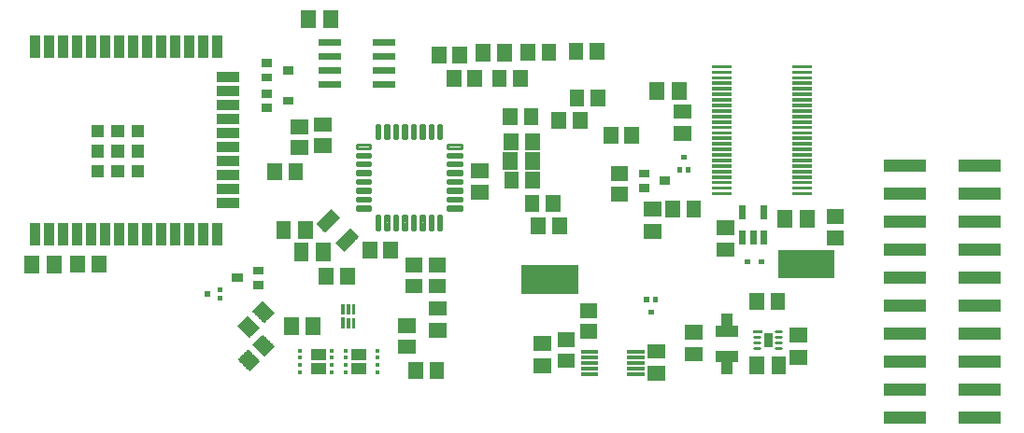
<source format=gbr>
G04 EAGLE Gerber RS-274X export*
G75*
%MOMM*%
%FSLAX34Y34*%
%LPD*%
%INSolderpaste Top*%
%IPPOS*%
%AMOC8*
5,1,8,0,0,1.08239X$1,22.5*%
G01*
%ADD10C,0.052000*%
%ADD11C,0.049000*%
%ADD12C,0.049500*%
%ADD13C,0.051622*%
%ADD14C,0.051459*%
%ADD15C,0.279300*%
%ADD16C,0.053338*%
%ADD17C,0.054000*%
%ADD18C,0.055000*%
%ADD19C,0.051503*%
%ADD20C,0.051300*%
%ADD21R,1.445000X1.020000*%
%ADD22R,0.450000X0.340000*%
%ADD23C,0.050800*%
%ADD24R,0.374000X0.974000*%
%ADD25C,0.050819*%
%ADD26C,0.242000*%
%ADD27C,0.050000*%
%ADD28C,0.054609*%

G36*
X715017Y233917D02*
X715017Y233917D01*
X715012Y233924D01*
X715019Y233930D01*
X715019Y243930D01*
X714983Y243977D01*
X714976Y243972D01*
X714970Y243979D01*
X710019Y243979D01*
X710019Y254930D01*
X709983Y254977D01*
X709976Y254972D01*
X709970Y254979D01*
X699970Y254979D01*
X699923Y254943D01*
X699928Y254936D01*
X699921Y254930D01*
X699921Y243979D01*
X694970Y243979D01*
X694923Y243943D01*
X694924Y243942D01*
X694923Y243941D01*
X694927Y243935D01*
X694921Y243930D01*
X694921Y233930D01*
X694957Y233883D01*
X694964Y233888D01*
X694970Y233881D01*
X714970Y233881D01*
X715017Y233917D01*
G37*
G36*
X710017Y199917D02*
X710017Y199917D01*
X710012Y199924D01*
X710019Y199930D01*
X710019Y210881D01*
X714970Y210881D01*
X715017Y210917D01*
X715012Y210924D01*
X715019Y210930D01*
X715019Y220930D01*
X714983Y220977D01*
X714976Y220972D01*
X714970Y220979D01*
X694970Y220979D01*
X694923Y220943D01*
X694928Y220936D01*
X694921Y220930D01*
X694921Y210930D01*
X694957Y210883D01*
X694964Y210888D01*
X694970Y210881D01*
X699921Y210881D01*
X699921Y199930D01*
X699957Y199883D01*
X699964Y199888D01*
X699970Y199881D01*
X709970Y199881D01*
X710017Y199917D01*
G37*
D10*
X629530Y343530D02*
X629530Y356010D01*
X645010Y356010D01*
X645010Y343530D01*
X629530Y343530D01*
X629530Y344024D02*
X645010Y344024D01*
X645010Y344518D02*
X629530Y344518D01*
X629530Y345012D02*
X645010Y345012D01*
X645010Y345506D02*
X629530Y345506D01*
X629530Y346000D02*
X645010Y346000D01*
X645010Y346494D02*
X629530Y346494D01*
X629530Y346988D02*
X645010Y346988D01*
X645010Y347482D02*
X629530Y347482D01*
X629530Y347976D02*
X645010Y347976D01*
X645010Y348470D02*
X629530Y348470D01*
X629530Y348964D02*
X645010Y348964D01*
X645010Y349458D02*
X629530Y349458D01*
X629530Y349952D02*
X645010Y349952D01*
X645010Y350446D02*
X629530Y350446D01*
X629530Y350940D02*
X645010Y350940D01*
X645010Y351434D02*
X629530Y351434D01*
X629530Y351928D02*
X645010Y351928D01*
X645010Y352422D02*
X629530Y352422D01*
X629530Y352916D02*
X645010Y352916D01*
X645010Y353410D02*
X629530Y353410D01*
X629530Y353904D02*
X645010Y353904D01*
X645010Y354398D02*
X629530Y354398D01*
X629530Y354892D02*
X645010Y354892D01*
X645010Y355386D02*
X629530Y355386D01*
X629530Y355880D02*
X645010Y355880D01*
X629530Y336010D02*
X629530Y323530D01*
X629530Y336010D02*
X645010Y336010D01*
X645010Y323530D01*
X629530Y323530D01*
X629530Y324024D02*
X645010Y324024D01*
X645010Y324518D02*
X629530Y324518D01*
X629530Y325012D02*
X645010Y325012D01*
X645010Y325506D02*
X629530Y325506D01*
X629530Y326000D02*
X645010Y326000D01*
X645010Y326494D02*
X629530Y326494D01*
X629530Y326988D02*
X645010Y326988D01*
X645010Y327482D02*
X629530Y327482D01*
X629530Y327976D02*
X645010Y327976D01*
X645010Y328470D02*
X629530Y328470D01*
X629530Y328964D02*
X645010Y328964D01*
X645010Y329458D02*
X629530Y329458D01*
X629530Y329952D02*
X645010Y329952D01*
X645010Y330446D02*
X629530Y330446D01*
X629530Y330940D02*
X645010Y330940D01*
X645010Y331434D02*
X629530Y331434D01*
X629530Y331928D02*
X645010Y331928D01*
X645010Y332422D02*
X629530Y332422D01*
X629530Y332916D02*
X645010Y332916D01*
X645010Y333410D02*
X629530Y333410D01*
X629530Y333904D02*
X645010Y333904D01*
X645010Y334398D02*
X629530Y334398D01*
X629530Y334892D02*
X645010Y334892D01*
X645010Y335386D02*
X629530Y335386D01*
X629530Y335880D02*
X645010Y335880D01*
X750990Y333410D02*
X763470Y333410D01*
X750990Y333410D02*
X750990Y348890D01*
X763470Y348890D01*
X763470Y333410D01*
X763470Y333904D02*
X750990Y333904D01*
X750990Y334398D02*
X763470Y334398D01*
X763470Y334892D02*
X750990Y334892D01*
X750990Y335386D02*
X763470Y335386D01*
X763470Y335880D02*
X750990Y335880D01*
X750990Y336374D02*
X763470Y336374D01*
X763470Y336868D02*
X750990Y336868D01*
X750990Y337362D02*
X763470Y337362D01*
X763470Y337856D02*
X750990Y337856D01*
X750990Y338350D02*
X763470Y338350D01*
X763470Y338844D02*
X750990Y338844D01*
X750990Y339338D02*
X763470Y339338D01*
X763470Y339832D02*
X750990Y339832D01*
X750990Y340326D02*
X763470Y340326D01*
X763470Y340820D02*
X750990Y340820D01*
X750990Y341314D02*
X763470Y341314D01*
X763470Y341808D02*
X750990Y341808D01*
X750990Y342302D02*
X763470Y342302D01*
X763470Y342796D02*
X750990Y342796D01*
X750990Y343290D02*
X763470Y343290D01*
X763470Y343784D02*
X750990Y343784D01*
X750990Y344278D02*
X763470Y344278D01*
X763470Y344772D02*
X750990Y344772D01*
X750990Y345266D02*
X763470Y345266D01*
X763470Y345760D02*
X750990Y345760D01*
X750990Y346254D02*
X763470Y346254D01*
X763470Y346748D02*
X750990Y346748D01*
X750990Y347242D02*
X763470Y347242D01*
X763470Y347736D02*
X750990Y347736D01*
X750990Y348230D02*
X763470Y348230D01*
X763470Y348724D02*
X750990Y348724D01*
X770990Y333410D02*
X783470Y333410D01*
X770990Y333410D02*
X770990Y348890D01*
X783470Y348890D01*
X783470Y333410D01*
X783470Y333904D02*
X770990Y333904D01*
X770990Y334398D02*
X783470Y334398D01*
X783470Y334892D02*
X770990Y334892D01*
X770990Y335386D02*
X783470Y335386D01*
X783470Y335880D02*
X770990Y335880D01*
X770990Y336374D02*
X783470Y336374D01*
X783470Y336868D02*
X770990Y336868D01*
X770990Y337362D02*
X783470Y337362D01*
X783470Y337856D02*
X770990Y337856D01*
X770990Y338350D02*
X783470Y338350D01*
X783470Y338844D02*
X770990Y338844D01*
X770990Y339338D02*
X783470Y339338D01*
X783470Y339832D02*
X770990Y339832D01*
X770990Y340326D02*
X783470Y340326D01*
X783470Y340820D02*
X770990Y340820D01*
X770990Y341314D02*
X783470Y341314D01*
X783470Y341808D02*
X770990Y341808D01*
X770990Y342302D02*
X783470Y342302D01*
X783470Y342796D02*
X770990Y342796D01*
X770990Y343290D02*
X783470Y343290D01*
X783470Y343784D02*
X770990Y343784D01*
X770990Y344278D02*
X783470Y344278D01*
X783470Y344772D02*
X770990Y344772D01*
X770990Y345266D02*
X783470Y345266D01*
X783470Y345760D02*
X770990Y345760D01*
X770990Y346254D02*
X783470Y346254D01*
X783470Y346748D02*
X770990Y346748D01*
X770990Y347242D02*
X783470Y347242D01*
X783470Y347736D02*
X770990Y347736D01*
X770990Y348230D02*
X783470Y348230D01*
X783470Y348724D02*
X770990Y348724D01*
X545520Y214100D02*
X545520Y201620D01*
X530040Y201620D01*
X530040Y214100D01*
X545520Y214100D01*
X545520Y202114D02*
X530040Y202114D01*
X530040Y202608D02*
X545520Y202608D01*
X545520Y203102D02*
X530040Y203102D01*
X530040Y203596D02*
X545520Y203596D01*
X545520Y204090D02*
X530040Y204090D01*
X530040Y204584D02*
X545520Y204584D01*
X545520Y205078D02*
X530040Y205078D01*
X530040Y205572D02*
X545520Y205572D01*
X545520Y206066D02*
X530040Y206066D01*
X530040Y206560D02*
X545520Y206560D01*
X545520Y207054D02*
X530040Y207054D01*
X530040Y207548D02*
X545520Y207548D01*
X545520Y208042D02*
X530040Y208042D01*
X530040Y208536D02*
X545520Y208536D01*
X545520Y209030D02*
X530040Y209030D01*
X530040Y209524D02*
X545520Y209524D01*
X545520Y210018D02*
X530040Y210018D01*
X530040Y210512D02*
X545520Y210512D01*
X545520Y211006D02*
X530040Y211006D01*
X530040Y211500D02*
X545520Y211500D01*
X545520Y211994D02*
X530040Y211994D01*
X530040Y212488D02*
X545520Y212488D01*
X545520Y212982D02*
X530040Y212982D01*
X530040Y213476D02*
X545520Y213476D01*
X545520Y213970D02*
X530040Y213970D01*
X545520Y221620D02*
X545520Y234100D01*
X545520Y221620D02*
X530040Y221620D01*
X530040Y234100D01*
X545520Y234100D01*
X545520Y222114D02*
X530040Y222114D01*
X530040Y222608D02*
X545520Y222608D01*
X545520Y223102D02*
X530040Y223102D01*
X530040Y223596D02*
X545520Y223596D01*
X545520Y224090D02*
X530040Y224090D01*
X530040Y224584D02*
X545520Y224584D01*
X545520Y225078D02*
X530040Y225078D01*
X530040Y225572D02*
X545520Y225572D01*
X545520Y226066D02*
X530040Y226066D01*
X530040Y226560D02*
X545520Y226560D01*
X545520Y227054D02*
X530040Y227054D01*
X530040Y227548D02*
X545520Y227548D01*
X545520Y228042D02*
X530040Y228042D01*
X530040Y228536D02*
X545520Y228536D01*
X545520Y229030D02*
X530040Y229030D01*
X530040Y229524D02*
X545520Y229524D01*
X545520Y230018D02*
X530040Y230018D01*
X530040Y230512D02*
X545520Y230512D01*
X545520Y231006D02*
X530040Y231006D01*
X530040Y231500D02*
X545520Y231500D01*
X545520Y231994D02*
X530040Y231994D01*
X530040Y232488D02*
X545520Y232488D01*
X545520Y232982D02*
X530040Y232982D01*
X530040Y233476D02*
X545520Y233476D01*
X545520Y233970D02*
X530040Y233970D01*
X655020Y464610D02*
X667500Y464610D01*
X667500Y449130D01*
X655020Y449130D01*
X655020Y464610D01*
X655020Y449624D02*
X667500Y449624D01*
X667500Y450118D02*
X655020Y450118D01*
X655020Y450612D02*
X667500Y450612D01*
X667500Y451106D02*
X655020Y451106D01*
X655020Y451600D02*
X667500Y451600D01*
X667500Y452094D02*
X655020Y452094D01*
X655020Y452588D02*
X667500Y452588D01*
X667500Y453082D02*
X655020Y453082D01*
X655020Y453576D02*
X667500Y453576D01*
X667500Y454070D02*
X655020Y454070D01*
X655020Y454564D02*
X667500Y454564D01*
X667500Y455058D02*
X655020Y455058D01*
X655020Y455552D02*
X667500Y455552D01*
X667500Y456046D02*
X655020Y456046D01*
X655020Y456540D02*
X667500Y456540D01*
X667500Y457034D02*
X655020Y457034D01*
X655020Y457528D02*
X667500Y457528D01*
X667500Y458022D02*
X655020Y458022D01*
X655020Y458516D02*
X667500Y458516D01*
X667500Y459010D02*
X655020Y459010D01*
X655020Y459504D02*
X667500Y459504D01*
X667500Y459998D02*
X655020Y459998D01*
X655020Y460492D02*
X667500Y460492D01*
X667500Y460986D02*
X655020Y460986D01*
X655020Y461480D02*
X667500Y461480D01*
X667500Y461974D02*
X655020Y461974D01*
X655020Y462468D02*
X667500Y462468D01*
X667500Y462962D02*
X655020Y462962D01*
X655020Y463456D02*
X667500Y463456D01*
X667500Y463950D02*
X655020Y463950D01*
X655020Y464444D02*
X667500Y464444D01*
X647500Y464610D02*
X635020Y464610D01*
X647500Y464610D02*
X647500Y449130D01*
X635020Y449130D01*
X635020Y464610D01*
X635020Y449624D02*
X647500Y449624D01*
X647500Y450118D02*
X635020Y450118D01*
X635020Y450612D02*
X647500Y450612D01*
X647500Y451106D02*
X635020Y451106D01*
X635020Y451600D02*
X647500Y451600D01*
X647500Y452094D02*
X635020Y452094D01*
X635020Y452588D02*
X647500Y452588D01*
X647500Y453082D02*
X635020Y453082D01*
X635020Y453576D02*
X647500Y453576D01*
X647500Y454070D02*
X635020Y454070D01*
X635020Y454564D02*
X647500Y454564D01*
X647500Y455058D02*
X635020Y455058D01*
X635020Y455552D02*
X647500Y455552D01*
X647500Y456046D02*
X635020Y456046D01*
X635020Y456540D02*
X647500Y456540D01*
X647500Y457034D02*
X635020Y457034D01*
X635020Y457528D02*
X647500Y457528D01*
X647500Y458022D02*
X635020Y458022D01*
X635020Y458516D02*
X647500Y458516D01*
X647500Y459010D02*
X635020Y459010D01*
X635020Y459504D02*
X647500Y459504D01*
X647500Y459998D02*
X635020Y459998D01*
X635020Y460492D02*
X647500Y460492D01*
X647500Y460986D02*
X635020Y460986D01*
X635020Y461480D02*
X647500Y461480D01*
X647500Y461974D02*
X635020Y461974D01*
X635020Y462468D02*
X647500Y462468D01*
X647500Y462962D02*
X635020Y462962D01*
X635020Y463456D02*
X647500Y463456D01*
X647500Y463950D02*
X635020Y463950D01*
X635020Y464444D02*
X647500Y464444D01*
X656480Y444660D02*
X656480Y432180D01*
X656480Y444660D02*
X671960Y444660D01*
X671960Y432180D01*
X656480Y432180D01*
X656480Y432674D02*
X671960Y432674D01*
X671960Y433168D02*
X656480Y433168D01*
X656480Y433662D02*
X671960Y433662D01*
X671960Y434156D02*
X656480Y434156D01*
X656480Y434650D02*
X671960Y434650D01*
X671960Y435144D02*
X656480Y435144D01*
X656480Y435638D02*
X671960Y435638D01*
X671960Y436132D02*
X656480Y436132D01*
X656480Y436626D02*
X671960Y436626D01*
X671960Y437120D02*
X656480Y437120D01*
X656480Y437614D02*
X671960Y437614D01*
X671960Y438108D02*
X656480Y438108D01*
X656480Y438602D02*
X671960Y438602D01*
X671960Y439096D02*
X656480Y439096D01*
X656480Y439590D02*
X671960Y439590D01*
X671960Y440084D02*
X656480Y440084D01*
X656480Y440578D02*
X671960Y440578D01*
X671960Y441072D02*
X656480Y441072D01*
X656480Y441566D02*
X671960Y441566D01*
X671960Y442060D02*
X656480Y442060D01*
X656480Y442554D02*
X671960Y442554D01*
X671960Y443048D02*
X656480Y443048D01*
X656480Y443542D02*
X671960Y443542D01*
X671960Y444036D02*
X656480Y444036D01*
X656480Y444530D02*
X671960Y444530D01*
X656480Y424660D02*
X656480Y412180D01*
X656480Y424660D02*
X671960Y424660D01*
X671960Y412180D01*
X656480Y412180D01*
X656480Y412674D02*
X671960Y412674D01*
X671960Y413168D02*
X656480Y413168D01*
X656480Y413662D02*
X671960Y413662D01*
X671960Y414156D02*
X656480Y414156D01*
X656480Y414650D02*
X671960Y414650D01*
X671960Y415144D02*
X656480Y415144D01*
X656480Y415638D02*
X671960Y415638D01*
X671960Y416132D02*
X656480Y416132D01*
X656480Y416626D02*
X671960Y416626D01*
X671960Y417120D02*
X656480Y417120D01*
X656480Y417614D02*
X671960Y417614D01*
X671960Y418108D02*
X656480Y418108D01*
X656480Y418602D02*
X671960Y418602D01*
X671960Y419096D02*
X656480Y419096D01*
X656480Y419590D02*
X671960Y419590D01*
X671960Y420084D02*
X656480Y420084D01*
X656480Y420578D02*
X671960Y420578D01*
X671960Y421072D02*
X656480Y421072D01*
X656480Y421566D02*
X671960Y421566D01*
X671960Y422060D02*
X656480Y422060D01*
X656480Y422554D02*
X671960Y422554D01*
X671960Y423048D02*
X656480Y423048D01*
X656480Y423542D02*
X671960Y423542D01*
X671960Y424036D02*
X656480Y424036D01*
X656480Y424530D02*
X671960Y424530D01*
X336120Y251290D02*
X323640Y251290D01*
X336120Y251290D02*
X336120Y235810D01*
X323640Y235810D01*
X323640Y251290D01*
X323640Y236304D02*
X336120Y236304D01*
X336120Y236798D02*
X323640Y236798D01*
X323640Y237292D02*
X336120Y237292D01*
X336120Y237786D02*
X323640Y237786D01*
X323640Y238280D02*
X336120Y238280D01*
X336120Y238774D02*
X323640Y238774D01*
X323640Y239268D02*
X336120Y239268D01*
X336120Y239762D02*
X323640Y239762D01*
X323640Y240256D02*
X336120Y240256D01*
X336120Y240750D02*
X323640Y240750D01*
X323640Y241244D02*
X336120Y241244D01*
X336120Y241738D02*
X323640Y241738D01*
X323640Y242232D02*
X336120Y242232D01*
X336120Y242726D02*
X323640Y242726D01*
X323640Y243220D02*
X336120Y243220D01*
X336120Y243714D02*
X323640Y243714D01*
X323640Y244208D02*
X336120Y244208D01*
X336120Y244702D02*
X323640Y244702D01*
X323640Y245196D02*
X336120Y245196D01*
X336120Y245690D02*
X323640Y245690D01*
X323640Y246184D02*
X336120Y246184D01*
X336120Y246678D02*
X323640Y246678D01*
X323640Y247172D02*
X336120Y247172D01*
X336120Y247666D02*
X323640Y247666D01*
X323640Y248160D02*
X336120Y248160D01*
X336120Y248654D02*
X323640Y248654D01*
X323640Y249148D02*
X336120Y249148D01*
X336120Y249642D02*
X323640Y249642D01*
X323640Y250136D02*
X336120Y250136D01*
X336120Y250630D02*
X323640Y250630D01*
X323640Y251124D02*
X336120Y251124D01*
X316120Y251290D02*
X303640Y251290D01*
X316120Y251290D02*
X316120Y235810D01*
X303640Y235810D01*
X303640Y251290D01*
X303640Y236304D02*
X316120Y236304D01*
X316120Y236798D02*
X303640Y236798D01*
X303640Y237292D02*
X316120Y237292D01*
X316120Y237786D02*
X303640Y237786D01*
X303640Y238280D02*
X316120Y238280D01*
X316120Y238774D02*
X303640Y238774D01*
X303640Y239268D02*
X316120Y239268D01*
X316120Y239762D02*
X303640Y239762D01*
X303640Y240256D02*
X316120Y240256D01*
X316120Y240750D02*
X303640Y240750D01*
X303640Y241244D02*
X316120Y241244D01*
X316120Y241738D02*
X303640Y241738D01*
X303640Y242232D02*
X316120Y242232D01*
X316120Y242726D02*
X303640Y242726D01*
X303640Y243220D02*
X316120Y243220D01*
X316120Y243714D02*
X303640Y243714D01*
X303640Y244208D02*
X316120Y244208D01*
X316120Y244702D02*
X303640Y244702D01*
X303640Y245196D02*
X316120Y245196D01*
X316120Y245690D02*
X303640Y245690D01*
X303640Y246184D02*
X316120Y246184D01*
X316120Y246678D02*
X303640Y246678D01*
X303640Y247172D02*
X316120Y247172D01*
X316120Y247666D02*
X303640Y247666D01*
X303640Y248160D02*
X316120Y248160D01*
X316120Y248654D02*
X303640Y248654D01*
X303640Y249148D02*
X316120Y249148D01*
X316120Y249642D02*
X303640Y249642D01*
X303640Y250136D02*
X316120Y250136D01*
X316120Y250630D02*
X303640Y250630D01*
X303640Y251124D02*
X316120Y251124D01*
X434770Y253520D02*
X434770Y266000D01*
X450250Y266000D01*
X450250Y253520D01*
X434770Y253520D01*
X434770Y254014D02*
X450250Y254014D01*
X450250Y254508D02*
X434770Y254508D01*
X434770Y255002D02*
X450250Y255002D01*
X450250Y255496D02*
X434770Y255496D01*
X434770Y255990D02*
X450250Y255990D01*
X450250Y256484D02*
X434770Y256484D01*
X434770Y256978D02*
X450250Y256978D01*
X450250Y257472D02*
X434770Y257472D01*
X434770Y257966D02*
X450250Y257966D01*
X450250Y258460D02*
X434770Y258460D01*
X434770Y258954D02*
X450250Y258954D01*
X450250Y259448D02*
X434770Y259448D01*
X434770Y259942D02*
X450250Y259942D01*
X450250Y260436D02*
X434770Y260436D01*
X434770Y260930D02*
X450250Y260930D01*
X450250Y261424D02*
X434770Y261424D01*
X434770Y261918D02*
X450250Y261918D01*
X450250Y262412D02*
X434770Y262412D01*
X434770Y262906D02*
X450250Y262906D01*
X450250Y263400D02*
X434770Y263400D01*
X434770Y263894D02*
X450250Y263894D01*
X450250Y264388D02*
X434770Y264388D01*
X434770Y264882D02*
X450250Y264882D01*
X450250Y265376D02*
X434770Y265376D01*
X434770Y265870D02*
X450250Y265870D01*
X434770Y246000D02*
X434770Y233520D01*
X434770Y246000D02*
X450250Y246000D01*
X450250Y233520D01*
X434770Y233520D01*
X434770Y234014D02*
X450250Y234014D01*
X450250Y234508D02*
X434770Y234508D01*
X434770Y235002D02*
X450250Y235002D01*
X450250Y235496D02*
X434770Y235496D01*
X434770Y235990D02*
X450250Y235990D01*
X450250Y236484D02*
X434770Y236484D01*
X434770Y236978D02*
X450250Y236978D01*
X450250Y237472D02*
X434770Y237472D01*
X434770Y237966D02*
X450250Y237966D01*
X450250Y238460D02*
X434770Y238460D01*
X434770Y238954D02*
X450250Y238954D01*
X450250Y239448D02*
X434770Y239448D01*
X434770Y239942D02*
X450250Y239942D01*
X450250Y240436D02*
X434770Y240436D01*
X434770Y240930D02*
X450250Y240930D01*
X450250Y241424D02*
X434770Y241424D01*
X434770Y241918D02*
X450250Y241918D01*
X450250Y242412D02*
X434770Y242412D01*
X434770Y242906D02*
X450250Y242906D01*
X450250Y243400D02*
X434770Y243400D01*
X434770Y243894D02*
X450250Y243894D01*
X450250Y244388D02*
X434770Y244388D01*
X434770Y244882D02*
X450250Y244882D01*
X450250Y245376D02*
X434770Y245376D01*
X434770Y245870D02*
X450250Y245870D01*
X725570Y200440D02*
X738050Y200440D01*
X725570Y200440D02*
X725570Y215920D01*
X738050Y215920D01*
X738050Y200440D01*
X738050Y200934D02*
X725570Y200934D01*
X725570Y201428D02*
X738050Y201428D01*
X738050Y201922D02*
X725570Y201922D01*
X725570Y202416D02*
X738050Y202416D01*
X738050Y202910D02*
X725570Y202910D01*
X725570Y203404D02*
X738050Y203404D01*
X738050Y203898D02*
X725570Y203898D01*
X725570Y204392D02*
X738050Y204392D01*
X738050Y204886D02*
X725570Y204886D01*
X725570Y205380D02*
X738050Y205380D01*
X738050Y205874D02*
X725570Y205874D01*
X725570Y206368D02*
X738050Y206368D01*
X738050Y206862D02*
X725570Y206862D01*
X725570Y207356D02*
X738050Y207356D01*
X738050Y207850D02*
X725570Y207850D01*
X725570Y208344D02*
X738050Y208344D01*
X738050Y208838D02*
X725570Y208838D01*
X725570Y209332D02*
X738050Y209332D01*
X738050Y209826D02*
X725570Y209826D01*
X725570Y210320D02*
X738050Y210320D01*
X738050Y210814D02*
X725570Y210814D01*
X725570Y211308D02*
X738050Y211308D01*
X738050Y211802D02*
X725570Y211802D01*
X725570Y212296D02*
X738050Y212296D01*
X738050Y212790D02*
X725570Y212790D01*
X725570Y213284D02*
X738050Y213284D01*
X738050Y213778D02*
X725570Y213778D01*
X725570Y214272D02*
X738050Y214272D01*
X738050Y214766D02*
X725570Y214766D01*
X725570Y215260D02*
X738050Y215260D01*
X738050Y215754D02*
X725570Y215754D01*
X745570Y200440D02*
X758050Y200440D01*
X745570Y200440D02*
X745570Y215920D01*
X758050Y215920D01*
X758050Y200440D01*
X758050Y200934D02*
X745570Y200934D01*
X745570Y201428D02*
X758050Y201428D01*
X758050Y201922D02*
X745570Y201922D01*
X745570Y202416D02*
X758050Y202416D01*
X758050Y202910D02*
X745570Y202910D01*
X745570Y203404D02*
X758050Y203404D01*
X758050Y203898D02*
X745570Y203898D01*
X745570Y204392D02*
X758050Y204392D01*
X758050Y204886D02*
X745570Y204886D01*
X745570Y205380D02*
X758050Y205380D01*
X758050Y205874D02*
X745570Y205874D01*
X745570Y206368D02*
X758050Y206368D01*
X758050Y206862D02*
X745570Y206862D01*
X745570Y207356D02*
X758050Y207356D01*
X758050Y207850D02*
X745570Y207850D01*
X745570Y208344D02*
X758050Y208344D01*
X758050Y208838D02*
X745570Y208838D01*
X745570Y209332D02*
X758050Y209332D01*
X758050Y209826D02*
X745570Y209826D01*
X745570Y210320D02*
X758050Y210320D01*
X758050Y210814D02*
X745570Y210814D01*
X745570Y211308D02*
X758050Y211308D01*
X758050Y211802D02*
X745570Y211802D01*
X745570Y212296D02*
X758050Y212296D01*
X758050Y212790D02*
X745570Y212790D01*
X745570Y213284D02*
X758050Y213284D01*
X758050Y213778D02*
X745570Y213778D01*
X745570Y214272D02*
X758050Y214272D01*
X758050Y214766D02*
X745570Y214766D01*
X745570Y215260D02*
X758050Y215260D01*
X758050Y215754D02*
X745570Y215754D01*
X489770Y483820D02*
X477290Y483820D01*
X477290Y499300D01*
X489770Y499300D01*
X489770Y483820D01*
X489770Y484314D02*
X477290Y484314D01*
X477290Y484808D02*
X489770Y484808D01*
X489770Y485302D02*
X477290Y485302D01*
X477290Y485796D02*
X489770Y485796D01*
X489770Y486290D02*
X477290Y486290D01*
X477290Y486784D02*
X489770Y486784D01*
X489770Y487278D02*
X477290Y487278D01*
X477290Y487772D02*
X489770Y487772D01*
X489770Y488266D02*
X477290Y488266D01*
X477290Y488760D02*
X489770Y488760D01*
X489770Y489254D02*
X477290Y489254D01*
X477290Y489748D02*
X489770Y489748D01*
X489770Y490242D02*
X477290Y490242D01*
X477290Y490736D02*
X489770Y490736D01*
X489770Y491230D02*
X477290Y491230D01*
X477290Y491724D02*
X489770Y491724D01*
X489770Y492218D02*
X477290Y492218D01*
X477290Y492712D02*
X489770Y492712D01*
X489770Y493206D02*
X477290Y493206D01*
X477290Y493700D02*
X489770Y493700D01*
X489770Y494194D02*
X477290Y494194D01*
X477290Y494688D02*
X489770Y494688D01*
X489770Y495182D02*
X477290Y495182D01*
X477290Y495676D02*
X489770Y495676D01*
X489770Y496170D02*
X477290Y496170D01*
X477290Y496664D02*
X489770Y496664D01*
X489770Y497158D02*
X477290Y497158D01*
X477290Y497652D02*
X489770Y497652D01*
X489770Y498146D02*
X477290Y498146D01*
X477290Y498640D02*
X489770Y498640D01*
X489770Y499134D02*
X477290Y499134D01*
X497290Y483820D02*
X509770Y483820D01*
X497290Y483820D02*
X497290Y499300D01*
X509770Y499300D01*
X509770Y483820D01*
X509770Y484314D02*
X497290Y484314D01*
X497290Y484808D02*
X509770Y484808D01*
X509770Y485302D02*
X497290Y485302D01*
X497290Y485796D02*
X509770Y485796D01*
X509770Y486290D02*
X497290Y486290D01*
X497290Y486784D02*
X509770Y486784D01*
X509770Y487278D02*
X497290Y487278D01*
X497290Y487772D02*
X509770Y487772D01*
X509770Y488266D02*
X497290Y488266D01*
X497290Y488760D02*
X509770Y488760D01*
X509770Y489254D02*
X497290Y489254D01*
X497290Y489748D02*
X509770Y489748D01*
X509770Y490242D02*
X497290Y490242D01*
X497290Y490736D02*
X509770Y490736D01*
X509770Y491230D02*
X497290Y491230D01*
X497290Y491724D02*
X509770Y491724D01*
X509770Y492218D02*
X497290Y492218D01*
X497290Y492712D02*
X509770Y492712D01*
X509770Y493206D02*
X497290Y493206D01*
X497290Y493700D02*
X509770Y493700D01*
X509770Y494194D02*
X497290Y494194D01*
X497290Y494688D02*
X509770Y494688D01*
X509770Y495182D02*
X497290Y495182D01*
X497290Y495676D02*
X509770Y495676D01*
X509770Y496170D02*
X497290Y496170D01*
X497290Y496664D02*
X509770Y496664D01*
X509770Y497158D02*
X497290Y497158D01*
X497290Y497652D02*
X509770Y497652D01*
X509770Y498146D02*
X497290Y498146D01*
X497290Y498640D02*
X509770Y498640D01*
X509770Y499134D02*
X497290Y499134D01*
X522220Y401360D02*
X534700Y401360D01*
X534700Y385880D01*
X522220Y385880D01*
X522220Y401360D01*
X522220Y386374D02*
X534700Y386374D01*
X534700Y386868D02*
X522220Y386868D01*
X522220Y387362D02*
X534700Y387362D01*
X534700Y387856D02*
X522220Y387856D01*
X522220Y388350D02*
X534700Y388350D01*
X534700Y388844D02*
X522220Y388844D01*
X522220Y389338D02*
X534700Y389338D01*
X534700Y389832D02*
X522220Y389832D01*
X522220Y390326D02*
X534700Y390326D01*
X534700Y390820D02*
X522220Y390820D01*
X522220Y391314D02*
X534700Y391314D01*
X534700Y391808D02*
X522220Y391808D01*
X522220Y392302D02*
X534700Y392302D01*
X534700Y392796D02*
X522220Y392796D01*
X522220Y393290D02*
X534700Y393290D01*
X534700Y393784D02*
X522220Y393784D01*
X522220Y394278D02*
X534700Y394278D01*
X534700Y394772D02*
X522220Y394772D01*
X522220Y395266D02*
X534700Y395266D01*
X534700Y395760D02*
X522220Y395760D01*
X522220Y396254D02*
X534700Y396254D01*
X534700Y396748D02*
X522220Y396748D01*
X522220Y397242D02*
X534700Y397242D01*
X534700Y397736D02*
X522220Y397736D01*
X522220Y398230D02*
X534700Y398230D01*
X534700Y398724D02*
X522220Y398724D01*
X522220Y399218D02*
X534700Y399218D01*
X534700Y399712D02*
X522220Y399712D01*
X522220Y400206D02*
X534700Y400206D01*
X534700Y400700D02*
X522220Y400700D01*
X522220Y401194D02*
X534700Y401194D01*
X514700Y401360D02*
X502220Y401360D01*
X514700Y401360D02*
X514700Y385880D01*
X502220Y385880D01*
X502220Y401360D01*
X502220Y386374D02*
X514700Y386374D01*
X514700Y386868D02*
X502220Y386868D01*
X502220Y387362D02*
X514700Y387362D01*
X514700Y387856D02*
X502220Y387856D01*
X502220Y388350D02*
X514700Y388350D01*
X514700Y388844D02*
X502220Y388844D01*
X502220Y389338D02*
X514700Y389338D01*
X514700Y389832D02*
X502220Y389832D01*
X502220Y390326D02*
X514700Y390326D01*
X514700Y390820D02*
X502220Y390820D01*
X502220Y391314D02*
X514700Y391314D01*
X514700Y391808D02*
X502220Y391808D01*
X502220Y392302D02*
X514700Y392302D01*
X514700Y392796D02*
X502220Y392796D01*
X502220Y393290D02*
X514700Y393290D01*
X514700Y393784D02*
X502220Y393784D01*
X502220Y394278D02*
X514700Y394278D01*
X514700Y394772D02*
X502220Y394772D01*
X502220Y395266D02*
X514700Y395266D01*
X514700Y395760D02*
X502220Y395760D01*
X502220Y396254D02*
X514700Y396254D01*
X514700Y396748D02*
X502220Y396748D01*
X502220Y397242D02*
X514700Y397242D01*
X514700Y397736D02*
X502220Y397736D01*
X502220Y398230D02*
X514700Y398230D01*
X514700Y398724D02*
X502220Y398724D01*
X502220Y399218D02*
X514700Y399218D01*
X514700Y399712D02*
X502220Y399712D01*
X502220Y400206D02*
X514700Y400206D01*
X514700Y400700D02*
X502220Y400700D01*
X502220Y401194D02*
X514700Y401194D01*
X648580Y207090D02*
X648580Y194610D01*
X633100Y194610D01*
X633100Y207090D01*
X648580Y207090D01*
X648580Y195104D02*
X633100Y195104D01*
X633100Y195598D02*
X648580Y195598D01*
X648580Y196092D02*
X633100Y196092D01*
X633100Y196586D02*
X648580Y196586D01*
X648580Y197080D02*
X633100Y197080D01*
X633100Y197574D02*
X648580Y197574D01*
X648580Y198068D02*
X633100Y198068D01*
X633100Y198562D02*
X648580Y198562D01*
X648580Y199056D02*
X633100Y199056D01*
X633100Y199550D02*
X648580Y199550D01*
X648580Y200044D02*
X633100Y200044D01*
X633100Y200538D02*
X648580Y200538D01*
X648580Y201032D02*
X633100Y201032D01*
X633100Y201526D02*
X648580Y201526D01*
X648580Y202020D02*
X633100Y202020D01*
X633100Y202514D02*
X648580Y202514D01*
X648580Y203008D02*
X633100Y203008D01*
X633100Y203502D02*
X648580Y203502D01*
X648580Y203996D02*
X633100Y203996D01*
X633100Y204490D02*
X648580Y204490D01*
X648580Y204984D02*
X633100Y204984D01*
X633100Y205478D02*
X648580Y205478D01*
X648580Y205972D02*
X633100Y205972D01*
X633100Y206466D02*
X648580Y206466D01*
X648580Y206960D02*
X633100Y206960D01*
X648580Y214610D02*
X648580Y227090D01*
X648580Y214610D02*
X633100Y214610D01*
X633100Y227090D01*
X648580Y227090D01*
X648580Y215104D02*
X633100Y215104D01*
X633100Y215598D02*
X648580Y215598D01*
X648580Y216092D02*
X633100Y216092D01*
X633100Y216586D02*
X648580Y216586D01*
X648580Y217080D02*
X633100Y217080D01*
X633100Y217574D02*
X648580Y217574D01*
X648580Y218068D02*
X633100Y218068D01*
X633100Y218562D02*
X648580Y218562D01*
X648580Y219056D02*
X633100Y219056D01*
X633100Y219550D02*
X648580Y219550D01*
X648580Y220044D02*
X633100Y220044D01*
X633100Y220538D02*
X648580Y220538D01*
X648580Y221032D02*
X633100Y221032D01*
X633100Y221526D02*
X648580Y221526D01*
X648580Y222020D02*
X633100Y222020D01*
X633100Y222514D02*
X648580Y222514D01*
X648580Y223008D02*
X633100Y223008D01*
X633100Y223502D02*
X648580Y223502D01*
X648580Y223996D02*
X633100Y223996D01*
X633100Y224490D02*
X648580Y224490D01*
X648580Y224984D02*
X633100Y224984D01*
X633100Y225478D02*
X648580Y225478D01*
X648580Y225972D02*
X633100Y225972D01*
X633100Y226466D02*
X648580Y226466D01*
X648580Y226960D02*
X633100Y226960D01*
X761910Y229260D02*
X761910Y241740D01*
X777390Y241740D01*
X777390Y229260D01*
X761910Y229260D01*
X761910Y229754D02*
X777390Y229754D01*
X777390Y230248D02*
X761910Y230248D01*
X761910Y230742D02*
X777390Y230742D01*
X777390Y231236D02*
X761910Y231236D01*
X761910Y231730D02*
X777390Y231730D01*
X777390Y232224D02*
X761910Y232224D01*
X761910Y232718D02*
X777390Y232718D01*
X777390Y233212D02*
X761910Y233212D01*
X761910Y233706D02*
X777390Y233706D01*
X777390Y234200D02*
X761910Y234200D01*
X761910Y234694D02*
X777390Y234694D01*
X777390Y235188D02*
X761910Y235188D01*
X761910Y235682D02*
X777390Y235682D01*
X777390Y236176D02*
X761910Y236176D01*
X761910Y236670D02*
X777390Y236670D01*
X777390Y237164D02*
X761910Y237164D01*
X761910Y237658D02*
X777390Y237658D01*
X777390Y238152D02*
X761910Y238152D01*
X761910Y238646D02*
X777390Y238646D01*
X777390Y239140D02*
X761910Y239140D01*
X761910Y239634D02*
X777390Y239634D01*
X777390Y240128D02*
X761910Y240128D01*
X761910Y240622D02*
X777390Y240622D01*
X777390Y241116D02*
X761910Y241116D01*
X761910Y241610D02*
X777390Y241610D01*
X761910Y221740D02*
X761910Y209260D01*
X761910Y221740D02*
X777390Y221740D01*
X777390Y209260D01*
X761910Y209260D01*
X761910Y209754D02*
X777390Y209754D01*
X777390Y210248D02*
X761910Y210248D01*
X761910Y210742D02*
X777390Y210742D01*
X777390Y211236D02*
X761910Y211236D01*
X761910Y211730D02*
X777390Y211730D01*
X777390Y212224D02*
X761910Y212224D01*
X761910Y212718D02*
X777390Y212718D01*
X777390Y213212D02*
X761910Y213212D01*
X761910Y213706D02*
X777390Y213706D01*
X777390Y214200D02*
X761910Y214200D01*
X761910Y214694D02*
X777390Y214694D01*
X777390Y215188D02*
X761910Y215188D01*
X761910Y215682D02*
X777390Y215682D01*
X777390Y216176D02*
X761910Y216176D01*
X761910Y216670D02*
X777390Y216670D01*
X777390Y217164D02*
X761910Y217164D01*
X761910Y217658D02*
X777390Y217658D01*
X777390Y218152D02*
X761910Y218152D01*
X761910Y218646D02*
X777390Y218646D01*
X777390Y219140D02*
X761910Y219140D01*
X761910Y219634D02*
X777390Y219634D01*
X777390Y220128D02*
X761910Y220128D01*
X761910Y220622D02*
X777390Y220622D01*
X777390Y221116D02*
X761910Y221116D01*
X761910Y221610D02*
X777390Y221610D01*
X101290Y307360D02*
X88810Y307360D01*
X101290Y307360D02*
X101290Y291880D01*
X88810Y291880D01*
X88810Y307360D01*
X88810Y292374D02*
X101290Y292374D01*
X101290Y292868D02*
X88810Y292868D01*
X88810Y293362D02*
X101290Y293362D01*
X101290Y293856D02*
X88810Y293856D01*
X88810Y294350D02*
X101290Y294350D01*
X101290Y294844D02*
X88810Y294844D01*
X88810Y295338D02*
X101290Y295338D01*
X101290Y295832D02*
X88810Y295832D01*
X88810Y296326D02*
X101290Y296326D01*
X101290Y296820D02*
X88810Y296820D01*
X88810Y297314D02*
X101290Y297314D01*
X101290Y297808D02*
X88810Y297808D01*
X88810Y298302D02*
X101290Y298302D01*
X101290Y298796D02*
X88810Y298796D01*
X88810Y299290D02*
X101290Y299290D01*
X101290Y299784D02*
X88810Y299784D01*
X88810Y300278D02*
X101290Y300278D01*
X101290Y300772D02*
X88810Y300772D01*
X88810Y301266D02*
X101290Y301266D01*
X101290Y301760D02*
X88810Y301760D01*
X88810Y302254D02*
X101290Y302254D01*
X101290Y302748D02*
X88810Y302748D01*
X88810Y303242D02*
X101290Y303242D01*
X101290Y303736D02*
X88810Y303736D01*
X88810Y304230D02*
X101290Y304230D01*
X101290Y304724D02*
X88810Y304724D01*
X88810Y305218D02*
X101290Y305218D01*
X101290Y305712D02*
X88810Y305712D01*
X88810Y306206D02*
X101290Y306206D01*
X101290Y306700D02*
X88810Y306700D01*
X88810Y307194D02*
X101290Y307194D01*
X81290Y307360D02*
X68810Y307360D01*
X81290Y307360D02*
X81290Y291880D01*
X68810Y291880D01*
X68810Y307360D01*
X68810Y292374D02*
X81290Y292374D01*
X81290Y292868D02*
X68810Y292868D01*
X68810Y293362D02*
X81290Y293362D01*
X81290Y293856D02*
X68810Y293856D01*
X68810Y294350D02*
X81290Y294350D01*
X81290Y294844D02*
X68810Y294844D01*
X68810Y295338D02*
X81290Y295338D01*
X81290Y295832D02*
X68810Y295832D01*
X68810Y296326D02*
X81290Y296326D01*
X81290Y296820D02*
X68810Y296820D01*
X68810Y297314D02*
X81290Y297314D01*
X81290Y297808D02*
X68810Y297808D01*
X68810Y298302D02*
X81290Y298302D01*
X81290Y298796D02*
X68810Y298796D01*
X68810Y299290D02*
X81290Y299290D01*
X81290Y299784D02*
X68810Y299784D01*
X68810Y300278D02*
X81290Y300278D01*
X81290Y300772D02*
X68810Y300772D01*
X68810Y301266D02*
X81290Y301266D01*
X81290Y301760D02*
X68810Y301760D01*
X68810Y302254D02*
X81290Y302254D01*
X81290Y302748D02*
X68810Y302748D01*
X68810Y303242D02*
X81290Y303242D01*
X81290Y303736D02*
X68810Y303736D01*
X68810Y304230D02*
X81290Y304230D01*
X81290Y304724D02*
X68810Y304724D01*
X68810Y305218D02*
X81290Y305218D01*
X81290Y305712D02*
X68810Y305712D01*
X68810Y306206D02*
X81290Y306206D01*
X81290Y306700D02*
X68810Y306700D01*
X68810Y307194D02*
X81290Y307194D01*
X339310Y529940D02*
X351790Y529940D01*
X351790Y514460D01*
X339310Y514460D01*
X339310Y529940D01*
X339310Y514954D02*
X351790Y514954D01*
X351790Y515448D02*
X339310Y515448D01*
X339310Y515942D02*
X351790Y515942D01*
X351790Y516436D02*
X339310Y516436D01*
X339310Y516930D02*
X351790Y516930D01*
X351790Y517424D02*
X339310Y517424D01*
X339310Y517918D02*
X351790Y517918D01*
X351790Y518412D02*
X339310Y518412D01*
X339310Y518906D02*
X351790Y518906D01*
X351790Y519400D02*
X339310Y519400D01*
X339310Y519894D02*
X351790Y519894D01*
X351790Y520388D02*
X339310Y520388D01*
X339310Y520882D02*
X351790Y520882D01*
X351790Y521376D02*
X339310Y521376D01*
X339310Y521870D02*
X351790Y521870D01*
X351790Y522364D02*
X339310Y522364D01*
X339310Y522858D02*
X351790Y522858D01*
X351790Y523352D02*
X339310Y523352D01*
X339310Y523846D02*
X351790Y523846D01*
X351790Y524340D02*
X339310Y524340D01*
X339310Y524834D02*
X351790Y524834D01*
X351790Y525328D02*
X339310Y525328D01*
X339310Y525822D02*
X351790Y525822D01*
X351790Y526316D02*
X339310Y526316D01*
X339310Y526810D02*
X351790Y526810D01*
X351790Y527304D02*
X339310Y527304D01*
X339310Y527798D02*
X351790Y527798D01*
X351790Y528292D02*
X339310Y528292D01*
X339310Y528786D02*
X351790Y528786D01*
X351790Y529280D02*
X339310Y529280D01*
X339310Y529774D02*
X351790Y529774D01*
X331790Y529940D02*
X319310Y529940D01*
X331790Y529940D02*
X331790Y514460D01*
X319310Y514460D01*
X319310Y529940D01*
X319310Y514954D02*
X331790Y514954D01*
X331790Y515448D02*
X319310Y515448D01*
X319310Y515942D02*
X331790Y515942D01*
X331790Y516436D02*
X319310Y516436D01*
X319310Y516930D02*
X331790Y516930D01*
X331790Y517424D02*
X319310Y517424D01*
X319310Y517918D02*
X331790Y517918D01*
X331790Y518412D02*
X319310Y518412D01*
X319310Y518906D02*
X331790Y518906D01*
X331790Y519400D02*
X319310Y519400D01*
X319310Y519894D02*
X331790Y519894D01*
X331790Y520388D02*
X319310Y520388D01*
X319310Y520882D02*
X331790Y520882D01*
X331790Y521376D02*
X319310Y521376D01*
X319310Y521870D02*
X331790Y521870D01*
X331790Y522364D02*
X319310Y522364D01*
X319310Y522858D02*
X331790Y522858D01*
X331790Y523352D02*
X319310Y523352D01*
X319310Y523846D02*
X331790Y523846D01*
X331790Y524340D02*
X319310Y524340D01*
X319310Y524834D02*
X331790Y524834D01*
X331790Y525328D02*
X319310Y525328D01*
X319310Y525822D02*
X331790Y525822D01*
X331790Y526316D02*
X319310Y526316D01*
X319310Y526810D02*
X331790Y526810D01*
X331790Y527304D02*
X319310Y527304D01*
X319310Y527798D02*
X331790Y527798D01*
X331790Y528292D02*
X319310Y528292D01*
X319310Y528786D02*
X331790Y528786D01*
X331790Y529280D02*
X319310Y529280D01*
X319310Y529774D02*
X331790Y529774D01*
X488820Y371150D02*
X488820Y358670D01*
X473340Y358670D01*
X473340Y371150D01*
X488820Y371150D01*
X488820Y359164D02*
X473340Y359164D01*
X473340Y359658D02*
X488820Y359658D01*
X488820Y360152D02*
X473340Y360152D01*
X473340Y360646D02*
X488820Y360646D01*
X488820Y361140D02*
X473340Y361140D01*
X473340Y361634D02*
X488820Y361634D01*
X488820Y362128D02*
X473340Y362128D01*
X473340Y362622D02*
X488820Y362622D01*
X488820Y363116D02*
X473340Y363116D01*
X473340Y363610D02*
X488820Y363610D01*
X488820Y364104D02*
X473340Y364104D01*
X473340Y364598D02*
X488820Y364598D01*
X488820Y365092D02*
X473340Y365092D01*
X473340Y365586D02*
X488820Y365586D01*
X488820Y366080D02*
X473340Y366080D01*
X473340Y366574D02*
X488820Y366574D01*
X488820Y367068D02*
X473340Y367068D01*
X473340Y367562D02*
X488820Y367562D01*
X488820Y368056D02*
X473340Y368056D01*
X473340Y368550D02*
X488820Y368550D01*
X488820Y369044D02*
X473340Y369044D01*
X473340Y369538D02*
X488820Y369538D01*
X488820Y370032D02*
X473340Y370032D01*
X473340Y370526D02*
X488820Y370526D01*
X488820Y371020D02*
X473340Y371020D01*
X488820Y378670D02*
X488820Y391150D01*
X488820Y378670D02*
X473340Y378670D01*
X473340Y391150D01*
X488820Y391150D01*
X488820Y379164D02*
X473340Y379164D01*
X473340Y379658D02*
X488820Y379658D01*
X488820Y380152D02*
X473340Y380152D01*
X473340Y380646D02*
X488820Y380646D01*
X488820Y381140D02*
X473340Y381140D01*
X473340Y381634D02*
X488820Y381634D01*
X488820Y382128D02*
X473340Y382128D01*
X473340Y382622D02*
X488820Y382622D01*
X488820Y383116D02*
X473340Y383116D01*
X473340Y383610D02*
X488820Y383610D01*
X488820Y384104D02*
X473340Y384104D01*
X473340Y384598D02*
X488820Y384598D01*
X488820Y385092D02*
X473340Y385092D01*
X473340Y385586D02*
X488820Y385586D01*
X488820Y386080D02*
X473340Y386080D01*
X473340Y386574D02*
X488820Y386574D01*
X488820Y387068D02*
X473340Y387068D01*
X473340Y387562D02*
X488820Y387562D01*
X488820Y388056D02*
X473340Y388056D01*
X473340Y388550D02*
X488820Y388550D01*
X488820Y389044D02*
X473340Y389044D01*
X473340Y389538D02*
X488820Y389538D01*
X488820Y390032D02*
X473340Y390032D01*
X473340Y390526D02*
X488820Y390526D01*
X488820Y391020D02*
X473340Y391020D01*
X711330Y319270D02*
X711330Y306790D01*
X695850Y306790D01*
X695850Y319270D01*
X711330Y319270D01*
X711330Y307284D02*
X695850Y307284D01*
X695850Y307778D02*
X711330Y307778D01*
X711330Y308272D02*
X695850Y308272D01*
X695850Y308766D02*
X711330Y308766D01*
X711330Y309260D02*
X695850Y309260D01*
X695850Y309754D02*
X711330Y309754D01*
X711330Y310248D02*
X695850Y310248D01*
X695850Y310742D02*
X711330Y310742D01*
X711330Y311236D02*
X695850Y311236D01*
X695850Y311730D02*
X711330Y311730D01*
X711330Y312224D02*
X695850Y312224D01*
X695850Y312718D02*
X711330Y312718D01*
X711330Y313212D02*
X695850Y313212D01*
X695850Y313706D02*
X711330Y313706D01*
X711330Y314200D02*
X695850Y314200D01*
X695850Y314694D02*
X711330Y314694D01*
X711330Y315188D02*
X695850Y315188D01*
X695850Y315682D02*
X711330Y315682D01*
X711330Y316176D02*
X695850Y316176D01*
X695850Y316670D02*
X711330Y316670D01*
X711330Y317164D02*
X695850Y317164D01*
X695850Y317658D02*
X711330Y317658D01*
X711330Y318152D02*
X695850Y318152D01*
X695850Y318646D02*
X711330Y318646D01*
X711330Y319140D02*
X695850Y319140D01*
X711330Y326790D02*
X711330Y339270D01*
X711330Y326790D02*
X695850Y326790D01*
X695850Y339270D01*
X711330Y339270D01*
X711330Y327284D02*
X695850Y327284D01*
X695850Y327778D02*
X711330Y327778D01*
X711330Y328272D02*
X695850Y328272D01*
X695850Y328766D02*
X711330Y328766D01*
X711330Y329260D02*
X695850Y329260D01*
X695850Y329754D02*
X711330Y329754D01*
X711330Y330248D02*
X695850Y330248D01*
X695850Y330742D02*
X711330Y330742D01*
X711330Y331236D02*
X695850Y331236D01*
X695850Y331730D02*
X711330Y331730D01*
X711330Y332224D02*
X695850Y332224D01*
X695850Y332718D02*
X711330Y332718D01*
X711330Y333212D02*
X695850Y333212D01*
X695850Y333706D02*
X711330Y333706D01*
X711330Y334200D02*
X695850Y334200D01*
X695850Y334694D02*
X711330Y334694D01*
X711330Y335188D02*
X695850Y335188D01*
X695850Y335682D02*
X711330Y335682D01*
X711330Y336176D02*
X695850Y336176D01*
X695850Y336670D02*
X711330Y336670D01*
X711330Y337164D02*
X695850Y337164D01*
X695850Y337658D02*
X711330Y337658D01*
X711330Y338152D02*
X695850Y338152D01*
X695850Y338646D02*
X711330Y338646D01*
X711330Y339140D02*
X695850Y339140D01*
X720900Y300510D02*
X725180Y300510D01*
X720900Y300510D02*
X720900Y303990D01*
X725180Y303990D01*
X725180Y300510D01*
X725180Y301004D02*
X720900Y301004D01*
X720900Y301498D02*
X725180Y301498D01*
X725180Y301992D02*
X720900Y301992D01*
X720900Y302486D02*
X725180Y302486D01*
X725180Y302980D02*
X720900Y302980D01*
X720900Y303474D02*
X725180Y303474D01*
X725180Y303968D02*
X720900Y303968D01*
X734100Y300510D02*
X738380Y300510D01*
X734100Y300510D02*
X734100Y303990D01*
X738380Y303990D01*
X738380Y300510D01*
X738380Y301004D02*
X734100Y301004D01*
X734100Y301498D02*
X738380Y301498D01*
X738380Y301992D02*
X734100Y301992D01*
X734100Y302486D02*
X738380Y302486D01*
X738380Y302980D02*
X734100Y302980D01*
X734100Y303474D02*
X738380Y303474D01*
X738380Y303968D02*
X734100Y303968D01*
D11*
X311335Y472545D02*
X311335Y479055D01*
X311335Y472545D02*
X302825Y472545D01*
X302825Y479055D01*
X311335Y479055D01*
X311335Y473010D02*
X302825Y473010D01*
X302825Y473475D02*
X311335Y473475D01*
X311335Y473940D02*
X302825Y473940D01*
X302825Y474405D02*
X311335Y474405D01*
X311335Y474870D02*
X302825Y474870D01*
X302825Y475335D02*
X311335Y475335D01*
X311335Y475800D02*
X302825Y475800D01*
X302825Y476265D02*
X311335Y476265D01*
X311335Y476730D02*
X302825Y476730D01*
X302825Y477195D02*
X311335Y477195D01*
X311335Y477660D02*
X302825Y477660D01*
X302825Y478125D02*
X311335Y478125D01*
X311335Y478590D02*
X302825Y478590D01*
X302825Y479055D02*
X311335Y479055D01*
X292335Y472555D02*
X292335Y466045D01*
X283825Y466045D01*
X283825Y472555D01*
X292335Y472555D01*
X292335Y466510D02*
X283825Y466510D01*
X283825Y466975D02*
X292335Y466975D01*
X292335Y467440D02*
X283825Y467440D01*
X283825Y467905D02*
X292335Y467905D01*
X292335Y468370D02*
X283825Y468370D01*
X283825Y468835D02*
X292335Y468835D01*
X292335Y469300D02*
X283825Y469300D01*
X283825Y469765D02*
X292335Y469765D01*
X292335Y470230D02*
X283825Y470230D01*
X283825Y470695D02*
X292335Y470695D01*
X292335Y471160D02*
X283825Y471160D01*
X283825Y471625D02*
X292335Y471625D01*
X292335Y472090D02*
X283825Y472090D01*
X283825Y472555D02*
X292335Y472555D01*
X292335Y479045D02*
X292335Y485555D01*
X292335Y479045D02*
X283825Y479045D01*
X283825Y485555D01*
X292335Y485555D01*
X292335Y479510D02*
X283825Y479510D01*
X283825Y479975D02*
X292335Y479975D01*
X292335Y480440D02*
X283825Y480440D01*
X283825Y480905D02*
X292335Y480905D01*
X292335Y481370D02*
X283825Y481370D01*
X283825Y481835D02*
X292335Y481835D01*
X292335Y482300D02*
X283825Y482300D01*
X283825Y482765D02*
X292335Y482765D01*
X292335Y483230D02*
X283825Y483230D01*
X283825Y483695D02*
X292335Y483695D01*
X292335Y484160D02*
X283825Y484160D01*
X283825Y484625D02*
X292335Y484625D01*
X292335Y485090D02*
X283825Y485090D01*
X283825Y485555D02*
X292335Y485555D01*
X311335Y451425D02*
X311335Y444915D01*
X302825Y444915D01*
X302825Y451425D01*
X311335Y451425D01*
X311335Y445380D02*
X302825Y445380D01*
X302825Y445845D02*
X311335Y445845D01*
X311335Y446310D02*
X302825Y446310D01*
X302825Y446775D02*
X311335Y446775D01*
X311335Y447240D02*
X302825Y447240D01*
X302825Y447705D02*
X311335Y447705D01*
X311335Y448170D02*
X302825Y448170D01*
X302825Y448635D02*
X311335Y448635D01*
X311335Y449100D02*
X302825Y449100D01*
X302825Y449565D02*
X311335Y449565D01*
X311335Y450030D02*
X302825Y450030D01*
X302825Y450495D02*
X311335Y450495D01*
X311335Y450960D02*
X302825Y450960D01*
X302825Y451425D02*
X311335Y451425D01*
X292335Y444925D02*
X292335Y438415D01*
X283825Y438415D01*
X283825Y444925D01*
X292335Y444925D01*
X292335Y438880D02*
X283825Y438880D01*
X283825Y439345D02*
X292335Y439345D01*
X292335Y439810D02*
X283825Y439810D01*
X283825Y440275D02*
X292335Y440275D01*
X292335Y440740D02*
X283825Y440740D01*
X283825Y441205D02*
X292335Y441205D01*
X292335Y441670D02*
X283825Y441670D01*
X283825Y442135D02*
X292335Y442135D01*
X292335Y442600D02*
X283825Y442600D01*
X283825Y443065D02*
X292335Y443065D01*
X292335Y443530D02*
X283825Y443530D01*
X283825Y443995D02*
X292335Y443995D01*
X292335Y444460D02*
X283825Y444460D01*
X283825Y444925D02*
X292335Y444925D01*
X292335Y451415D02*
X292335Y457925D01*
X292335Y451415D02*
X283825Y451415D01*
X283825Y457925D01*
X292335Y457925D01*
X292335Y451880D02*
X283825Y451880D01*
X283825Y452345D02*
X292335Y452345D01*
X292335Y452810D02*
X283825Y452810D01*
X283825Y453275D02*
X292335Y453275D01*
X292335Y453740D02*
X283825Y453740D01*
X283825Y454205D02*
X292335Y454205D01*
X292335Y454670D02*
X283825Y454670D01*
X283825Y455135D02*
X292335Y455135D01*
X292335Y455600D02*
X283825Y455600D01*
X283825Y456065D02*
X292335Y456065D01*
X292335Y456530D02*
X283825Y456530D01*
X283825Y456995D02*
X292335Y456995D01*
X292335Y457460D02*
X283825Y457460D01*
X283825Y457925D02*
X292335Y457925D01*
D10*
X638140Y269810D02*
X641620Y269810D01*
X641620Y265830D01*
X638140Y265830D01*
X638140Y269810D01*
X638140Y266324D02*
X641620Y266324D01*
X641620Y266818D02*
X638140Y266818D01*
X638140Y267312D02*
X641620Y267312D01*
X641620Y267806D02*
X638140Y267806D01*
X638140Y268300D02*
X641620Y268300D01*
X641620Y268794D02*
X638140Y268794D01*
X638140Y269288D02*
X641620Y269288D01*
X641620Y269782D02*
X638140Y269782D01*
X633620Y269810D02*
X630140Y269810D01*
X633620Y269810D02*
X633620Y265830D01*
X630140Y265830D01*
X630140Y269810D01*
X630140Y266324D02*
X633620Y266324D01*
X633620Y266818D02*
X630140Y266818D01*
X630140Y267312D02*
X633620Y267312D01*
X633620Y267806D02*
X630140Y267806D01*
X630140Y268300D02*
X633620Y268300D01*
X633620Y268794D02*
X630140Y268794D01*
X630140Y269288D02*
X633620Y269288D01*
X633620Y269782D02*
X630140Y269782D01*
D12*
X633627Y258323D02*
X638133Y258323D01*
X638133Y254317D01*
X633627Y254317D01*
X633627Y258323D01*
X633627Y254787D02*
X638133Y254787D01*
X638133Y255257D02*
X633627Y255257D01*
X633627Y255727D02*
X638133Y255727D01*
X638133Y256197D02*
X633627Y256197D01*
X633627Y256667D02*
X638133Y256667D01*
X638133Y257137D02*
X633627Y257137D01*
X633627Y257607D02*
X638133Y257607D01*
X638133Y258077D02*
X633627Y258077D01*
D10*
X660110Y383380D02*
X663590Y383380D01*
X660110Y383380D02*
X660110Y387360D01*
X663590Y387360D01*
X663590Y383380D01*
X663590Y383874D02*
X660110Y383874D01*
X660110Y384368D02*
X663590Y384368D01*
X663590Y384862D02*
X660110Y384862D01*
X660110Y385356D02*
X663590Y385356D01*
X663590Y385850D02*
X660110Y385850D01*
X660110Y386344D02*
X663590Y386344D01*
X663590Y386838D02*
X660110Y386838D01*
X660110Y387332D02*
X663590Y387332D01*
X668110Y383380D02*
X671590Y383380D01*
X668110Y383380D02*
X668110Y387360D01*
X671590Y387360D01*
X671590Y383380D01*
X671590Y383874D02*
X668110Y383874D01*
X668110Y384368D02*
X671590Y384368D01*
X671590Y384862D02*
X668110Y384862D01*
X668110Y385356D02*
X671590Y385356D01*
X671590Y385850D02*
X668110Y385850D01*
X668110Y386344D02*
X671590Y386344D01*
X671590Y386838D02*
X668110Y386838D01*
X668110Y387332D02*
X671590Y387332D01*
D12*
X668103Y394867D02*
X663597Y394867D01*
X663597Y398873D01*
X668103Y398873D01*
X668103Y394867D01*
X668103Y395337D02*
X663597Y395337D01*
X663597Y395807D02*
X668103Y395807D01*
X668103Y396277D02*
X663597Y396277D01*
X663597Y396747D02*
X668103Y396747D01*
X668103Y397217D02*
X663597Y397217D01*
X663597Y397687D02*
X668103Y397687D01*
X668103Y398157D02*
X663597Y398157D01*
X663597Y398627D02*
X668103Y398627D01*
D10*
X247520Y270500D02*
X247520Y267020D01*
X243540Y267020D01*
X243540Y270500D01*
X247520Y270500D01*
X247520Y267514D02*
X243540Y267514D01*
X243540Y268008D02*
X247520Y268008D01*
X247520Y268502D02*
X243540Y268502D01*
X243540Y268996D02*
X247520Y268996D01*
X247520Y269490D02*
X243540Y269490D01*
X243540Y269984D02*
X247520Y269984D01*
X247520Y270478D02*
X243540Y270478D01*
X247520Y275020D02*
X247520Y278500D01*
X247520Y275020D02*
X243540Y275020D01*
X243540Y278500D01*
X247520Y278500D01*
X247520Y275514D02*
X243540Y275514D01*
X243540Y276008D02*
X247520Y276008D01*
X247520Y276502D02*
X243540Y276502D01*
X243540Y276996D02*
X247520Y276996D01*
X247520Y277490D02*
X243540Y277490D01*
X243540Y277984D02*
X247520Y277984D01*
X247520Y278478D02*
X243540Y278478D01*
D12*
X236033Y275013D02*
X236033Y270507D01*
X232027Y270507D01*
X232027Y275013D01*
X236033Y275013D01*
X236033Y270977D02*
X232027Y270977D01*
X232027Y271447D02*
X236033Y271447D01*
X236033Y271917D02*
X232027Y271917D01*
X232027Y272387D02*
X236033Y272387D01*
X236033Y272857D02*
X232027Y272857D01*
X232027Y273327D02*
X236033Y273327D01*
X236033Y273797D02*
X232027Y273797D01*
X232027Y274267D02*
X236033Y274267D01*
X236033Y274737D02*
X232027Y274737D01*
D11*
X256825Y284365D02*
X256825Y290875D01*
X265335Y290875D01*
X265335Y284365D01*
X256825Y284365D01*
X256825Y284830D02*
X265335Y284830D01*
X265335Y285295D02*
X256825Y285295D01*
X256825Y285760D02*
X265335Y285760D01*
X265335Y286225D02*
X256825Y286225D01*
X256825Y286690D02*
X265335Y286690D01*
X265335Y287155D02*
X256825Y287155D01*
X256825Y287620D02*
X265335Y287620D01*
X265335Y288085D02*
X256825Y288085D01*
X256825Y288550D02*
X265335Y288550D01*
X265335Y289015D02*
X256825Y289015D01*
X256825Y289480D02*
X265335Y289480D01*
X265335Y289945D02*
X256825Y289945D01*
X256825Y290410D02*
X265335Y290410D01*
X265335Y290875D02*
X256825Y290875D01*
X275825Y290865D02*
X275825Y297375D01*
X284335Y297375D01*
X284335Y290865D01*
X275825Y290865D01*
X275825Y291330D02*
X284335Y291330D01*
X284335Y291795D02*
X275825Y291795D01*
X275825Y292260D02*
X284335Y292260D01*
X284335Y292725D02*
X275825Y292725D01*
X275825Y293190D02*
X284335Y293190D01*
X284335Y293655D02*
X275825Y293655D01*
X275825Y294120D02*
X284335Y294120D01*
X284335Y294585D02*
X275825Y294585D01*
X275825Y295050D02*
X284335Y295050D01*
X284335Y295515D02*
X275825Y295515D01*
X275825Y295980D02*
X284335Y295980D01*
X284335Y296445D02*
X275825Y296445D01*
X275825Y296910D02*
X284335Y296910D01*
X284335Y297375D02*
X275825Y297375D01*
X275825Y284375D02*
X275825Y277865D01*
X275825Y284375D02*
X284335Y284375D01*
X284335Y277865D01*
X275825Y277865D01*
X275825Y278330D02*
X284335Y278330D01*
X284335Y278795D02*
X275825Y278795D01*
X275825Y279260D02*
X284335Y279260D01*
X284335Y279725D02*
X275825Y279725D01*
X275825Y280190D02*
X284335Y280190D01*
X284335Y280655D02*
X275825Y280655D01*
X275825Y281120D02*
X284335Y281120D01*
X284335Y281585D02*
X275825Y281585D01*
X275825Y282050D02*
X284335Y282050D01*
X284335Y282515D02*
X275825Y282515D01*
X275825Y282980D02*
X284335Y282980D01*
X284335Y283445D02*
X275825Y283445D01*
X275825Y283910D02*
X284335Y283910D01*
X284335Y284375D02*
X275825Y284375D01*
X652675Y372295D02*
X652675Y378805D01*
X652675Y372295D02*
X644165Y372295D01*
X644165Y378805D01*
X652675Y378805D01*
X652675Y372760D02*
X644165Y372760D01*
X644165Y373225D02*
X652675Y373225D01*
X652675Y373690D02*
X644165Y373690D01*
X644165Y374155D02*
X652675Y374155D01*
X652675Y374620D02*
X644165Y374620D01*
X644165Y375085D02*
X652675Y375085D01*
X652675Y375550D02*
X644165Y375550D01*
X644165Y376015D02*
X652675Y376015D01*
X652675Y376480D02*
X644165Y376480D01*
X644165Y376945D02*
X652675Y376945D01*
X652675Y377410D02*
X644165Y377410D01*
X644165Y377875D02*
X652675Y377875D01*
X652675Y378340D02*
X644165Y378340D01*
X644165Y378805D02*
X652675Y378805D01*
X633675Y372305D02*
X633675Y365795D01*
X625165Y365795D01*
X625165Y372305D01*
X633675Y372305D01*
X633675Y366260D02*
X625165Y366260D01*
X625165Y366725D02*
X633675Y366725D01*
X633675Y367190D02*
X625165Y367190D01*
X625165Y367655D02*
X633675Y367655D01*
X633675Y368120D02*
X625165Y368120D01*
X625165Y368585D02*
X633675Y368585D01*
X633675Y369050D02*
X625165Y369050D01*
X625165Y369515D02*
X633675Y369515D01*
X633675Y369980D02*
X625165Y369980D01*
X625165Y370445D02*
X633675Y370445D01*
X633675Y370910D02*
X625165Y370910D01*
X625165Y371375D02*
X633675Y371375D01*
X633675Y371840D02*
X625165Y371840D01*
X625165Y372305D02*
X633675Y372305D01*
X633675Y378795D02*
X633675Y385305D01*
X633675Y378795D02*
X625165Y378795D01*
X625165Y385305D01*
X633675Y385305D01*
X633675Y379260D02*
X625165Y379260D01*
X625165Y379725D02*
X633675Y379725D01*
X633675Y380190D02*
X625165Y380190D01*
X625165Y380655D02*
X633675Y380655D01*
X633675Y381120D02*
X625165Y381120D01*
X625165Y381585D02*
X633675Y381585D01*
X633675Y382050D02*
X625165Y382050D01*
X625165Y382515D02*
X633675Y382515D01*
X633675Y382980D02*
X625165Y382980D01*
X625165Y383445D02*
X633675Y383445D01*
X633675Y383910D02*
X625165Y383910D01*
X625165Y384375D02*
X633675Y384375D01*
X633675Y384840D02*
X625165Y384840D01*
X625165Y385305D02*
X633675Y385305D01*
D10*
X534610Y418300D02*
X522130Y418300D01*
X534610Y418300D02*
X534610Y403820D01*
X522130Y403820D01*
X522130Y418300D01*
X522130Y404314D02*
X534610Y404314D01*
X534610Y404808D02*
X522130Y404808D01*
X522130Y405302D02*
X534610Y405302D01*
X534610Y405796D02*
X522130Y405796D01*
X522130Y406290D02*
X534610Y406290D01*
X534610Y406784D02*
X522130Y406784D01*
X522130Y407278D02*
X534610Y407278D01*
X534610Y407772D02*
X522130Y407772D01*
X522130Y408266D02*
X534610Y408266D01*
X534610Y408760D02*
X522130Y408760D01*
X522130Y409254D02*
X534610Y409254D01*
X534610Y409748D02*
X522130Y409748D01*
X522130Y410242D02*
X534610Y410242D01*
X534610Y410736D02*
X522130Y410736D01*
X522130Y411230D02*
X534610Y411230D01*
X534610Y411724D02*
X522130Y411724D01*
X522130Y412218D02*
X534610Y412218D01*
X534610Y412712D02*
X522130Y412712D01*
X522130Y413206D02*
X534610Y413206D01*
X534610Y413700D02*
X522130Y413700D01*
X522130Y414194D02*
X534610Y414194D01*
X534610Y414688D02*
X522130Y414688D01*
X522130Y415182D02*
X534610Y415182D01*
X534610Y415676D02*
X522130Y415676D01*
X522130Y416170D02*
X534610Y416170D01*
X534610Y416664D02*
X522130Y416664D01*
X522130Y417158D02*
X534610Y417158D01*
X534610Y417652D02*
X522130Y417652D01*
X522130Y418146D02*
X534610Y418146D01*
X515610Y418300D02*
X503130Y418300D01*
X515610Y418300D02*
X515610Y403820D01*
X503130Y403820D01*
X503130Y418300D01*
X503130Y404314D02*
X515610Y404314D01*
X515610Y404808D02*
X503130Y404808D01*
X503130Y405302D02*
X515610Y405302D01*
X515610Y405796D02*
X503130Y405796D01*
X503130Y406290D02*
X515610Y406290D01*
X515610Y406784D02*
X503130Y406784D01*
X503130Y407278D02*
X515610Y407278D01*
X515610Y407772D02*
X503130Y407772D01*
X503130Y408266D02*
X515610Y408266D01*
X515610Y408760D02*
X503130Y408760D01*
X503130Y409254D02*
X515610Y409254D01*
X515610Y409748D02*
X503130Y409748D01*
X503130Y410242D02*
X515610Y410242D01*
X515610Y410736D02*
X503130Y410736D01*
X503130Y411230D02*
X515610Y411230D01*
X515610Y411724D02*
X503130Y411724D01*
X503130Y412218D02*
X515610Y412218D01*
X515610Y412712D02*
X503130Y412712D01*
X503130Y413206D02*
X515610Y413206D01*
X515610Y413700D02*
X503130Y413700D01*
X503130Y414194D02*
X515610Y414194D01*
X515610Y414688D02*
X503130Y414688D01*
X503130Y415182D02*
X515610Y415182D01*
X515610Y415676D02*
X503130Y415676D01*
X503130Y416170D02*
X515610Y416170D01*
X515610Y416664D02*
X503130Y416664D01*
X503130Y417158D02*
X515610Y417158D01*
X515610Y417652D02*
X503130Y417652D01*
X503130Y418146D02*
X515610Y418146D01*
X744630Y273480D02*
X757110Y273480D01*
X757110Y259000D01*
X744630Y259000D01*
X744630Y273480D01*
X744630Y259494D02*
X757110Y259494D01*
X757110Y259988D02*
X744630Y259988D01*
X744630Y260482D02*
X757110Y260482D01*
X757110Y260976D02*
X744630Y260976D01*
X744630Y261470D02*
X757110Y261470D01*
X757110Y261964D02*
X744630Y261964D01*
X744630Y262458D02*
X757110Y262458D01*
X757110Y262952D02*
X744630Y262952D01*
X744630Y263446D02*
X757110Y263446D01*
X757110Y263940D02*
X744630Y263940D01*
X744630Y264434D02*
X757110Y264434D01*
X757110Y264928D02*
X744630Y264928D01*
X744630Y265422D02*
X757110Y265422D01*
X757110Y265916D02*
X744630Y265916D01*
X744630Y266410D02*
X757110Y266410D01*
X757110Y266904D02*
X744630Y266904D01*
X744630Y267398D02*
X757110Y267398D01*
X757110Y267892D02*
X744630Y267892D01*
X744630Y268386D02*
X757110Y268386D01*
X757110Y268880D02*
X744630Y268880D01*
X744630Y269374D02*
X757110Y269374D01*
X757110Y269868D02*
X744630Y269868D01*
X744630Y270362D02*
X757110Y270362D01*
X757110Y270856D02*
X744630Y270856D01*
X744630Y271350D02*
X757110Y271350D01*
X757110Y271844D02*
X744630Y271844D01*
X744630Y272338D02*
X757110Y272338D01*
X757110Y272832D02*
X744630Y272832D01*
X744630Y273326D02*
X757110Y273326D01*
X738110Y273480D02*
X725630Y273480D01*
X738110Y273480D02*
X738110Y259000D01*
X725630Y259000D01*
X725630Y273480D01*
X725630Y259494D02*
X738110Y259494D01*
X738110Y259988D02*
X725630Y259988D01*
X725630Y260482D02*
X738110Y260482D01*
X738110Y260976D02*
X725630Y260976D01*
X725630Y261470D02*
X738110Y261470D01*
X738110Y261964D02*
X725630Y261964D01*
X725630Y262458D02*
X738110Y262458D01*
X738110Y262952D02*
X725630Y262952D01*
X725630Y263446D02*
X738110Y263446D01*
X738110Y263940D02*
X725630Y263940D01*
X725630Y264434D02*
X738110Y264434D01*
X738110Y264928D02*
X725630Y264928D01*
X725630Y265422D02*
X738110Y265422D01*
X738110Y265916D02*
X725630Y265916D01*
X725630Y266410D02*
X738110Y266410D01*
X738110Y266904D02*
X725630Y266904D01*
X725630Y267398D02*
X738110Y267398D01*
X738110Y267892D02*
X725630Y267892D01*
X725630Y268386D02*
X738110Y268386D01*
X738110Y268880D02*
X725630Y268880D01*
X725630Y269374D02*
X738110Y269374D01*
X738110Y269868D02*
X725630Y269868D01*
X725630Y270362D02*
X738110Y270362D01*
X738110Y270856D02*
X725630Y270856D01*
X725630Y271350D02*
X738110Y271350D01*
X738110Y271844D02*
X725630Y271844D01*
X725630Y272338D02*
X738110Y272338D01*
X738110Y272832D02*
X725630Y272832D01*
X725630Y273326D02*
X738110Y273326D01*
X680990Y357290D02*
X668510Y357290D01*
X680990Y357290D02*
X680990Y342810D01*
X668510Y342810D01*
X668510Y357290D01*
X668510Y343304D02*
X680990Y343304D01*
X680990Y343798D02*
X668510Y343798D01*
X668510Y344292D02*
X680990Y344292D01*
X680990Y344786D02*
X668510Y344786D01*
X668510Y345280D02*
X680990Y345280D01*
X680990Y345774D02*
X668510Y345774D01*
X668510Y346268D02*
X680990Y346268D01*
X680990Y346762D02*
X668510Y346762D01*
X668510Y347256D02*
X680990Y347256D01*
X680990Y347750D02*
X668510Y347750D01*
X668510Y348244D02*
X680990Y348244D01*
X680990Y348738D02*
X668510Y348738D01*
X668510Y349232D02*
X680990Y349232D01*
X680990Y349726D02*
X668510Y349726D01*
X668510Y350220D02*
X680990Y350220D01*
X680990Y350714D02*
X668510Y350714D01*
X668510Y351208D02*
X680990Y351208D01*
X680990Y351702D02*
X668510Y351702D01*
X668510Y352196D02*
X680990Y352196D01*
X680990Y352690D02*
X668510Y352690D01*
X668510Y353184D02*
X680990Y353184D01*
X680990Y353678D02*
X668510Y353678D01*
X668510Y354172D02*
X680990Y354172D01*
X680990Y354666D02*
X668510Y354666D01*
X668510Y355160D02*
X680990Y355160D01*
X680990Y355654D02*
X668510Y355654D01*
X668510Y356148D02*
X680990Y356148D01*
X680990Y356642D02*
X668510Y356642D01*
X668510Y357136D02*
X680990Y357136D01*
X661990Y357290D02*
X649510Y357290D01*
X661990Y357290D02*
X661990Y342810D01*
X649510Y342810D01*
X649510Y357290D01*
X649510Y343304D02*
X661990Y343304D01*
X661990Y343798D02*
X649510Y343798D01*
X649510Y344292D02*
X661990Y344292D01*
X661990Y344786D02*
X649510Y344786D01*
X649510Y345280D02*
X661990Y345280D01*
X661990Y345774D02*
X649510Y345774D01*
X649510Y346268D02*
X661990Y346268D01*
X661990Y346762D02*
X649510Y346762D01*
X649510Y347256D02*
X661990Y347256D01*
X661990Y347750D02*
X649510Y347750D01*
X649510Y348244D02*
X661990Y348244D01*
X661990Y348738D02*
X649510Y348738D01*
X649510Y349232D02*
X661990Y349232D01*
X661990Y349726D02*
X649510Y349726D01*
X649510Y350220D02*
X661990Y350220D01*
X661990Y350714D02*
X649510Y350714D01*
X649510Y351208D02*
X661990Y351208D01*
X661990Y351702D02*
X649510Y351702D01*
X649510Y352196D02*
X661990Y352196D01*
X661990Y352690D02*
X649510Y352690D01*
X649510Y353184D02*
X661990Y353184D01*
X661990Y353678D02*
X649510Y353678D01*
X649510Y354172D02*
X661990Y354172D01*
X661990Y354666D02*
X649510Y354666D01*
X649510Y355160D02*
X661990Y355160D01*
X661990Y355654D02*
X649510Y355654D01*
X649510Y356148D02*
X661990Y356148D01*
X661990Y356642D02*
X649510Y356642D01*
X649510Y357136D02*
X661990Y357136D01*
X600410Y376080D02*
X600410Y388560D01*
X614890Y388560D01*
X614890Y376080D01*
X600410Y376080D01*
X600410Y376574D02*
X614890Y376574D01*
X614890Y377068D02*
X600410Y377068D01*
X600410Y377562D02*
X614890Y377562D01*
X614890Y378056D02*
X600410Y378056D01*
X600410Y378550D02*
X614890Y378550D01*
X614890Y379044D02*
X600410Y379044D01*
X600410Y379538D02*
X614890Y379538D01*
X614890Y380032D02*
X600410Y380032D01*
X600410Y380526D02*
X614890Y380526D01*
X614890Y381020D02*
X600410Y381020D01*
X600410Y381514D02*
X614890Y381514D01*
X614890Y382008D02*
X600410Y382008D01*
X600410Y382502D02*
X614890Y382502D01*
X614890Y382996D02*
X600410Y382996D01*
X600410Y383490D02*
X614890Y383490D01*
X614890Y383984D02*
X600410Y383984D01*
X600410Y384478D02*
X614890Y384478D01*
X614890Y384972D02*
X600410Y384972D01*
X600410Y385466D02*
X614890Y385466D01*
X614890Y385960D02*
X600410Y385960D01*
X600410Y386454D02*
X614890Y386454D01*
X614890Y386948D02*
X600410Y386948D01*
X600410Y387442D02*
X614890Y387442D01*
X614890Y387936D02*
X600410Y387936D01*
X600410Y388430D02*
X614890Y388430D01*
X600410Y369560D02*
X600410Y357080D01*
X600410Y369560D02*
X614890Y369560D01*
X614890Y357080D01*
X600410Y357080D01*
X600410Y357574D02*
X614890Y357574D01*
X614890Y358068D02*
X600410Y358068D01*
X600410Y358562D02*
X614890Y358562D01*
X614890Y359056D02*
X600410Y359056D01*
X600410Y359550D02*
X614890Y359550D01*
X614890Y360044D02*
X600410Y360044D01*
X600410Y360538D02*
X614890Y360538D01*
X614890Y361032D02*
X600410Y361032D01*
X600410Y361526D02*
X614890Y361526D01*
X614890Y362020D02*
X600410Y362020D01*
X600410Y362514D02*
X614890Y362514D01*
X614890Y363008D02*
X600410Y363008D01*
X600410Y363502D02*
X614890Y363502D01*
X614890Y363996D02*
X600410Y363996D01*
X600410Y364490D02*
X614890Y364490D01*
X614890Y364984D02*
X600410Y364984D01*
X600410Y365478D02*
X614890Y365478D01*
X614890Y365972D02*
X600410Y365972D01*
X600410Y366466D02*
X614890Y366466D01*
X614890Y366960D02*
X600410Y366960D01*
X600410Y367454D02*
X614890Y367454D01*
X614890Y367948D02*
X600410Y367948D01*
X600410Y368442D02*
X614890Y368442D01*
X614890Y368936D02*
X600410Y368936D01*
X600410Y369430D02*
X614890Y369430D01*
X612260Y424410D02*
X624740Y424410D01*
X624740Y409930D01*
X612260Y409930D01*
X612260Y424410D01*
X612260Y410424D02*
X624740Y410424D01*
X624740Y410918D02*
X612260Y410918D01*
X612260Y411412D02*
X624740Y411412D01*
X624740Y411906D02*
X612260Y411906D01*
X612260Y412400D02*
X624740Y412400D01*
X624740Y412894D02*
X612260Y412894D01*
X612260Y413388D02*
X624740Y413388D01*
X624740Y413882D02*
X612260Y413882D01*
X612260Y414376D02*
X624740Y414376D01*
X624740Y414870D02*
X612260Y414870D01*
X612260Y415364D02*
X624740Y415364D01*
X624740Y415858D02*
X612260Y415858D01*
X612260Y416352D02*
X624740Y416352D01*
X624740Y416846D02*
X612260Y416846D01*
X612260Y417340D02*
X624740Y417340D01*
X624740Y417834D02*
X612260Y417834D01*
X612260Y418328D02*
X624740Y418328D01*
X624740Y418822D02*
X612260Y418822D01*
X612260Y419316D02*
X624740Y419316D01*
X624740Y419810D02*
X612260Y419810D01*
X612260Y420304D02*
X624740Y420304D01*
X624740Y420798D02*
X612260Y420798D01*
X612260Y421292D02*
X624740Y421292D01*
X624740Y421786D02*
X612260Y421786D01*
X612260Y422280D02*
X624740Y422280D01*
X624740Y422774D02*
X612260Y422774D01*
X612260Y423268D02*
X624740Y423268D01*
X624740Y423762D02*
X612260Y423762D01*
X612260Y424256D02*
X624740Y424256D01*
X605740Y424410D02*
X593260Y424410D01*
X605740Y424410D02*
X605740Y409930D01*
X593260Y409930D01*
X593260Y424410D01*
X593260Y410424D02*
X605740Y410424D01*
X605740Y410918D02*
X593260Y410918D01*
X593260Y411412D02*
X605740Y411412D01*
X605740Y411906D02*
X593260Y411906D01*
X593260Y412400D02*
X605740Y412400D01*
X605740Y412894D02*
X593260Y412894D01*
X593260Y413388D02*
X605740Y413388D01*
X605740Y413882D02*
X593260Y413882D01*
X593260Y414376D02*
X605740Y414376D01*
X605740Y414870D02*
X593260Y414870D01*
X593260Y415364D02*
X605740Y415364D01*
X605740Y415858D02*
X593260Y415858D01*
X593260Y416352D02*
X605740Y416352D01*
X605740Y416846D02*
X593260Y416846D01*
X593260Y417340D02*
X605740Y417340D01*
X605740Y417834D02*
X593260Y417834D01*
X593260Y418328D02*
X605740Y418328D01*
X605740Y418822D02*
X593260Y418822D01*
X593260Y419316D02*
X605740Y419316D01*
X605740Y419810D02*
X593260Y419810D01*
X593260Y420304D02*
X605740Y420304D01*
X605740Y420798D02*
X593260Y420798D01*
X593260Y421292D02*
X605740Y421292D01*
X605740Y421786D02*
X593260Y421786D01*
X593260Y422280D02*
X605740Y422280D01*
X605740Y422774D02*
X593260Y422774D01*
X593260Y423268D02*
X605740Y423268D01*
X605740Y423762D02*
X593260Y423762D01*
X593260Y424256D02*
X605740Y424256D01*
X594030Y458190D02*
X581550Y458190D01*
X594030Y458190D02*
X594030Y443710D01*
X581550Y443710D01*
X581550Y458190D01*
X581550Y444204D02*
X594030Y444204D01*
X594030Y444698D02*
X581550Y444698D01*
X581550Y445192D02*
X594030Y445192D01*
X594030Y445686D02*
X581550Y445686D01*
X581550Y446180D02*
X594030Y446180D01*
X594030Y446674D02*
X581550Y446674D01*
X581550Y447168D02*
X594030Y447168D01*
X594030Y447662D02*
X581550Y447662D01*
X581550Y448156D02*
X594030Y448156D01*
X594030Y448650D02*
X581550Y448650D01*
X581550Y449144D02*
X594030Y449144D01*
X594030Y449638D02*
X581550Y449638D01*
X581550Y450132D02*
X594030Y450132D01*
X594030Y450626D02*
X581550Y450626D01*
X581550Y451120D02*
X594030Y451120D01*
X594030Y451614D02*
X581550Y451614D01*
X581550Y452108D02*
X594030Y452108D01*
X594030Y452602D02*
X581550Y452602D01*
X581550Y453096D02*
X594030Y453096D01*
X594030Y453590D02*
X581550Y453590D01*
X581550Y454084D02*
X594030Y454084D01*
X594030Y454578D02*
X581550Y454578D01*
X581550Y455072D02*
X594030Y455072D01*
X594030Y455566D02*
X581550Y455566D01*
X581550Y456060D02*
X594030Y456060D01*
X594030Y456554D02*
X581550Y456554D01*
X581550Y457048D02*
X594030Y457048D01*
X594030Y457542D02*
X581550Y457542D01*
X581550Y458036D02*
X594030Y458036D01*
X575030Y458190D02*
X562550Y458190D01*
X575030Y458190D02*
X575030Y443710D01*
X562550Y443710D01*
X562550Y458190D01*
X562550Y444204D02*
X575030Y444204D01*
X575030Y444698D02*
X562550Y444698D01*
X562550Y445192D02*
X575030Y445192D01*
X575030Y445686D02*
X562550Y445686D01*
X562550Y446180D02*
X575030Y446180D01*
X575030Y446674D02*
X562550Y446674D01*
X562550Y447168D02*
X575030Y447168D01*
X575030Y447662D02*
X562550Y447662D01*
X562550Y448156D02*
X575030Y448156D01*
X575030Y448650D02*
X562550Y448650D01*
X562550Y449144D02*
X575030Y449144D01*
X575030Y449638D02*
X562550Y449638D01*
X562550Y450132D02*
X575030Y450132D01*
X575030Y450626D02*
X562550Y450626D01*
X562550Y451120D02*
X575030Y451120D01*
X575030Y451614D02*
X562550Y451614D01*
X562550Y452108D02*
X575030Y452108D01*
X575030Y452602D02*
X562550Y452602D01*
X562550Y453096D02*
X575030Y453096D01*
X575030Y453590D02*
X562550Y453590D01*
X562550Y454084D02*
X575030Y454084D01*
X575030Y454578D02*
X562550Y454578D01*
X562550Y455072D02*
X575030Y455072D01*
X575030Y455566D02*
X562550Y455566D01*
X562550Y456060D02*
X575030Y456060D01*
X575030Y456554D02*
X562550Y456554D01*
X562550Y457048D02*
X575030Y457048D01*
X575030Y457542D02*
X562550Y457542D01*
X562550Y458036D02*
X575030Y458036D01*
X523740Y475900D02*
X511260Y475900D01*
X523740Y475900D02*
X523740Y461420D01*
X511260Y461420D01*
X511260Y475900D01*
X511260Y461914D02*
X523740Y461914D01*
X523740Y462408D02*
X511260Y462408D01*
X511260Y462902D02*
X523740Y462902D01*
X523740Y463396D02*
X511260Y463396D01*
X511260Y463890D02*
X523740Y463890D01*
X523740Y464384D02*
X511260Y464384D01*
X511260Y464878D02*
X523740Y464878D01*
X523740Y465372D02*
X511260Y465372D01*
X511260Y465866D02*
X523740Y465866D01*
X523740Y466360D02*
X511260Y466360D01*
X511260Y466854D02*
X523740Y466854D01*
X523740Y467348D02*
X511260Y467348D01*
X511260Y467842D02*
X523740Y467842D01*
X523740Y468336D02*
X511260Y468336D01*
X511260Y468830D02*
X523740Y468830D01*
X523740Y469324D02*
X511260Y469324D01*
X511260Y469818D02*
X523740Y469818D01*
X523740Y470312D02*
X511260Y470312D01*
X511260Y470806D02*
X523740Y470806D01*
X523740Y471300D02*
X511260Y471300D01*
X511260Y471794D02*
X523740Y471794D01*
X523740Y472288D02*
X511260Y472288D01*
X511260Y472782D02*
X523740Y472782D01*
X523740Y473276D02*
X511260Y473276D01*
X511260Y473770D02*
X523740Y473770D01*
X523740Y474264D02*
X511260Y474264D01*
X511260Y474758D02*
X523740Y474758D01*
X523740Y475252D02*
X511260Y475252D01*
X511260Y475746D02*
X523740Y475746D01*
X504740Y475900D02*
X492260Y475900D01*
X504740Y475900D02*
X504740Y461420D01*
X492260Y461420D01*
X492260Y475900D01*
X492260Y461914D02*
X504740Y461914D01*
X504740Y462408D02*
X492260Y462408D01*
X492260Y462902D02*
X504740Y462902D01*
X504740Y463396D02*
X492260Y463396D01*
X492260Y463890D02*
X504740Y463890D01*
X504740Y464384D02*
X492260Y464384D01*
X492260Y464878D02*
X504740Y464878D01*
X504740Y465372D02*
X492260Y465372D01*
X492260Y465866D02*
X504740Y465866D01*
X504740Y466360D02*
X492260Y466360D01*
X492260Y466854D02*
X504740Y466854D01*
X504740Y467348D02*
X492260Y467348D01*
X492260Y467842D02*
X504740Y467842D01*
X504740Y468336D02*
X492260Y468336D01*
X492260Y468830D02*
X504740Y468830D01*
X504740Y469324D02*
X492260Y469324D01*
X492260Y469818D02*
X504740Y469818D01*
X504740Y470312D02*
X492260Y470312D01*
X492260Y470806D02*
X504740Y470806D01*
X504740Y471300D02*
X492260Y471300D01*
X492260Y471794D02*
X504740Y471794D01*
X504740Y472288D02*
X492260Y472288D01*
X492260Y472782D02*
X504740Y472782D01*
X504740Y473276D02*
X492260Y473276D01*
X492260Y473770D02*
X504740Y473770D01*
X504740Y474264D02*
X492260Y474264D01*
X492260Y474758D02*
X504740Y474758D01*
X504740Y475252D02*
X492260Y475252D01*
X492260Y475746D02*
X504740Y475746D01*
X522250Y383140D02*
X534730Y383140D01*
X534730Y368660D01*
X522250Y368660D01*
X522250Y383140D01*
X522250Y369154D02*
X534730Y369154D01*
X534730Y369648D02*
X522250Y369648D01*
X522250Y370142D02*
X534730Y370142D01*
X534730Y370636D02*
X522250Y370636D01*
X522250Y371130D02*
X534730Y371130D01*
X534730Y371624D02*
X522250Y371624D01*
X522250Y372118D02*
X534730Y372118D01*
X534730Y372612D02*
X522250Y372612D01*
X522250Y373106D02*
X534730Y373106D01*
X534730Y373600D02*
X522250Y373600D01*
X522250Y374094D02*
X534730Y374094D01*
X534730Y374588D02*
X522250Y374588D01*
X522250Y375082D02*
X534730Y375082D01*
X534730Y375576D02*
X522250Y375576D01*
X522250Y376070D02*
X534730Y376070D01*
X534730Y376564D02*
X522250Y376564D01*
X522250Y377058D02*
X534730Y377058D01*
X534730Y377552D02*
X522250Y377552D01*
X522250Y378046D02*
X534730Y378046D01*
X534730Y378540D02*
X522250Y378540D01*
X522250Y379034D02*
X534730Y379034D01*
X534730Y379528D02*
X522250Y379528D01*
X522250Y380022D02*
X534730Y380022D01*
X534730Y380516D02*
X522250Y380516D01*
X522250Y381010D02*
X534730Y381010D01*
X534730Y381504D02*
X522250Y381504D01*
X522250Y381998D02*
X534730Y381998D01*
X534730Y382492D02*
X522250Y382492D01*
X522250Y382986D02*
X534730Y382986D01*
X515730Y383140D02*
X503250Y383140D01*
X515730Y383140D02*
X515730Y368660D01*
X503250Y368660D01*
X503250Y383140D01*
X503250Y369154D02*
X515730Y369154D01*
X515730Y369648D02*
X503250Y369648D01*
X503250Y370142D02*
X515730Y370142D01*
X515730Y370636D02*
X503250Y370636D01*
X503250Y371130D02*
X515730Y371130D01*
X515730Y371624D02*
X503250Y371624D01*
X503250Y372118D02*
X515730Y372118D01*
X515730Y372612D02*
X503250Y372612D01*
X503250Y373106D02*
X515730Y373106D01*
X515730Y373600D02*
X503250Y373600D01*
X503250Y374094D02*
X515730Y374094D01*
X515730Y374588D02*
X503250Y374588D01*
X503250Y375082D02*
X515730Y375082D01*
X515730Y375576D02*
X503250Y375576D01*
X503250Y376070D02*
X515730Y376070D01*
X515730Y376564D02*
X503250Y376564D01*
X503250Y377058D02*
X515730Y377058D01*
X515730Y377552D02*
X503250Y377552D01*
X503250Y378046D02*
X515730Y378046D01*
X515730Y378540D02*
X503250Y378540D01*
X503250Y379034D02*
X515730Y379034D01*
X515730Y379528D02*
X503250Y379528D01*
X503250Y380022D02*
X515730Y380022D01*
X515730Y380516D02*
X503250Y380516D01*
X503250Y381010D02*
X515730Y381010D01*
X515730Y381504D02*
X503250Y381504D01*
X503250Y381998D02*
X515730Y381998D01*
X515730Y382492D02*
X503250Y382492D01*
X503250Y382986D02*
X515730Y382986D01*
X541000Y362640D02*
X553480Y362640D01*
X553480Y348160D01*
X541000Y348160D01*
X541000Y362640D01*
X541000Y348654D02*
X553480Y348654D01*
X553480Y349148D02*
X541000Y349148D01*
X541000Y349642D02*
X553480Y349642D01*
X553480Y350136D02*
X541000Y350136D01*
X541000Y350630D02*
X553480Y350630D01*
X553480Y351124D02*
X541000Y351124D01*
X541000Y351618D02*
X553480Y351618D01*
X553480Y352112D02*
X541000Y352112D01*
X541000Y352606D02*
X553480Y352606D01*
X553480Y353100D02*
X541000Y353100D01*
X541000Y353594D02*
X553480Y353594D01*
X553480Y354088D02*
X541000Y354088D01*
X541000Y354582D02*
X553480Y354582D01*
X553480Y355076D02*
X541000Y355076D01*
X541000Y355570D02*
X553480Y355570D01*
X553480Y356064D02*
X541000Y356064D01*
X541000Y356558D02*
X553480Y356558D01*
X553480Y357052D02*
X541000Y357052D01*
X541000Y357546D02*
X553480Y357546D01*
X553480Y358040D02*
X541000Y358040D01*
X541000Y358534D02*
X553480Y358534D01*
X553480Y359028D02*
X541000Y359028D01*
X541000Y359522D02*
X553480Y359522D01*
X553480Y360016D02*
X541000Y360016D01*
X541000Y360510D02*
X553480Y360510D01*
X553480Y361004D02*
X541000Y361004D01*
X541000Y361498D02*
X553480Y361498D01*
X553480Y361992D02*
X541000Y361992D01*
X541000Y362486D02*
X553480Y362486D01*
X534480Y362640D02*
X522000Y362640D01*
X534480Y362640D02*
X534480Y348160D01*
X522000Y348160D01*
X522000Y362640D01*
X522000Y348654D02*
X534480Y348654D01*
X534480Y349148D02*
X522000Y349148D01*
X522000Y349642D02*
X534480Y349642D01*
X534480Y350136D02*
X522000Y350136D01*
X522000Y350630D02*
X534480Y350630D01*
X534480Y351124D02*
X522000Y351124D01*
X522000Y351618D02*
X534480Y351618D01*
X534480Y352112D02*
X522000Y352112D01*
X522000Y352606D02*
X534480Y352606D01*
X534480Y353100D02*
X522000Y353100D01*
X522000Y353594D02*
X534480Y353594D01*
X534480Y354088D02*
X522000Y354088D01*
X522000Y354582D02*
X534480Y354582D01*
X534480Y355076D02*
X522000Y355076D01*
X522000Y355570D02*
X534480Y355570D01*
X534480Y356064D02*
X522000Y356064D01*
X522000Y356558D02*
X534480Y356558D01*
X534480Y357052D02*
X522000Y357052D01*
X522000Y357546D02*
X534480Y357546D01*
X534480Y358040D02*
X522000Y358040D01*
X522000Y358534D02*
X534480Y358534D01*
X534480Y359028D02*
X522000Y359028D01*
X522000Y359522D02*
X534480Y359522D01*
X534480Y360016D02*
X522000Y360016D01*
X522000Y360510D02*
X534480Y360510D01*
X534480Y361004D02*
X522000Y361004D01*
X522000Y361498D02*
X534480Y361498D01*
X534480Y361992D02*
X522000Y361992D01*
X522000Y362486D02*
X534480Y362486D01*
X530750Y484860D02*
X518270Y484860D01*
X518270Y499340D01*
X530750Y499340D01*
X530750Y484860D01*
X530750Y485354D02*
X518270Y485354D01*
X518270Y485848D02*
X530750Y485848D01*
X530750Y486342D02*
X518270Y486342D01*
X518270Y486836D02*
X530750Y486836D01*
X530750Y487330D02*
X518270Y487330D01*
X518270Y487824D02*
X530750Y487824D01*
X530750Y488318D02*
X518270Y488318D01*
X518270Y488812D02*
X530750Y488812D01*
X530750Y489306D02*
X518270Y489306D01*
X518270Y489800D02*
X530750Y489800D01*
X530750Y490294D02*
X518270Y490294D01*
X518270Y490788D02*
X530750Y490788D01*
X530750Y491282D02*
X518270Y491282D01*
X518270Y491776D02*
X530750Y491776D01*
X530750Y492270D02*
X518270Y492270D01*
X518270Y492764D02*
X530750Y492764D01*
X530750Y493258D02*
X518270Y493258D01*
X518270Y493752D02*
X530750Y493752D01*
X530750Y494246D02*
X518270Y494246D01*
X518270Y494740D02*
X530750Y494740D01*
X530750Y495234D02*
X518270Y495234D01*
X518270Y495728D02*
X530750Y495728D01*
X530750Y496222D02*
X518270Y496222D01*
X518270Y496716D02*
X530750Y496716D01*
X530750Y497210D02*
X518270Y497210D01*
X518270Y497704D02*
X530750Y497704D01*
X530750Y498198D02*
X518270Y498198D01*
X518270Y498692D02*
X530750Y498692D01*
X530750Y499186D02*
X518270Y499186D01*
X537270Y484860D02*
X549750Y484860D01*
X537270Y484860D02*
X537270Y499340D01*
X549750Y499340D01*
X549750Y484860D01*
X549750Y485354D02*
X537270Y485354D01*
X537270Y485848D02*
X549750Y485848D01*
X549750Y486342D02*
X537270Y486342D01*
X537270Y486836D02*
X549750Y486836D01*
X549750Y487330D02*
X537270Y487330D01*
X537270Y487824D02*
X549750Y487824D01*
X549750Y488318D02*
X537270Y488318D01*
X537270Y488812D02*
X549750Y488812D01*
X549750Y489306D02*
X537270Y489306D01*
X537270Y489800D02*
X549750Y489800D01*
X549750Y490294D02*
X537270Y490294D01*
X537270Y490788D02*
X549750Y490788D01*
X549750Y491282D02*
X537270Y491282D01*
X537270Y491776D02*
X549750Y491776D01*
X549750Y492270D02*
X537270Y492270D01*
X537270Y492764D02*
X549750Y492764D01*
X549750Y493258D02*
X537270Y493258D01*
X537270Y493752D02*
X549750Y493752D01*
X549750Y494246D02*
X537270Y494246D01*
X537270Y494740D02*
X549750Y494740D01*
X549750Y495234D02*
X537270Y495234D01*
X537270Y495728D02*
X549750Y495728D01*
X549750Y496222D02*
X537270Y496222D01*
X537270Y496716D02*
X549750Y496716D01*
X549750Y497210D02*
X537270Y497210D01*
X537270Y497704D02*
X549750Y497704D01*
X549750Y498198D02*
X537270Y498198D01*
X537270Y498692D02*
X549750Y498692D01*
X549750Y499186D02*
X537270Y499186D01*
X580800Y500060D02*
X593280Y500060D01*
X593280Y485580D01*
X580800Y485580D01*
X580800Y500060D01*
X580800Y486074D02*
X593280Y486074D01*
X593280Y486568D02*
X580800Y486568D01*
X580800Y487062D02*
X593280Y487062D01*
X593280Y487556D02*
X580800Y487556D01*
X580800Y488050D02*
X593280Y488050D01*
X593280Y488544D02*
X580800Y488544D01*
X580800Y489038D02*
X593280Y489038D01*
X593280Y489532D02*
X580800Y489532D01*
X580800Y490026D02*
X593280Y490026D01*
X593280Y490520D02*
X580800Y490520D01*
X580800Y491014D02*
X593280Y491014D01*
X593280Y491508D02*
X580800Y491508D01*
X580800Y492002D02*
X593280Y492002D01*
X593280Y492496D02*
X580800Y492496D01*
X580800Y492990D02*
X593280Y492990D01*
X593280Y493484D02*
X580800Y493484D01*
X580800Y493978D02*
X593280Y493978D01*
X593280Y494472D02*
X580800Y494472D01*
X580800Y494966D02*
X593280Y494966D01*
X593280Y495460D02*
X580800Y495460D01*
X580800Y495954D02*
X593280Y495954D01*
X593280Y496448D02*
X580800Y496448D01*
X580800Y496942D02*
X593280Y496942D01*
X593280Y497436D02*
X580800Y497436D01*
X580800Y497930D02*
X593280Y497930D01*
X593280Y498424D02*
X580800Y498424D01*
X580800Y498918D02*
X593280Y498918D01*
X593280Y499412D02*
X580800Y499412D01*
X580800Y499906D02*
X593280Y499906D01*
X574280Y500060D02*
X561800Y500060D01*
X574280Y500060D02*
X574280Y485580D01*
X561800Y485580D01*
X561800Y500060D01*
X561800Y486074D02*
X574280Y486074D01*
X574280Y486568D02*
X561800Y486568D01*
X561800Y487062D02*
X574280Y487062D01*
X574280Y487556D02*
X561800Y487556D01*
X561800Y488050D02*
X574280Y488050D01*
X574280Y488544D02*
X561800Y488544D01*
X561800Y489038D02*
X574280Y489038D01*
X574280Y489532D02*
X561800Y489532D01*
X561800Y490026D02*
X574280Y490026D01*
X574280Y490520D02*
X561800Y490520D01*
X561800Y491014D02*
X574280Y491014D01*
X574280Y491508D02*
X561800Y491508D01*
X561800Y492002D02*
X574280Y492002D01*
X574280Y492496D02*
X561800Y492496D01*
X561800Y492990D02*
X574280Y492990D01*
X574280Y493484D02*
X561800Y493484D01*
X561800Y493978D02*
X574280Y493978D01*
X574280Y494472D02*
X561800Y494472D01*
X561800Y494966D02*
X574280Y494966D01*
X574280Y495460D02*
X561800Y495460D01*
X561800Y495954D02*
X574280Y495954D01*
X574280Y496448D02*
X561800Y496448D01*
X561800Y496942D02*
X574280Y496942D01*
X574280Y497436D02*
X561800Y497436D01*
X561800Y497930D02*
X574280Y497930D01*
X574280Y498424D02*
X561800Y498424D01*
X561800Y498918D02*
X574280Y498918D01*
X574280Y499412D02*
X561800Y499412D01*
X561800Y499906D02*
X574280Y499906D01*
X429090Y195920D02*
X416610Y195920D01*
X416610Y210400D01*
X429090Y210400D01*
X429090Y195920D01*
X429090Y196414D02*
X416610Y196414D01*
X416610Y196908D02*
X429090Y196908D01*
X429090Y197402D02*
X416610Y197402D01*
X416610Y197896D02*
X429090Y197896D01*
X429090Y198390D02*
X416610Y198390D01*
X416610Y198884D02*
X429090Y198884D01*
X429090Y199378D02*
X416610Y199378D01*
X416610Y199872D02*
X429090Y199872D01*
X429090Y200366D02*
X416610Y200366D01*
X416610Y200860D02*
X429090Y200860D01*
X429090Y201354D02*
X416610Y201354D01*
X416610Y201848D02*
X429090Y201848D01*
X429090Y202342D02*
X416610Y202342D01*
X416610Y202836D02*
X429090Y202836D01*
X429090Y203330D02*
X416610Y203330D01*
X416610Y203824D02*
X429090Y203824D01*
X429090Y204318D02*
X416610Y204318D01*
X416610Y204812D02*
X429090Y204812D01*
X429090Y205306D02*
X416610Y205306D01*
X416610Y205800D02*
X429090Y205800D01*
X429090Y206294D02*
X416610Y206294D01*
X416610Y206788D02*
X429090Y206788D01*
X429090Y207282D02*
X416610Y207282D01*
X416610Y207776D02*
X429090Y207776D01*
X429090Y208270D02*
X416610Y208270D01*
X416610Y208764D02*
X429090Y208764D01*
X429090Y209258D02*
X416610Y209258D01*
X416610Y209752D02*
X429090Y209752D01*
X429090Y210246D02*
X416610Y210246D01*
X435610Y195920D02*
X448090Y195920D01*
X435610Y195920D02*
X435610Y210400D01*
X448090Y210400D01*
X448090Y195920D01*
X448090Y196414D02*
X435610Y196414D01*
X435610Y196908D02*
X448090Y196908D01*
X448090Y197402D02*
X435610Y197402D01*
X435610Y197896D02*
X448090Y197896D01*
X448090Y198390D02*
X435610Y198390D01*
X435610Y198884D02*
X448090Y198884D01*
X448090Y199378D02*
X435610Y199378D01*
X435610Y199872D02*
X448090Y199872D01*
X448090Y200366D02*
X435610Y200366D01*
X435610Y200860D02*
X448090Y200860D01*
X448090Y201354D02*
X435610Y201354D01*
X435610Y201848D02*
X448090Y201848D01*
X448090Y202342D02*
X435610Y202342D01*
X435610Y202836D02*
X448090Y202836D01*
X448090Y203330D02*
X435610Y203330D01*
X435610Y203824D02*
X448090Y203824D01*
X448090Y204318D02*
X435610Y204318D01*
X435610Y204812D02*
X448090Y204812D01*
X448090Y205306D02*
X435610Y205306D01*
X435610Y205800D02*
X448090Y205800D01*
X448090Y206294D02*
X435610Y206294D01*
X435610Y206788D02*
X448090Y206788D01*
X448090Y207282D02*
X435610Y207282D01*
X435610Y207776D02*
X448090Y207776D01*
X448090Y208270D02*
X435610Y208270D01*
X435610Y208764D02*
X448090Y208764D01*
X448090Y209258D02*
X435610Y209258D01*
X435610Y209752D02*
X448090Y209752D01*
X448090Y210246D02*
X435610Y210246D01*
X421950Y218780D02*
X421950Y231260D01*
X421950Y218780D02*
X407470Y218780D01*
X407470Y231260D01*
X421950Y231260D01*
X421950Y219274D02*
X407470Y219274D01*
X407470Y219768D02*
X421950Y219768D01*
X421950Y220262D02*
X407470Y220262D01*
X407470Y220756D02*
X421950Y220756D01*
X421950Y221250D02*
X407470Y221250D01*
X407470Y221744D02*
X421950Y221744D01*
X421950Y222238D02*
X407470Y222238D01*
X407470Y222732D02*
X421950Y222732D01*
X421950Y223226D02*
X407470Y223226D01*
X407470Y223720D02*
X421950Y223720D01*
X421950Y224214D02*
X407470Y224214D01*
X407470Y224708D02*
X421950Y224708D01*
X421950Y225202D02*
X407470Y225202D01*
X407470Y225696D02*
X421950Y225696D01*
X421950Y226190D02*
X407470Y226190D01*
X407470Y226684D02*
X421950Y226684D01*
X421950Y227178D02*
X407470Y227178D01*
X407470Y227672D02*
X421950Y227672D01*
X421950Y228166D02*
X407470Y228166D01*
X407470Y228660D02*
X421950Y228660D01*
X421950Y229154D02*
X407470Y229154D01*
X407470Y229648D02*
X421950Y229648D01*
X421950Y230142D02*
X407470Y230142D01*
X407470Y230636D02*
X421950Y230636D01*
X421950Y231130D02*
X407470Y231130D01*
X421950Y237780D02*
X421950Y250260D01*
X421950Y237780D02*
X407470Y237780D01*
X407470Y250260D01*
X421950Y250260D01*
X421950Y238274D02*
X407470Y238274D01*
X407470Y238768D02*
X421950Y238768D01*
X421950Y239262D02*
X407470Y239262D01*
X407470Y239756D02*
X421950Y239756D01*
X421950Y240250D02*
X407470Y240250D01*
X407470Y240744D02*
X421950Y240744D01*
X421950Y241238D02*
X407470Y241238D01*
X407470Y241732D02*
X421950Y241732D01*
X421950Y242226D02*
X407470Y242226D01*
X407470Y242720D02*
X421950Y242720D01*
X421950Y243214D02*
X407470Y243214D01*
X407470Y243708D02*
X421950Y243708D01*
X421950Y244202D02*
X407470Y244202D01*
X407470Y244696D02*
X421950Y244696D01*
X421950Y245190D02*
X407470Y245190D01*
X407470Y245684D02*
X421950Y245684D01*
X421950Y246178D02*
X407470Y246178D01*
X407470Y246672D02*
X421950Y246672D01*
X421950Y247166D02*
X407470Y247166D01*
X407470Y247660D02*
X421950Y247660D01*
X421950Y248154D02*
X407470Y248154D01*
X407470Y248648D02*
X421950Y248648D01*
X421950Y249142D02*
X407470Y249142D01*
X407470Y249636D02*
X421950Y249636D01*
X421950Y250130D02*
X407470Y250130D01*
X572280Y251560D02*
X572280Y264040D01*
X586760Y264040D01*
X586760Y251560D01*
X572280Y251560D01*
X572280Y252054D02*
X586760Y252054D01*
X586760Y252548D02*
X572280Y252548D01*
X572280Y253042D02*
X586760Y253042D01*
X586760Y253536D02*
X572280Y253536D01*
X572280Y254030D02*
X586760Y254030D01*
X586760Y254524D02*
X572280Y254524D01*
X572280Y255018D02*
X586760Y255018D01*
X586760Y255512D02*
X572280Y255512D01*
X572280Y256006D02*
X586760Y256006D01*
X586760Y256500D02*
X572280Y256500D01*
X572280Y256994D02*
X586760Y256994D01*
X586760Y257488D02*
X572280Y257488D01*
X572280Y257982D02*
X586760Y257982D01*
X586760Y258476D02*
X572280Y258476D01*
X572280Y258970D02*
X586760Y258970D01*
X586760Y259464D02*
X572280Y259464D01*
X572280Y259958D02*
X586760Y259958D01*
X586760Y260452D02*
X572280Y260452D01*
X572280Y260946D02*
X586760Y260946D01*
X586760Y261440D02*
X572280Y261440D01*
X572280Y261934D02*
X586760Y261934D01*
X586760Y262428D02*
X572280Y262428D01*
X572280Y262922D02*
X586760Y262922D01*
X586760Y263416D02*
X572280Y263416D01*
X572280Y263910D02*
X586760Y263910D01*
X572280Y245040D02*
X572280Y232560D01*
X572280Y245040D02*
X586760Y245040D01*
X586760Y232560D01*
X572280Y232560D01*
X572280Y233054D02*
X586760Y233054D01*
X586760Y233548D02*
X572280Y233548D01*
X572280Y234042D02*
X586760Y234042D01*
X586760Y234536D02*
X572280Y234536D01*
X572280Y235030D02*
X586760Y235030D01*
X586760Y235524D02*
X572280Y235524D01*
X572280Y236018D02*
X586760Y236018D01*
X586760Y236512D02*
X572280Y236512D01*
X572280Y237006D02*
X586760Y237006D01*
X586760Y237500D02*
X572280Y237500D01*
X572280Y237994D02*
X586760Y237994D01*
X586760Y238488D02*
X572280Y238488D01*
X572280Y238982D02*
X586760Y238982D01*
X586760Y239476D02*
X572280Y239476D01*
X572280Y239970D02*
X586760Y239970D01*
X586760Y240464D02*
X572280Y240464D01*
X572280Y240958D02*
X586760Y240958D01*
X586760Y241452D02*
X572280Y241452D01*
X572280Y241946D02*
X586760Y241946D01*
X586760Y242440D02*
X572280Y242440D01*
X572280Y242934D02*
X586760Y242934D01*
X586760Y243428D02*
X572280Y243428D01*
X572280Y243922D02*
X586760Y243922D01*
X586760Y244416D02*
X572280Y244416D01*
X572280Y244910D02*
X586760Y244910D01*
X551660Y237640D02*
X551660Y225160D01*
X551660Y237640D02*
X566140Y237640D01*
X566140Y225160D01*
X551660Y225160D01*
X551660Y225654D02*
X566140Y225654D01*
X566140Y226148D02*
X551660Y226148D01*
X551660Y226642D02*
X566140Y226642D01*
X566140Y227136D02*
X551660Y227136D01*
X551660Y227630D02*
X566140Y227630D01*
X566140Y228124D02*
X551660Y228124D01*
X551660Y228618D02*
X566140Y228618D01*
X566140Y229112D02*
X551660Y229112D01*
X551660Y229606D02*
X566140Y229606D01*
X566140Y230100D02*
X551660Y230100D01*
X551660Y230594D02*
X566140Y230594D01*
X566140Y231088D02*
X551660Y231088D01*
X551660Y231582D02*
X566140Y231582D01*
X566140Y232076D02*
X551660Y232076D01*
X551660Y232570D02*
X566140Y232570D01*
X566140Y233064D02*
X551660Y233064D01*
X551660Y233558D02*
X566140Y233558D01*
X566140Y234052D02*
X551660Y234052D01*
X551660Y234546D02*
X566140Y234546D01*
X566140Y235040D02*
X551660Y235040D01*
X551660Y235534D02*
X566140Y235534D01*
X566140Y236028D02*
X551660Y236028D01*
X551660Y236522D02*
X566140Y236522D01*
X566140Y237016D02*
X551660Y237016D01*
X551660Y237510D02*
X566140Y237510D01*
X551660Y218640D02*
X551660Y206160D01*
X551660Y218640D02*
X566140Y218640D01*
X566140Y206160D01*
X551660Y206160D01*
X551660Y206654D02*
X566140Y206654D01*
X566140Y207148D02*
X551660Y207148D01*
X551660Y207642D02*
X566140Y207642D01*
X566140Y208136D02*
X551660Y208136D01*
X551660Y208630D02*
X566140Y208630D01*
X566140Y209124D02*
X551660Y209124D01*
X551660Y209618D02*
X566140Y209618D01*
X566140Y210112D02*
X551660Y210112D01*
X551660Y210606D02*
X566140Y210606D01*
X566140Y211100D02*
X551660Y211100D01*
X551660Y211594D02*
X566140Y211594D01*
X566140Y212088D02*
X551660Y212088D01*
X551660Y212582D02*
X566140Y212582D01*
X566140Y213076D02*
X551660Y213076D01*
X551660Y213570D02*
X566140Y213570D01*
X566140Y214064D02*
X551660Y214064D01*
X551660Y214558D02*
X566140Y214558D01*
X566140Y215052D02*
X551660Y215052D01*
X551660Y215546D02*
X566140Y215546D01*
X566140Y216040D02*
X551660Y216040D01*
X551660Y216534D02*
X566140Y216534D01*
X566140Y217028D02*
X551660Y217028D01*
X551660Y217522D02*
X566140Y217522D01*
X566140Y218016D02*
X551660Y218016D01*
X551660Y218510D02*
X566140Y218510D01*
X559200Y342160D02*
X546720Y342160D01*
X559200Y342160D02*
X559200Y327680D01*
X546720Y327680D01*
X546720Y342160D01*
X546720Y328174D02*
X559200Y328174D01*
X559200Y328668D02*
X546720Y328668D01*
X546720Y329162D02*
X559200Y329162D01*
X559200Y329656D02*
X546720Y329656D01*
X546720Y330150D02*
X559200Y330150D01*
X559200Y330644D02*
X546720Y330644D01*
X546720Y331138D02*
X559200Y331138D01*
X559200Y331632D02*
X546720Y331632D01*
X546720Y332126D02*
X559200Y332126D01*
X559200Y332620D02*
X546720Y332620D01*
X546720Y333114D02*
X559200Y333114D01*
X559200Y333608D02*
X546720Y333608D01*
X546720Y334102D02*
X559200Y334102D01*
X559200Y334596D02*
X546720Y334596D01*
X546720Y335090D02*
X559200Y335090D01*
X559200Y335584D02*
X546720Y335584D01*
X546720Y336078D02*
X559200Y336078D01*
X559200Y336572D02*
X546720Y336572D01*
X546720Y337066D02*
X559200Y337066D01*
X559200Y337560D02*
X546720Y337560D01*
X546720Y338054D02*
X559200Y338054D01*
X559200Y338548D02*
X546720Y338548D01*
X546720Y339042D02*
X559200Y339042D01*
X559200Y339536D02*
X546720Y339536D01*
X546720Y340030D02*
X559200Y340030D01*
X559200Y340524D02*
X546720Y340524D01*
X546720Y341018D02*
X559200Y341018D01*
X559200Y341512D02*
X546720Y341512D01*
X546720Y342006D02*
X559200Y342006D01*
X540200Y342160D02*
X527720Y342160D01*
X540200Y342160D02*
X540200Y327680D01*
X527720Y327680D01*
X527720Y342160D01*
X527720Y328174D02*
X540200Y328174D01*
X540200Y328668D02*
X527720Y328668D01*
X527720Y329162D02*
X540200Y329162D01*
X540200Y329656D02*
X527720Y329656D01*
X527720Y330150D02*
X540200Y330150D01*
X540200Y330644D02*
X527720Y330644D01*
X527720Y331138D02*
X540200Y331138D01*
X540200Y331632D02*
X527720Y331632D01*
X527720Y332126D02*
X540200Y332126D01*
X540200Y332620D02*
X527720Y332620D01*
X527720Y333114D02*
X540200Y333114D01*
X540200Y333608D02*
X527720Y333608D01*
X527720Y334102D02*
X540200Y334102D01*
X540200Y334596D02*
X527720Y334596D01*
X527720Y335090D02*
X540200Y335090D01*
X540200Y335584D02*
X527720Y335584D01*
X527720Y336078D02*
X540200Y336078D01*
X540200Y336572D02*
X527720Y336572D01*
X527720Y337066D02*
X540200Y337066D01*
X540200Y337560D02*
X527720Y337560D01*
X527720Y338054D02*
X540200Y338054D01*
X540200Y338548D02*
X527720Y338548D01*
X527720Y339042D02*
X540200Y339042D01*
X540200Y339536D02*
X527720Y339536D01*
X527720Y340030D02*
X540200Y340030D01*
X540200Y340524D02*
X527720Y340524D01*
X527720Y341018D02*
X540200Y341018D01*
X540200Y341512D02*
X527720Y341512D01*
X527720Y342006D02*
X540200Y342006D01*
X428220Y286370D02*
X428220Y273890D01*
X413740Y273890D01*
X413740Y286370D01*
X428220Y286370D01*
X428220Y274384D02*
X413740Y274384D01*
X413740Y274878D02*
X428220Y274878D01*
X428220Y275372D02*
X413740Y275372D01*
X413740Y275866D02*
X428220Y275866D01*
X428220Y276360D02*
X413740Y276360D01*
X413740Y276854D02*
X428220Y276854D01*
X428220Y277348D02*
X413740Y277348D01*
X413740Y277842D02*
X428220Y277842D01*
X428220Y278336D02*
X413740Y278336D01*
X413740Y278830D02*
X428220Y278830D01*
X428220Y279324D02*
X413740Y279324D01*
X413740Y279818D02*
X428220Y279818D01*
X428220Y280312D02*
X413740Y280312D01*
X413740Y280806D02*
X428220Y280806D01*
X428220Y281300D02*
X413740Y281300D01*
X413740Y281794D02*
X428220Y281794D01*
X428220Y282288D02*
X413740Y282288D01*
X413740Y282782D02*
X428220Y282782D01*
X428220Y283276D02*
X413740Y283276D01*
X413740Y283770D02*
X428220Y283770D01*
X428220Y284264D02*
X413740Y284264D01*
X413740Y284758D02*
X428220Y284758D01*
X428220Y285252D02*
X413740Y285252D01*
X413740Y285746D02*
X428220Y285746D01*
X428220Y286240D02*
X413740Y286240D01*
X428220Y292890D02*
X428220Y305370D01*
X428220Y292890D02*
X413740Y292890D01*
X413740Y305370D01*
X428220Y305370D01*
X428220Y293384D02*
X413740Y293384D01*
X413740Y293878D02*
X428220Y293878D01*
X428220Y294372D02*
X413740Y294372D01*
X413740Y294866D02*
X428220Y294866D01*
X428220Y295360D02*
X413740Y295360D01*
X413740Y295854D02*
X428220Y295854D01*
X428220Y296348D02*
X413740Y296348D01*
X413740Y296842D02*
X428220Y296842D01*
X428220Y297336D02*
X413740Y297336D01*
X413740Y297830D02*
X428220Y297830D01*
X428220Y298324D02*
X413740Y298324D01*
X413740Y298818D02*
X428220Y298818D01*
X428220Y299312D02*
X413740Y299312D01*
X413740Y299806D02*
X428220Y299806D01*
X428220Y300300D02*
X413740Y300300D01*
X413740Y300794D02*
X428220Y300794D01*
X428220Y301288D02*
X413740Y301288D01*
X413740Y301782D02*
X428220Y301782D01*
X428220Y302276D02*
X413740Y302276D01*
X413740Y302770D02*
X428220Y302770D01*
X428220Y303264D02*
X413740Y303264D01*
X413740Y303758D02*
X428220Y303758D01*
X428220Y304252D02*
X413740Y304252D01*
X413740Y304746D02*
X428220Y304746D01*
X428220Y305240D02*
X413740Y305240D01*
X434760Y305360D02*
X434760Y292880D01*
X434760Y305360D02*
X449240Y305360D01*
X449240Y292880D01*
X434760Y292880D01*
X434760Y293374D02*
X449240Y293374D01*
X449240Y293868D02*
X434760Y293868D01*
X434760Y294362D02*
X449240Y294362D01*
X449240Y294856D02*
X434760Y294856D01*
X434760Y295350D02*
X449240Y295350D01*
X449240Y295844D02*
X434760Y295844D01*
X434760Y296338D02*
X449240Y296338D01*
X449240Y296832D02*
X434760Y296832D01*
X434760Y297326D02*
X449240Y297326D01*
X449240Y297820D02*
X434760Y297820D01*
X434760Y298314D02*
X449240Y298314D01*
X449240Y298808D02*
X434760Y298808D01*
X434760Y299302D02*
X449240Y299302D01*
X449240Y299796D02*
X434760Y299796D01*
X434760Y300290D02*
X449240Y300290D01*
X449240Y300784D02*
X434760Y300784D01*
X434760Y301278D02*
X449240Y301278D01*
X449240Y301772D02*
X434760Y301772D01*
X434760Y302266D02*
X449240Y302266D01*
X449240Y302760D02*
X434760Y302760D01*
X434760Y303254D02*
X449240Y303254D01*
X449240Y303748D02*
X434760Y303748D01*
X434760Y304242D02*
X449240Y304242D01*
X449240Y304736D02*
X434760Y304736D01*
X434760Y305230D02*
X449240Y305230D01*
X434760Y286360D02*
X434760Y273880D01*
X434760Y286360D02*
X449240Y286360D01*
X449240Y273880D01*
X434760Y273880D01*
X434760Y274374D02*
X449240Y274374D01*
X449240Y274868D02*
X434760Y274868D01*
X434760Y275362D02*
X449240Y275362D01*
X449240Y275856D02*
X434760Y275856D01*
X434760Y276350D02*
X449240Y276350D01*
X449240Y276844D02*
X434760Y276844D01*
X434760Y277338D02*
X449240Y277338D01*
X449240Y277832D02*
X434760Y277832D01*
X434760Y278326D02*
X449240Y278326D01*
X449240Y278820D02*
X434760Y278820D01*
X434760Y279314D02*
X449240Y279314D01*
X449240Y279808D02*
X434760Y279808D01*
X434760Y280302D02*
X449240Y280302D01*
X449240Y280796D02*
X434760Y280796D01*
X434760Y281290D02*
X449240Y281290D01*
X449240Y281784D02*
X434760Y281784D01*
X434760Y282278D02*
X449240Y282278D01*
X449240Y282772D02*
X434760Y282772D01*
X434760Y283266D02*
X449240Y283266D01*
X449240Y283760D02*
X434760Y283760D01*
X434760Y284254D02*
X449240Y284254D01*
X449240Y284748D02*
X434760Y284748D01*
X434760Y285242D02*
X449240Y285242D01*
X449240Y285736D02*
X434760Y285736D01*
X434760Y286230D02*
X449240Y286230D01*
X387230Y305570D02*
X374750Y305570D01*
X374750Y320050D01*
X387230Y320050D01*
X387230Y305570D01*
X387230Y306064D02*
X374750Y306064D01*
X374750Y306558D02*
X387230Y306558D01*
X387230Y307052D02*
X374750Y307052D01*
X374750Y307546D02*
X387230Y307546D01*
X387230Y308040D02*
X374750Y308040D01*
X374750Y308534D02*
X387230Y308534D01*
X387230Y309028D02*
X374750Y309028D01*
X374750Y309522D02*
X387230Y309522D01*
X387230Y310016D02*
X374750Y310016D01*
X374750Y310510D02*
X387230Y310510D01*
X387230Y311004D02*
X374750Y311004D01*
X374750Y311498D02*
X387230Y311498D01*
X387230Y311992D02*
X374750Y311992D01*
X374750Y312486D02*
X387230Y312486D01*
X387230Y312980D02*
X374750Y312980D01*
X374750Y313474D02*
X387230Y313474D01*
X387230Y313968D02*
X374750Y313968D01*
X374750Y314462D02*
X387230Y314462D01*
X387230Y314956D02*
X374750Y314956D01*
X374750Y315450D02*
X387230Y315450D01*
X387230Y315944D02*
X374750Y315944D01*
X374750Y316438D02*
X387230Y316438D01*
X387230Y316932D02*
X374750Y316932D01*
X374750Y317426D02*
X387230Y317426D01*
X387230Y317920D02*
X374750Y317920D01*
X374750Y318414D02*
X387230Y318414D01*
X387230Y318908D02*
X374750Y318908D01*
X374750Y319402D02*
X387230Y319402D01*
X387230Y319896D02*
X374750Y319896D01*
X393750Y305570D02*
X406230Y305570D01*
X393750Y305570D02*
X393750Y320050D01*
X406230Y320050D01*
X406230Y305570D01*
X406230Y306064D02*
X393750Y306064D01*
X393750Y306558D02*
X406230Y306558D01*
X406230Y307052D02*
X393750Y307052D01*
X393750Y307546D02*
X406230Y307546D01*
X406230Y308040D02*
X393750Y308040D01*
X393750Y308534D02*
X406230Y308534D01*
X406230Y309028D02*
X393750Y309028D01*
X393750Y309522D02*
X406230Y309522D01*
X406230Y310016D02*
X393750Y310016D01*
X393750Y310510D02*
X406230Y310510D01*
X406230Y311004D02*
X393750Y311004D01*
X393750Y311498D02*
X406230Y311498D01*
X406230Y311992D02*
X393750Y311992D01*
X393750Y312486D02*
X406230Y312486D01*
X406230Y312980D02*
X393750Y312980D01*
X393750Y313474D02*
X406230Y313474D01*
X406230Y313968D02*
X393750Y313968D01*
X393750Y314462D02*
X406230Y314462D01*
X406230Y314956D02*
X393750Y314956D01*
X393750Y315450D02*
X406230Y315450D01*
X406230Y315944D02*
X393750Y315944D01*
X393750Y316438D02*
X406230Y316438D01*
X406230Y316932D02*
X393750Y316932D01*
X393750Y317426D02*
X406230Y317426D01*
X406230Y317920D02*
X393750Y317920D01*
X393750Y318414D02*
X406230Y318414D01*
X406230Y318908D02*
X393750Y318908D01*
X393750Y319402D02*
X406230Y319402D01*
X406230Y319896D02*
X393750Y319896D01*
X565290Y437980D02*
X577770Y437980D01*
X577770Y423500D01*
X565290Y423500D01*
X565290Y437980D01*
X565290Y423994D02*
X577770Y423994D01*
X577770Y424488D02*
X565290Y424488D01*
X565290Y424982D02*
X577770Y424982D01*
X577770Y425476D02*
X565290Y425476D01*
X565290Y425970D02*
X577770Y425970D01*
X577770Y426464D02*
X565290Y426464D01*
X565290Y426958D02*
X577770Y426958D01*
X577770Y427452D02*
X565290Y427452D01*
X565290Y427946D02*
X577770Y427946D01*
X577770Y428440D02*
X565290Y428440D01*
X565290Y428934D02*
X577770Y428934D01*
X577770Y429428D02*
X565290Y429428D01*
X565290Y429922D02*
X577770Y429922D01*
X577770Y430416D02*
X565290Y430416D01*
X565290Y430910D02*
X577770Y430910D01*
X577770Y431404D02*
X565290Y431404D01*
X565290Y431898D02*
X577770Y431898D01*
X577770Y432392D02*
X565290Y432392D01*
X565290Y432886D02*
X577770Y432886D01*
X577770Y433380D02*
X565290Y433380D01*
X565290Y433874D02*
X577770Y433874D01*
X577770Y434368D02*
X565290Y434368D01*
X565290Y434862D02*
X577770Y434862D01*
X577770Y435356D02*
X565290Y435356D01*
X565290Y435850D02*
X577770Y435850D01*
X577770Y436344D02*
X565290Y436344D01*
X565290Y436838D02*
X577770Y436838D01*
X577770Y437332D02*
X565290Y437332D01*
X565290Y437826D02*
X577770Y437826D01*
X558770Y437980D02*
X546290Y437980D01*
X558770Y437980D02*
X558770Y423500D01*
X546290Y423500D01*
X546290Y437980D01*
X546290Y423994D02*
X558770Y423994D01*
X558770Y424488D02*
X546290Y424488D01*
X546290Y424982D02*
X558770Y424982D01*
X558770Y425476D02*
X546290Y425476D01*
X546290Y425970D02*
X558770Y425970D01*
X558770Y426464D02*
X546290Y426464D01*
X546290Y426958D02*
X558770Y426958D01*
X558770Y427452D02*
X546290Y427452D01*
X546290Y427946D02*
X558770Y427946D01*
X558770Y428440D02*
X546290Y428440D01*
X546290Y428934D02*
X558770Y428934D01*
X558770Y429428D02*
X546290Y429428D01*
X546290Y429922D02*
X558770Y429922D01*
X558770Y430416D02*
X546290Y430416D01*
X546290Y430910D02*
X558770Y430910D01*
X558770Y431404D02*
X546290Y431404D01*
X546290Y431898D02*
X558770Y431898D01*
X558770Y432392D02*
X546290Y432392D01*
X546290Y432886D02*
X558770Y432886D01*
X558770Y433380D02*
X546290Y433380D01*
X546290Y433874D02*
X558770Y433874D01*
X558770Y434368D02*
X546290Y434368D01*
X546290Y434862D02*
X558770Y434862D01*
X558770Y435356D02*
X546290Y435356D01*
X546290Y435850D02*
X558770Y435850D01*
X558770Y436344D02*
X546290Y436344D01*
X546290Y436838D02*
X558770Y436838D01*
X558770Y437332D02*
X546290Y437332D01*
X546290Y437826D02*
X558770Y437826D01*
X533610Y440700D02*
X521130Y440700D01*
X533610Y440700D02*
X533610Y426220D01*
X521130Y426220D01*
X521130Y440700D01*
X521130Y426714D02*
X533610Y426714D01*
X533610Y427208D02*
X521130Y427208D01*
X521130Y427702D02*
X533610Y427702D01*
X533610Y428196D02*
X521130Y428196D01*
X521130Y428690D02*
X533610Y428690D01*
X533610Y429184D02*
X521130Y429184D01*
X521130Y429678D02*
X533610Y429678D01*
X533610Y430172D02*
X521130Y430172D01*
X521130Y430666D02*
X533610Y430666D01*
X533610Y431160D02*
X521130Y431160D01*
X521130Y431654D02*
X533610Y431654D01*
X533610Y432148D02*
X521130Y432148D01*
X521130Y432642D02*
X533610Y432642D01*
X533610Y433136D02*
X521130Y433136D01*
X521130Y433630D02*
X533610Y433630D01*
X533610Y434124D02*
X521130Y434124D01*
X521130Y434618D02*
X533610Y434618D01*
X533610Y435112D02*
X521130Y435112D01*
X521130Y435606D02*
X533610Y435606D01*
X533610Y436100D02*
X521130Y436100D01*
X521130Y436594D02*
X533610Y436594D01*
X533610Y437088D02*
X521130Y437088D01*
X521130Y437582D02*
X533610Y437582D01*
X533610Y438076D02*
X521130Y438076D01*
X521130Y438570D02*
X533610Y438570D01*
X533610Y439064D02*
X521130Y439064D01*
X521130Y439558D02*
X533610Y439558D01*
X533610Y440052D02*
X521130Y440052D01*
X521130Y440546D02*
X533610Y440546D01*
X514610Y440700D02*
X502130Y440700D01*
X514610Y440700D02*
X514610Y426220D01*
X502130Y426220D01*
X502130Y440700D01*
X502130Y426714D02*
X514610Y426714D01*
X514610Y427208D02*
X502130Y427208D01*
X502130Y427702D02*
X514610Y427702D01*
X514610Y428196D02*
X502130Y428196D01*
X502130Y428690D02*
X514610Y428690D01*
X514610Y429184D02*
X502130Y429184D01*
X502130Y429678D02*
X514610Y429678D01*
X514610Y430172D02*
X502130Y430172D01*
X502130Y430666D02*
X514610Y430666D01*
X514610Y431160D02*
X502130Y431160D01*
X502130Y431654D02*
X514610Y431654D01*
X514610Y432148D02*
X502130Y432148D01*
X502130Y432642D02*
X514610Y432642D01*
X514610Y433136D02*
X502130Y433136D01*
X502130Y433630D02*
X514610Y433630D01*
X514610Y434124D02*
X502130Y434124D01*
X502130Y434618D02*
X514610Y434618D01*
X514610Y435112D02*
X502130Y435112D01*
X502130Y435606D02*
X514610Y435606D01*
X514610Y436100D02*
X502130Y436100D01*
X502130Y436594D02*
X514610Y436594D01*
X514610Y437088D02*
X502130Y437088D01*
X502130Y437582D02*
X514610Y437582D01*
X514610Y438076D02*
X502130Y438076D01*
X502130Y438570D02*
X514610Y438570D01*
X514610Y439064D02*
X502130Y439064D01*
X502130Y439558D02*
X514610Y439558D01*
X514610Y440052D02*
X502130Y440052D01*
X502130Y440546D02*
X514610Y440546D01*
X482680Y475850D02*
X470200Y475850D01*
X482680Y475850D02*
X482680Y461370D01*
X470200Y461370D01*
X470200Y475850D01*
X470200Y461864D02*
X482680Y461864D01*
X482680Y462358D02*
X470200Y462358D01*
X470200Y462852D02*
X482680Y462852D01*
X482680Y463346D02*
X470200Y463346D01*
X470200Y463840D02*
X482680Y463840D01*
X482680Y464334D02*
X470200Y464334D01*
X470200Y464828D02*
X482680Y464828D01*
X482680Y465322D02*
X470200Y465322D01*
X470200Y465816D02*
X482680Y465816D01*
X482680Y466310D02*
X470200Y466310D01*
X470200Y466804D02*
X482680Y466804D01*
X482680Y467298D02*
X470200Y467298D01*
X470200Y467792D02*
X482680Y467792D01*
X482680Y468286D02*
X470200Y468286D01*
X470200Y468780D02*
X482680Y468780D01*
X482680Y469274D02*
X470200Y469274D01*
X470200Y469768D02*
X482680Y469768D01*
X482680Y470262D02*
X470200Y470262D01*
X470200Y470756D02*
X482680Y470756D01*
X482680Y471250D02*
X470200Y471250D01*
X470200Y471744D02*
X482680Y471744D01*
X482680Y472238D02*
X470200Y472238D01*
X470200Y472732D02*
X482680Y472732D01*
X482680Y473226D02*
X470200Y473226D01*
X470200Y473720D02*
X482680Y473720D01*
X482680Y474214D02*
X470200Y474214D01*
X470200Y474708D02*
X482680Y474708D01*
X482680Y475202D02*
X470200Y475202D01*
X470200Y475696D02*
X482680Y475696D01*
X463680Y475850D02*
X451200Y475850D01*
X463680Y475850D02*
X463680Y461370D01*
X451200Y461370D01*
X451200Y475850D01*
X451200Y461864D02*
X463680Y461864D01*
X463680Y462358D02*
X451200Y462358D01*
X451200Y462852D02*
X463680Y462852D01*
X463680Y463346D02*
X451200Y463346D01*
X451200Y463840D02*
X463680Y463840D01*
X463680Y464334D02*
X451200Y464334D01*
X451200Y464828D02*
X463680Y464828D01*
X463680Y465322D02*
X451200Y465322D01*
X451200Y465816D02*
X463680Y465816D01*
X463680Y466310D02*
X451200Y466310D01*
X451200Y466804D02*
X463680Y466804D01*
X463680Y467298D02*
X451200Y467298D01*
X451200Y467792D02*
X463680Y467792D01*
X463680Y468286D02*
X451200Y468286D01*
X451200Y468780D02*
X463680Y468780D01*
X463680Y469274D02*
X451200Y469274D01*
X451200Y469768D02*
X463680Y469768D01*
X463680Y470262D02*
X451200Y470262D01*
X451200Y470756D02*
X463680Y470756D01*
X463680Y471250D02*
X451200Y471250D01*
X451200Y471744D02*
X463680Y471744D01*
X463680Y472238D02*
X451200Y472238D01*
X451200Y472732D02*
X463680Y472732D01*
X463680Y473226D02*
X451200Y473226D01*
X451200Y473720D02*
X463680Y473720D01*
X463680Y474214D02*
X451200Y474214D01*
X451200Y474708D02*
X463680Y474708D01*
X463680Y475202D02*
X451200Y475202D01*
X451200Y475696D02*
X463680Y475696D01*
X469040Y497210D02*
X456560Y497210D01*
X469040Y497210D02*
X469040Y482730D01*
X456560Y482730D01*
X456560Y497210D01*
X456560Y483224D02*
X469040Y483224D01*
X469040Y483718D02*
X456560Y483718D01*
X456560Y484212D02*
X469040Y484212D01*
X469040Y484706D02*
X456560Y484706D01*
X456560Y485200D02*
X469040Y485200D01*
X469040Y485694D02*
X456560Y485694D01*
X456560Y486188D02*
X469040Y486188D01*
X469040Y486682D02*
X456560Y486682D01*
X456560Y487176D02*
X469040Y487176D01*
X469040Y487670D02*
X456560Y487670D01*
X456560Y488164D02*
X469040Y488164D01*
X469040Y488658D02*
X456560Y488658D01*
X456560Y489152D02*
X469040Y489152D01*
X469040Y489646D02*
X456560Y489646D01*
X456560Y490140D02*
X469040Y490140D01*
X469040Y490634D02*
X456560Y490634D01*
X456560Y491128D02*
X469040Y491128D01*
X469040Y491622D02*
X456560Y491622D01*
X456560Y492116D02*
X469040Y492116D01*
X469040Y492610D02*
X456560Y492610D01*
X456560Y493104D02*
X469040Y493104D01*
X469040Y493598D02*
X456560Y493598D01*
X456560Y494092D02*
X469040Y494092D01*
X469040Y494586D02*
X456560Y494586D01*
X456560Y495080D02*
X469040Y495080D01*
X469040Y495574D02*
X456560Y495574D01*
X456560Y496068D02*
X469040Y496068D01*
X469040Y496562D02*
X456560Y496562D01*
X456560Y497056D02*
X469040Y497056D01*
X450040Y497210D02*
X437560Y497210D01*
X450040Y497210D02*
X450040Y482730D01*
X437560Y482730D01*
X437560Y497210D01*
X437560Y483224D02*
X450040Y483224D01*
X450040Y483718D02*
X437560Y483718D01*
X437560Y484212D02*
X450040Y484212D01*
X450040Y484706D02*
X437560Y484706D01*
X437560Y485200D02*
X450040Y485200D01*
X450040Y485694D02*
X437560Y485694D01*
X437560Y486188D02*
X450040Y486188D01*
X450040Y486682D02*
X437560Y486682D01*
X437560Y487176D02*
X450040Y487176D01*
X450040Y487670D02*
X437560Y487670D01*
X437560Y488164D02*
X450040Y488164D01*
X450040Y488658D02*
X437560Y488658D01*
X437560Y489152D02*
X450040Y489152D01*
X450040Y489646D02*
X437560Y489646D01*
X437560Y490140D02*
X450040Y490140D01*
X450040Y490634D02*
X437560Y490634D01*
X437560Y491128D02*
X450040Y491128D01*
X450040Y491622D02*
X437560Y491622D01*
X437560Y492116D02*
X450040Y492116D01*
X450040Y492610D02*
X437560Y492610D01*
X437560Y493104D02*
X450040Y493104D01*
X450040Y493598D02*
X437560Y493598D01*
X437560Y494092D02*
X450040Y494092D01*
X450040Y494586D02*
X437560Y494586D01*
X437560Y495080D02*
X450040Y495080D01*
X450040Y495574D02*
X437560Y495574D01*
X437560Y496068D02*
X450040Y496068D01*
X450040Y496562D02*
X437560Y496562D01*
X437560Y497056D02*
X450040Y497056D01*
X310100Y430980D02*
X310100Y418500D01*
X310100Y430980D02*
X324580Y430980D01*
X324580Y418500D01*
X310100Y418500D01*
X310100Y418994D02*
X324580Y418994D01*
X324580Y419488D02*
X310100Y419488D01*
X310100Y419982D02*
X324580Y419982D01*
X324580Y420476D02*
X310100Y420476D01*
X310100Y420970D02*
X324580Y420970D01*
X324580Y421464D02*
X310100Y421464D01*
X310100Y421958D02*
X324580Y421958D01*
X324580Y422452D02*
X310100Y422452D01*
X310100Y422946D02*
X324580Y422946D01*
X324580Y423440D02*
X310100Y423440D01*
X310100Y423934D02*
X324580Y423934D01*
X324580Y424428D02*
X310100Y424428D01*
X310100Y424922D02*
X324580Y424922D01*
X324580Y425416D02*
X310100Y425416D01*
X310100Y425910D02*
X324580Y425910D01*
X324580Y426404D02*
X310100Y426404D01*
X310100Y426898D02*
X324580Y426898D01*
X324580Y427392D02*
X310100Y427392D01*
X310100Y427886D02*
X324580Y427886D01*
X324580Y428380D02*
X310100Y428380D01*
X310100Y428874D02*
X324580Y428874D01*
X324580Y429368D02*
X310100Y429368D01*
X310100Y429862D02*
X324580Y429862D01*
X324580Y430356D02*
X310100Y430356D01*
X310100Y430850D02*
X324580Y430850D01*
X310100Y411980D02*
X310100Y399500D01*
X310100Y411980D02*
X324580Y411980D01*
X324580Y399500D01*
X310100Y399500D01*
X310100Y399994D02*
X324580Y399994D01*
X324580Y400488D02*
X310100Y400488D01*
X310100Y400982D02*
X324580Y400982D01*
X324580Y401476D02*
X310100Y401476D01*
X310100Y401970D02*
X324580Y401970D01*
X324580Y402464D02*
X310100Y402464D01*
X310100Y402958D02*
X324580Y402958D01*
X324580Y403452D02*
X310100Y403452D01*
X310100Y403946D02*
X324580Y403946D01*
X324580Y404440D02*
X310100Y404440D01*
X310100Y404934D02*
X324580Y404934D01*
X324580Y405428D02*
X310100Y405428D01*
X310100Y405922D02*
X324580Y405922D01*
X324580Y406416D02*
X310100Y406416D01*
X310100Y406910D02*
X324580Y406910D01*
X324580Y407404D02*
X310100Y407404D01*
X310100Y407898D02*
X324580Y407898D01*
X324580Y408392D02*
X310100Y408392D01*
X310100Y408886D02*
X324580Y408886D01*
X324580Y409380D02*
X310100Y409380D01*
X310100Y409874D02*
X324580Y409874D01*
X324580Y410368D02*
X310100Y410368D01*
X310100Y410862D02*
X324580Y410862D01*
X324580Y411356D02*
X310100Y411356D01*
X310100Y411850D02*
X324580Y411850D01*
X345790Y413730D02*
X345790Y401250D01*
X331310Y401250D01*
X331310Y413730D01*
X345790Y413730D01*
X345790Y401744D02*
X331310Y401744D01*
X331310Y402238D02*
X345790Y402238D01*
X345790Y402732D02*
X331310Y402732D01*
X331310Y403226D02*
X345790Y403226D01*
X345790Y403720D02*
X331310Y403720D01*
X331310Y404214D02*
X345790Y404214D01*
X345790Y404708D02*
X331310Y404708D01*
X331310Y405202D02*
X345790Y405202D01*
X345790Y405696D02*
X331310Y405696D01*
X331310Y406190D02*
X345790Y406190D01*
X345790Y406684D02*
X331310Y406684D01*
X331310Y407178D02*
X345790Y407178D01*
X345790Y407672D02*
X331310Y407672D01*
X331310Y408166D02*
X345790Y408166D01*
X345790Y408660D02*
X331310Y408660D01*
X331310Y409154D02*
X345790Y409154D01*
X345790Y409648D02*
X331310Y409648D01*
X331310Y410142D02*
X345790Y410142D01*
X345790Y410636D02*
X331310Y410636D01*
X331310Y411130D02*
X345790Y411130D01*
X345790Y411624D02*
X331310Y411624D01*
X331310Y412118D02*
X345790Y412118D01*
X345790Y412612D02*
X331310Y412612D01*
X331310Y413106D02*
X345790Y413106D01*
X345790Y413600D02*
X331310Y413600D01*
X345790Y420250D02*
X345790Y432730D01*
X345790Y420250D02*
X331310Y420250D01*
X331310Y432730D01*
X345790Y432730D01*
X345790Y420744D02*
X331310Y420744D01*
X331310Y421238D02*
X345790Y421238D01*
X345790Y421732D02*
X331310Y421732D01*
X331310Y422226D02*
X345790Y422226D01*
X345790Y422720D02*
X331310Y422720D01*
X331310Y423214D02*
X345790Y423214D01*
X345790Y423708D02*
X331310Y423708D01*
X331310Y424202D02*
X345790Y424202D01*
X345790Y424696D02*
X331310Y424696D01*
X331310Y425190D02*
X345790Y425190D01*
X345790Y425684D02*
X331310Y425684D01*
X331310Y426178D02*
X345790Y426178D01*
X345790Y426672D02*
X331310Y426672D01*
X331310Y427166D02*
X345790Y427166D01*
X345790Y427660D02*
X331310Y427660D01*
X331310Y428154D02*
X345790Y428154D01*
X345790Y428648D02*
X331310Y428648D01*
X331310Y429142D02*
X345790Y429142D01*
X345790Y429636D02*
X331310Y429636D01*
X331310Y430130D02*
X345790Y430130D01*
X345790Y430624D02*
X331310Y430624D01*
X331310Y431118D02*
X345790Y431118D01*
X345790Y431612D02*
X331310Y431612D01*
X331310Y432106D02*
X345790Y432106D01*
X345790Y432600D02*
X331310Y432600D01*
X795910Y349240D02*
X795910Y336760D01*
X795910Y349240D02*
X810390Y349240D01*
X810390Y336760D01*
X795910Y336760D01*
X795910Y337254D02*
X810390Y337254D01*
X810390Y337748D02*
X795910Y337748D01*
X795910Y338242D02*
X810390Y338242D01*
X810390Y338736D02*
X795910Y338736D01*
X795910Y339230D02*
X810390Y339230D01*
X810390Y339724D02*
X795910Y339724D01*
X795910Y340218D02*
X810390Y340218D01*
X810390Y340712D02*
X795910Y340712D01*
X795910Y341206D02*
X810390Y341206D01*
X810390Y341700D02*
X795910Y341700D01*
X795910Y342194D02*
X810390Y342194D01*
X810390Y342688D02*
X795910Y342688D01*
X795910Y343182D02*
X810390Y343182D01*
X810390Y343676D02*
X795910Y343676D01*
X795910Y344170D02*
X810390Y344170D01*
X810390Y344664D02*
X795910Y344664D01*
X795910Y345158D02*
X810390Y345158D01*
X810390Y345652D02*
X795910Y345652D01*
X795910Y346146D02*
X810390Y346146D01*
X810390Y346640D02*
X795910Y346640D01*
X795910Y347134D02*
X810390Y347134D01*
X810390Y347628D02*
X795910Y347628D01*
X795910Y348122D02*
X810390Y348122D01*
X810390Y348616D02*
X795910Y348616D01*
X795910Y349110D02*
X810390Y349110D01*
X795910Y330240D02*
X795910Y317760D01*
X795910Y330240D02*
X810390Y330240D01*
X810390Y317760D01*
X795910Y317760D01*
X795910Y318254D02*
X810390Y318254D01*
X810390Y318748D02*
X795910Y318748D01*
X795910Y319242D02*
X810390Y319242D01*
X810390Y319736D02*
X795910Y319736D01*
X795910Y320230D02*
X810390Y320230D01*
X810390Y320724D02*
X795910Y320724D01*
X795910Y321218D02*
X810390Y321218D01*
X810390Y321712D02*
X795910Y321712D01*
X795910Y322206D02*
X810390Y322206D01*
X810390Y322700D02*
X795910Y322700D01*
X795910Y323194D02*
X810390Y323194D01*
X810390Y323688D02*
X795910Y323688D01*
X795910Y324182D02*
X810390Y324182D01*
X810390Y324676D02*
X795910Y324676D01*
X795910Y325170D02*
X810390Y325170D01*
X810390Y325664D02*
X795910Y325664D01*
X795910Y326158D02*
X810390Y326158D01*
X810390Y326652D02*
X795910Y326652D01*
X795910Y327146D02*
X810390Y327146D01*
X810390Y327640D02*
X795910Y327640D01*
X795910Y328134D02*
X810390Y328134D01*
X810390Y328628D02*
X795910Y328628D01*
X795910Y329122D02*
X810390Y329122D01*
X810390Y329616D02*
X795910Y329616D01*
X795910Y330110D02*
X810390Y330110D01*
D13*
X708448Y477824D02*
X691812Y477824D01*
X691812Y480176D01*
X708448Y480176D01*
X708448Y477824D01*
X708448Y478314D02*
X691812Y478314D01*
X691812Y478804D02*
X708448Y478804D01*
X708448Y479294D02*
X691812Y479294D01*
X691812Y479784D02*
X708448Y479784D01*
X708448Y472824D02*
X691812Y472824D01*
X691812Y475176D01*
X708448Y475176D01*
X708448Y472824D01*
X708448Y473314D02*
X691812Y473314D01*
X691812Y473804D02*
X708448Y473804D01*
X708448Y474294D02*
X691812Y474294D01*
X691812Y474784D02*
X708448Y474784D01*
X708448Y467824D02*
X691812Y467824D01*
X691812Y470176D01*
X708448Y470176D01*
X708448Y467824D01*
X708448Y468314D02*
X691812Y468314D01*
X691812Y468804D02*
X708448Y468804D01*
X708448Y469294D02*
X691812Y469294D01*
X691812Y469784D02*
X708448Y469784D01*
X708448Y462824D02*
X691812Y462824D01*
X691812Y465176D01*
X708448Y465176D01*
X708448Y462824D01*
X708448Y463314D02*
X691812Y463314D01*
X691812Y463804D02*
X708448Y463804D01*
X708448Y464294D02*
X691812Y464294D01*
X691812Y464784D02*
X708448Y464784D01*
X708448Y457824D02*
X691812Y457824D01*
X691812Y460176D01*
X708448Y460176D01*
X708448Y457824D01*
X708448Y458314D02*
X691812Y458314D01*
X691812Y458804D02*
X708448Y458804D01*
X708448Y459294D02*
X691812Y459294D01*
X691812Y459784D02*
X708448Y459784D01*
X708448Y452824D02*
X691812Y452824D01*
X691812Y455176D01*
X708448Y455176D01*
X708448Y452824D01*
X708448Y453314D02*
X691812Y453314D01*
X691812Y453804D02*
X708448Y453804D01*
X708448Y454294D02*
X691812Y454294D01*
X691812Y454784D02*
X708448Y454784D01*
X708448Y447824D02*
X691812Y447824D01*
X691812Y450176D01*
X708448Y450176D01*
X708448Y447824D01*
X708448Y448314D02*
X691812Y448314D01*
X691812Y448804D02*
X708448Y448804D01*
X708448Y449294D02*
X691812Y449294D01*
X691812Y449784D02*
X708448Y449784D01*
X708448Y442824D02*
X691812Y442824D01*
X691812Y445176D01*
X708448Y445176D01*
X708448Y442824D01*
X708448Y443314D02*
X691812Y443314D01*
X691812Y443804D02*
X708448Y443804D01*
X708448Y444294D02*
X691812Y444294D01*
X691812Y444784D02*
X708448Y444784D01*
X708448Y437824D02*
X691812Y437824D01*
X691812Y440176D01*
X708448Y440176D01*
X708448Y437824D01*
X708448Y438314D02*
X691812Y438314D01*
X691812Y438804D02*
X708448Y438804D01*
X708448Y439294D02*
X691812Y439294D01*
X691812Y439784D02*
X708448Y439784D01*
X708448Y432824D02*
X691812Y432824D01*
X691812Y435176D01*
X708448Y435176D01*
X708448Y432824D01*
X708448Y433314D02*
X691812Y433314D01*
X691812Y433804D02*
X708448Y433804D01*
X708448Y434294D02*
X691812Y434294D01*
X691812Y434784D02*
X708448Y434784D01*
X708448Y427824D02*
X691812Y427824D01*
X691812Y430176D01*
X708448Y430176D01*
X708448Y427824D01*
X708448Y428314D02*
X691812Y428314D01*
X691812Y428804D02*
X708448Y428804D01*
X708448Y429294D02*
X691812Y429294D01*
X691812Y429784D02*
X708448Y429784D01*
X708448Y422824D02*
X691812Y422824D01*
X691812Y425176D01*
X708448Y425176D01*
X708448Y422824D01*
X708448Y423314D02*
X691812Y423314D01*
X691812Y423804D02*
X708448Y423804D01*
X708448Y424294D02*
X691812Y424294D01*
X691812Y424784D02*
X708448Y424784D01*
X708448Y417824D02*
X691812Y417824D01*
X691812Y420176D01*
X708448Y420176D01*
X708448Y417824D01*
X708448Y418314D02*
X691812Y418314D01*
X691812Y418804D02*
X708448Y418804D01*
X708448Y419294D02*
X691812Y419294D01*
X691812Y419784D02*
X708448Y419784D01*
X708448Y412824D02*
X691812Y412824D01*
X691812Y415176D01*
X708448Y415176D01*
X708448Y412824D01*
X708448Y413314D02*
X691812Y413314D01*
X691812Y413804D02*
X708448Y413804D01*
X708448Y414294D02*
X691812Y414294D01*
X691812Y414784D02*
X708448Y414784D01*
X708448Y407824D02*
X691812Y407824D01*
X691812Y410176D01*
X708448Y410176D01*
X708448Y407824D01*
X708448Y408314D02*
X691812Y408314D01*
X691812Y408804D02*
X708448Y408804D01*
X708448Y409294D02*
X691812Y409294D01*
X691812Y409784D02*
X708448Y409784D01*
X708448Y402824D02*
X691812Y402824D01*
X691812Y405176D01*
X708448Y405176D01*
X708448Y402824D01*
X708448Y403314D02*
X691812Y403314D01*
X691812Y403804D02*
X708448Y403804D01*
X708448Y404294D02*
X691812Y404294D01*
X691812Y404784D02*
X708448Y404784D01*
X708448Y397824D02*
X691812Y397824D01*
X691812Y400176D01*
X708448Y400176D01*
X708448Y397824D01*
X708448Y398314D02*
X691812Y398314D01*
X691812Y398804D02*
X708448Y398804D01*
X708448Y399294D02*
X691812Y399294D01*
X691812Y399784D02*
X708448Y399784D01*
X708448Y392824D02*
X691812Y392824D01*
X691812Y395176D01*
X708448Y395176D01*
X708448Y392824D01*
X708448Y393314D02*
X691812Y393314D01*
X691812Y393804D02*
X708448Y393804D01*
X708448Y394294D02*
X691812Y394294D01*
X691812Y394784D02*
X708448Y394784D01*
X708448Y387824D02*
X691812Y387824D01*
X691812Y390176D01*
X708448Y390176D01*
X708448Y387824D01*
X708448Y388314D02*
X691812Y388314D01*
X691812Y388804D02*
X708448Y388804D01*
X708448Y389294D02*
X691812Y389294D01*
X691812Y389784D02*
X708448Y389784D01*
X708448Y382824D02*
X691812Y382824D01*
X691812Y385176D01*
X708448Y385176D01*
X708448Y382824D01*
X708448Y383314D02*
X691812Y383314D01*
X691812Y383804D02*
X708448Y383804D01*
X708448Y384294D02*
X691812Y384294D01*
X691812Y384784D02*
X708448Y384784D01*
X708448Y377824D02*
X691812Y377824D01*
X691812Y380176D01*
X708448Y380176D01*
X708448Y377824D01*
X708448Y378314D02*
X691812Y378314D01*
X691812Y378804D02*
X708448Y378804D01*
X708448Y379294D02*
X691812Y379294D01*
X691812Y379784D02*
X708448Y379784D01*
X708448Y372824D02*
X691812Y372824D01*
X691812Y375176D01*
X708448Y375176D01*
X708448Y372824D01*
X708448Y373314D02*
X691812Y373314D01*
X691812Y373804D02*
X708448Y373804D01*
X708448Y374294D02*
X691812Y374294D01*
X691812Y374784D02*
X708448Y374784D01*
X708448Y367824D02*
X691812Y367824D01*
X691812Y370176D01*
X708448Y370176D01*
X708448Y367824D01*
X708448Y368314D02*
X691812Y368314D01*
X691812Y368804D02*
X708448Y368804D01*
X708448Y369294D02*
X691812Y369294D01*
X691812Y369784D02*
X708448Y369784D01*
X708448Y362824D02*
X691812Y362824D01*
X691812Y365176D01*
X708448Y365176D01*
X708448Y362824D01*
X708448Y363314D02*
X691812Y363314D01*
X691812Y363804D02*
X708448Y363804D01*
X708448Y364294D02*
X691812Y364294D01*
X691812Y364784D02*
X708448Y364784D01*
X764812Y362824D02*
X781448Y362824D01*
X764812Y362824D02*
X764812Y365176D01*
X781448Y365176D01*
X781448Y362824D01*
X781448Y363314D02*
X764812Y363314D01*
X764812Y363804D02*
X781448Y363804D01*
X781448Y364294D02*
X764812Y364294D01*
X764812Y364784D02*
X781448Y364784D01*
X781448Y367824D02*
X764812Y367824D01*
X764812Y370176D01*
X781448Y370176D01*
X781448Y367824D01*
X781448Y368314D02*
X764812Y368314D01*
X764812Y368804D02*
X781448Y368804D01*
X781448Y369294D02*
X764812Y369294D01*
X764812Y369784D02*
X781448Y369784D01*
X781448Y372824D02*
X764812Y372824D01*
X764812Y375176D01*
X781448Y375176D01*
X781448Y372824D01*
X781448Y373314D02*
X764812Y373314D01*
X764812Y373804D02*
X781448Y373804D01*
X781448Y374294D02*
X764812Y374294D01*
X764812Y374784D02*
X781448Y374784D01*
X781448Y377824D02*
X764812Y377824D01*
X764812Y380176D01*
X781448Y380176D01*
X781448Y377824D01*
X781448Y378314D02*
X764812Y378314D01*
X764812Y378804D02*
X781448Y378804D01*
X781448Y379294D02*
X764812Y379294D01*
X764812Y379784D02*
X781448Y379784D01*
X781448Y382824D02*
X764812Y382824D01*
X764812Y385176D01*
X781448Y385176D01*
X781448Y382824D01*
X781448Y383314D02*
X764812Y383314D01*
X764812Y383804D02*
X781448Y383804D01*
X781448Y384294D02*
X764812Y384294D01*
X764812Y384784D02*
X781448Y384784D01*
X781448Y387824D02*
X764812Y387824D01*
X764812Y390176D01*
X781448Y390176D01*
X781448Y387824D01*
X781448Y388314D02*
X764812Y388314D01*
X764812Y388804D02*
X781448Y388804D01*
X781448Y389294D02*
X764812Y389294D01*
X764812Y389784D02*
X781448Y389784D01*
X781448Y392824D02*
X764812Y392824D01*
X764812Y395176D01*
X781448Y395176D01*
X781448Y392824D01*
X781448Y393314D02*
X764812Y393314D01*
X764812Y393804D02*
X781448Y393804D01*
X781448Y394294D02*
X764812Y394294D01*
X764812Y394784D02*
X781448Y394784D01*
X781448Y397824D02*
X764812Y397824D01*
X764812Y400176D01*
X781448Y400176D01*
X781448Y397824D01*
X781448Y398314D02*
X764812Y398314D01*
X764812Y398804D02*
X781448Y398804D01*
X781448Y399294D02*
X764812Y399294D01*
X764812Y399784D02*
X781448Y399784D01*
X781448Y402824D02*
X764812Y402824D01*
X764812Y405176D01*
X781448Y405176D01*
X781448Y402824D01*
X781448Y403314D02*
X764812Y403314D01*
X764812Y403804D02*
X781448Y403804D01*
X781448Y404294D02*
X764812Y404294D01*
X764812Y404784D02*
X781448Y404784D01*
X781448Y407824D02*
X764812Y407824D01*
X764812Y410176D01*
X781448Y410176D01*
X781448Y407824D01*
X781448Y408314D02*
X764812Y408314D01*
X764812Y408804D02*
X781448Y408804D01*
X781448Y409294D02*
X764812Y409294D01*
X764812Y409784D02*
X781448Y409784D01*
X781448Y412824D02*
X764812Y412824D01*
X764812Y415176D01*
X781448Y415176D01*
X781448Y412824D01*
X781448Y413314D02*
X764812Y413314D01*
X764812Y413804D02*
X781448Y413804D01*
X781448Y414294D02*
X764812Y414294D01*
X764812Y414784D02*
X781448Y414784D01*
X781448Y417824D02*
X764812Y417824D01*
X764812Y420176D01*
X781448Y420176D01*
X781448Y417824D01*
X781448Y418314D02*
X764812Y418314D01*
X764812Y418804D02*
X781448Y418804D01*
X781448Y419294D02*
X764812Y419294D01*
X764812Y419784D02*
X781448Y419784D01*
X781448Y422824D02*
X764812Y422824D01*
X764812Y425176D01*
X781448Y425176D01*
X781448Y422824D01*
X781448Y423314D02*
X764812Y423314D01*
X764812Y423804D02*
X781448Y423804D01*
X781448Y424294D02*
X764812Y424294D01*
X764812Y424784D02*
X781448Y424784D01*
X781448Y427824D02*
X764812Y427824D01*
X764812Y430176D01*
X781448Y430176D01*
X781448Y427824D01*
X781448Y428314D02*
X764812Y428314D01*
X764812Y428804D02*
X781448Y428804D01*
X781448Y429294D02*
X764812Y429294D01*
X764812Y429784D02*
X781448Y429784D01*
X781448Y432824D02*
X764812Y432824D01*
X764812Y435176D01*
X781448Y435176D01*
X781448Y432824D01*
X781448Y433314D02*
X764812Y433314D01*
X764812Y433804D02*
X781448Y433804D01*
X781448Y434294D02*
X764812Y434294D01*
X764812Y434784D02*
X781448Y434784D01*
X781448Y437824D02*
X764812Y437824D01*
X764812Y440176D01*
X781448Y440176D01*
X781448Y437824D01*
X781448Y438314D02*
X764812Y438314D01*
X764812Y438804D02*
X781448Y438804D01*
X781448Y439294D02*
X764812Y439294D01*
X764812Y439784D02*
X781448Y439784D01*
X781448Y442824D02*
X764812Y442824D01*
X764812Y445176D01*
X781448Y445176D01*
X781448Y442824D01*
X781448Y443314D02*
X764812Y443314D01*
X764812Y443804D02*
X781448Y443804D01*
X781448Y444294D02*
X764812Y444294D01*
X764812Y444784D02*
X781448Y444784D01*
X781448Y447824D02*
X764812Y447824D01*
X764812Y450176D01*
X781448Y450176D01*
X781448Y447824D01*
X781448Y448314D02*
X764812Y448314D01*
X764812Y448804D02*
X781448Y448804D01*
X781448Y449294D02*
X764812Y449294D01*
X764812Y449784D02*
X781448Y449784D01*
X781448Y452824D02*
X764812Y452824D01*
X764812Y455176D01*
X781448Y455176D01*
X781448Y452824D01*
X781448Y453314D02*
X764812Y453314D01*
X764812Y453804D02*
X781448Y453804D01*
X781448Y454294D02*
X764812Y454294D01*
X764812Y454784D02*
X781448Y454784D01*
X781448Y457824D02*
X764812Y457824D01*
X764812Y460176D01*
X781448Y460176D01*
X781448Y457824D01*
X781448Y458314D02*
X764812Y458314D01*
X764812Y458804D02*
X781448Y458804D01*
X781448Y459294D02*
X764812Y459294D01*
X764812Y459784D02*
X781448Y459784D01*
X781448Y462824D02*
X764812Y462824D01*
X764812Y465176D01*
X781448Y465176D01*
X781448Y462824D01*
X781448Y463314D02*
X764812Y463314D01*
X764812Y463804D02*
X781448Y463804D01*
X781448Y464294D02*
X764812Y464294D01*
X764812Y464784D02*
X781448Y464784D01*
X781448Y467824D02*
X764812Y467824D01*
X764812Y470176D01*
X781448Y470176D01*
X781448Y467824D01*
X781448Y468314D02*
X764812Y468314D01*
X764812Y468804D02*
X781448Y468804D01*
X781448Y469294D02*
X764812Y469294D01*
X764812Y469784D02*
X781448Y469784D01*
X781448Y472824D02*
X764812Y472824D01*
X764812Y475176D01*
X781448Y475176D01*
X781448Y472824D01*
X781448Y473314D02*
X764812Y473314D01*
X764812Y473804D02*
X781448Y473804D01*
X781448Y474294D02*
X764812Y474294D01*
X764812Y474784D02*
X781448Y474784D01*
X781448Y477824D02*
X764812Y477824D01*
X764812Y480176D01*
X781448Y480176D01*
X781448Y477824D01*
X781448Y478314D02*
X764812Y478314D01*
X764812Y478804D02*
X781448Y478804D01*
X781448Y479294D02*
X764812Y479294D01*
X764812Y479784D02*
X781448Y479784D01*
D14*
X721622Y329804D02*
X721622Y318146D01*
X716418Y318146D01*
X716418Y329804D01*
X721622Y329804D01*
X721622Y318635D02*
X716418Y318635D01*
X716418Y319124D02*
X721622Y319124D01*
X721622Y319613D02*
X716418Y319613D01*
X716418Y320102D02*
X721622Y320102D01*
X721622Y320591D02*
X716418Y320591D01*
X716418Y321080D02*
X721622Y321080D01*
X721622Y321569D02*
X716418Y321569D01*
X716418Y322058D02*
X721622Y322058D01*
X721622Y322547D02*
X716418Y322547D01*
X716418Y323036D02*
X721622Y323036D01*
X721622Y323525D02*
X716418Y323525D01*
X716418Y324014D02*
X721622Y324014D01*
X721622Y324503D02*
X716418Y324503D01*
X716418Y324992D02*
X721622Y324992D01*
X721622Y325481D02*
X716418Y325481D01*
X716418Y325970D02*
X721622Y325970D01*
X721622Y326459D02*
X716418Y326459D01*
X716418Y326948D02*
X721622Y326948D01*
X721622Y327437D02*
X716418Y327437D01*
X716418Y327926D02*
X721622Y327926D01*
X721622Y328415D02*
X716418Y328415D01*
X716418Y328904D02*
X721622Y328904D01*
X721622Y329393D02*
X716418Y329393D01*
X731122Y329804D02*
X731122Y318146D01*
X725918Y318146D01*
X725918Y329804D01*
X731122Y329804D01*
X731122Y318635D02*
X725918Y318635D01*
X725918Y319124D02*
X731122Y319124D01*
X731122Y319613D02*
X725918Y319613D01*
X725918Y320102D02*
X731122Y320102D01*
X731122Y320591D02*
X725918Y320591D01*
X725918Y321080D02*
X731122Y321080D01*
X731122Y321569D02*
X725918Y321569D01*
X725918Y322058D02*
X731122Y322058D01*
X731122Y322547D02*
X725918Y322547D01*
X725918Y323036D02*
X731122Y323036D01*
X731122Y323525D02*
X725918Y323525D01*
X725918Y324014D02*
X731122Y324014D01*
X731122Y324503D02*
X725918Y324503D01*
X725918Y324992D02*
X731122Y324992D01*
X731122Y325481D02*
X725918Y325481D01*
X725918Y325970D02*
X731122Y325970D01*
X731122Y326459D02*
X725918Y326459D01*
X725918Y326948D02*
X731122Y326948D01*
X731122Y327437D02*
X725918Y327437D01*
X725918Y327926D02*
X731122Y327926D01*
X731122Y328415D02*
X725918Y328415D01*
X725918Y328904D02*
X731122Y328904D01*
X731122Y329393D02*
X725918Y329393D01*
X740622Y329804D02*
X740622Y318146D01*
X735418Y318146D01*
X735418Y329804D01*
X740622Y329804D01*
X740622Y318635D02*
X735418Y318635D01*
X735418Y319124D02*
X740622Y319124D01*
X740622Y319613D02*
X735418Y319613D01*
X735418Y320102D02*
X740622Y320102D01*
X740622Y320591D02*
X735418Y320591D01*
X735418Y321080D02*
X740622Y321080D01*
X740622Y321569D02*
X735418Y321569D01*
X735418Y322058D02*
X740622Y322058D01*
X740622Y322547D02*
X735418Y322547D01*
X735418Y323036D02*
X740622Y323036D01*
X740622Y323525D02*
X735418Y323525D01*
X735418Y324014D02*
X740622Y324014D01*
X740622Y324503D02*
X735418Y324503D01*
X735418Y324992D02*
X740622Y324992D01*
X740622Y325481D02*
X735418Y325481D01*
X735418Y325970D02*
X740622Y325970D01*
X740622Y326459D02*
X735418Y326459D01*
X735418Y326948D02*
X740622Y326948D01*
X740622Y327437D02*
X735418Y327437D01*
X735418Y327926D02*
X740622Y327926D01*
X740622Y328415D02*
X735418Y328415D01*
X735418Y328904D02*
X740622Y328904D01*
X740622Y329393D02*
X735418Y329393D01*
X740622Y341176D02*
X740622Y352834D01*
X740622Y341176D02*
X735418Y341176D01*
X735418Y352834D01*
X740622Y352834D01*
X740622Y341665D02*
X735418Y341665D01*
X735418Y342154D02*
X740622Y342154D01*
X740622Y342643D02*
X735418Y342643D01*
X735418Y343132D02*
X740622Y343132D01*
X740622Y343621D02*
X735418Y343621D01*
X735418Y344110D02*
X740622Y344110D01*
X740622Y344599D02*
X735418Y344599D01*
X735418Y345088D02*
X740622Y345088D01*
X740622Y345577D02*
X735418Y345577D01*
X735418Y346066D02*
X740622Y346066D01*
X740622Y346555D02*
X735418Y346555D01*
X735418Y347044D02*
X740622Y347044D01*
X740622Y347533D02*
X735418Y347533D01*
X735418Y348022D02*
X740622Y348022D01*
X740622Y348511D02*
X735418Y348511D01*
X735418Y349000D02*
X740622Y349000D01*
X740622Y349489D02*
X735418Y349489D01*
X735418Y349978D02*
X740622Y349978D01*
X740622Y350467D02*
X735418Y350467D01*
X735418Y350956D02*
X740622Y350956D01*
X740622Y351445D02*
X735418Y351445D01*
X735418Y351934D02*
X740622Y351934D01*
X740622Y352423D02*
X735418Y352423D01*
X721622Y352834D02*
X721622Y341176D01*
X716418Y341176D01*
X716418Y352834D01*
X721622Y352834D01*
X721622Y341665D02*
X716418Y341665D01*
X716418Y342154D02*
X721622Y342154D01*
X721622Y342643D02*
X716418Y342643D01*
X716418Y343132D02*
X721622Y343132D01*
X721622Y343621D02*
X716418Y343621D01*
X716418Y344110D02*
X721622Y344110D01*
X721622Y344599D02*
X716418Y344599D01*
X716418Y345088D02*
X721622Y345088D01*
X721622Y345577D02*
X716418Y345577D01*
X716418Y346066D02*
X721622Y346066D01*
X721622Y346555D02*
X716418Y346555D01*
X716418Y347044D02*
X721622Y347044D01*
X721622Y347533D02*
X716418Y347533D01*
X716418Y348022D02*
X721622Y348022D01*
X721622Y348511D02*
X716418Y348511D01*
X716418Y349000D02*
X721622Y349000D01*
X721622Y349489D02*
X716418Y349489D01*
X716418Y349978D02*
X721622Y349978D01*
X721622Y350467D02*
X716418Y350467D01*
X716418Y350956D02*
X721622Y350956D01*
X721622Y351445D02*
X716418Y351445D01*
X716418Y351934D02*
X721622Y351934D01*
X721622Y352423D02*
X716418Y352423D01*
D15*
X381764Y407854D02*
X369556Y407854D01*
X381764Y407854D02*
X381764Y404946D01*
X369556Y404946D01*
X369556Y407854D01*
X369556Y407599D02*
X381764Y407599D01*
X381764Y399854D02*
X369556Y399854D01*
X381764Y399854D02*
X381764Y396946D01*
X369556Y396946D01*
X369556Y399854D01*
X369556Y399599D02*
X381764Y399599D01*
X381764Y391854D02*
X369556Y391854D01*
X381764Y391854D02*
X381764Y388946D01*
X369556Y388946D01*
X369556Y391854D01*
X369556Y391599D02*
X381764Y391599D01*
X381764Y383854D02*
X369556Y383854D01*
X381764Y383854D02*
X381764Y380946D01*
X369556Y380946D01*
X369556Y383854D01*
X369556Y383599D02*
X381764Y383599D01*
X381764Y375854D02*
X369556Y375854D01*
X381764Y375854D02*
X381764Y372946D01*
X369556Y372946D01*
X369556Y375854D01*
X369556Y375599D02*
X381764Y375599D01*
X381764Y367854D02*
X369556Y367854D01*
X381764Y367854D02*
X381764Y364946D01*
X369556Y364946D01*
X369556Y367854D01*
X369556Y367599D02*
X381764Y367599D01*
X381764Y359854D02*
X369556Y359854D01*
X381764Y359854D02*
X381764Y356946D01*
X369556Y356946D01*
X369556Y359854D01*
X369556Y359599D02*
X381764Y359599D01*
X381764Y351854D02*
X369556Y351854D01*
X381764Y351854D02*
X381764Y348946D01*
X369556Y348946D01*
X369556Y351854D01*
X369556Y351599D02*
X381764Y351599D01*
X387506Y343204D02*
X387506Y330996D01*
X387506Y343204D02*
X390414Y343204D01*
X390414Y330996D01*
X387506Y330996D01*
X387506Y333649D02*
X390414Y333649D01*
X390414Y336302D02*
X387506Y336302D01*
X387506Y338955D02*
X390414Y338955D01*
X390414Y341608D02*
X387506Y341608D01*
X395506Y343204D02*
X395506Y330996D01*
X395506Y343204D02*
X398414Y343204D01*
X398414Y330996D01*
X395506Y330996D01*
X395506Y333649D02*
X398414Y333649D01*
X398414Y336302D02*
X395506Y336302D01*
X395506Y338955D02*
X398414Y338955D01*
X398414Y341608D02*
X395506Y341608D01*
X403506Y343204D02*
X403506Y330996D01*
X403506Y343204D02*
X406414Y343204D01*
X406414Y330996D01*
X403506Y330996D01*
X403506Y333649D02*
X406414Y333649D01*
X406414Y336302D02*
X403506Y336302D01*
X403506Y338955D02*
X406414Y338955D01*
X406414Y341608D02*
X403506Y341608D01*
X411506Y343204D02*
X411506Y330996D01*
X411506Y343204D02*
X414414Y343204D01*
X414414Y330996D01*
X411506Y330996D01*
X411506Y333649D02*
X414414Y333649D01*
X414414Y336302D02*
X411506Y336302D01*
X411506Y338955D02*
X414414Y338955D01*
X414414Y341608D02*
X411506Y341608D01*
X419506Y343204D02*
X419506Y330996D01*
X419506Y343204D02*
X422414Y343204D01*
X422414Y330996D01*
X419506Y330996D01*
X419506Y333649D02*
X422414Y333649D01*
X422414Y336302D02*
X419506Y336302D01*
X419506Y338955D02*
X422414Y338955D01*
X422414Y341608D02*
X419506Y341608D01*
X427506Y343204D02*
X427506Y330996D01*
X427506Y343204D02*
X430414Y343204D01*
X430414Y330996D01*
X427506Y330996D01*
X427506Y333649D02*
X430414Y333649D01*
X430414Y336302D02*
X427506Y336302D01*
X427506Y338955D02*
X430414Y338955D01*
X430414Y341608D02*
X427506Y341608D01*
X435506Y343204D02*
X435506Y330996D01*
X435506Y343204D02*
X438414Y343204D01*
X438414Y330996D01*
X435506Y330996D01*
X435506Y333649D02*
X438414Y333649D01*
X438414Y336302D02*
X435506Y336302D01*
X435506Y338955D02*
X438414Y338955D01*
X438414Y341608D02*
X435506Y341608D01*
X443506Y343204D02*
X443506Y330996D01*
X443506Y343204D02*
X446414Y343204D01*
X446414Y330996D01*
X443506Y330996D01*
X443506Y333649D02*
X446414Y333649D01*
X446414Y336302D02*
X443506Y336302D01*
X443506Y338955D02*
X446414Y338955D01*
X446414Y341608D02*
X443506Y341608D01*
X452156Y348946D02*
X464364Y348946D01*
X452156Y348946D02*
X452156Y351854D01*
X464364Y351854D01*
X464364Y348946D01*
X464364Y351599D02*
X452156Y351599D01*
X452156Y356946D02*
X464364Y356946D01*
X452156Y356946D02*
X452156Y359854D01*
X464364Y359854D01*
X464364Y356946D01*
X464364Y359599D02*
X452156Y359599D01*
X452156Y364946D02*
X464364Y364946D01*
X452156Y364946D02*
X452156Y367854D01*
X464364Y367854D01*
X464364Y364946D01*
X464364Y367599D02*
X452156Y367599D01*
X452156Y372946D02*
X464364Y372946D01*
X452156Y372946D02*
X452156Y375854D01*
X464364Y375854D01*
X464364Y372946D01*
X464364Y375599D02*
X452156Y375599D01*
X452156Y380946D02*
X464364Y380946D01*
X452156Y380946D02*
X452156Y383854D01*
X464364Y383854D01*
X464364Y380946D01*
X464364Y383599D02*
X452156Y383599D01*
X452156Y388946D02*
X464364Y388946D01*
X452156Y388946D02*
X452156Y391854D01*
X464364Y391854D01*
X464364Y388946D01*
X464364Y391599D02*
X452156Y391599D01*
X452156Y396946D02*
X464364Y396946D01*
X452156Y396946D02*
X452156Y399854D01*
X464364Y399854D01*
X464364Y396946D01*
X464364Y399599D02*
X452156Y399599D01*
X452156Y404946D02*
X464364Y404946D01*
X452156Y404946D02*
X452156Y407854D01*
X464364Y407854D01*
X464364Y404946D01*
X464364Y407599D02*
X452156Y407599D01*
X446414Y413596D02*
X446414Y425804D01*
X446414Y413596D02*
X443506Y413596D01*
X443506Y425804D01*
X446414Y425804D01*
X446414Y416249D02*
X443506Y416249D01*
X443506Y418902D02*
X446414Y418902D01*
X446414Y421555D02*
X443506Y421555D01*
X443506Y424208D02*
X446414Y424208D01*
X438414Y425804D02*
X438414Y413596D01*
X435506Y413596D01*
X435506Y425804D01*
X438414Y425804D01*
X438414Y416249D02*
X435506Y416249D01*
X435506Y418902D02*
X438414Y418902D01*
X438414Y421555D02*
X435506Y421555D01*
X435506Y424208D02*
X438414Y424208D01*
X430414Y425804D02*
X430414Y413596D01*
X427506Y413596D01*
X427506Y425804D01*
X430414Y425804D01*
X430414Y416249D02*
X427506Y416249D01*
X427506Y418902D02*
X430414Y418902D01*
X430414Y421555D02*
X427506Y421555D01*
X427506Y424208D02*
X430414Y424208D01*
X422414Y425804D02*
X422414Y413596D01*
X419506Y413596D01*
X419506Y425804D01*
X422414Y425804D01*
X422414Y416249D02*
X419506Y416249D01*
X419506Y418902D02*
X422414Y418902D01*
X422414Y421555D02*
X419506Y421555D01*
X419506Y424208D02*
X422414Y424208D01*
X414414Y425804D02*
X414414Y413596D01*
X411506Y413596D01*
X411506Y425804D01*
X414414Y425804D01*
X414414Y416249D02*
X411506Y416249D01*
X411506Y418902D02*
X414414Y418902D01*
X414414Y421555D02*
X411506Y421555D01*
X411506Y424208D02*
X414414Y424208D01*
X406414Y425804D02*
X406414Y413596D01*
X403506Y413596D01*
X403506Y425804D01*
X406414Y425804D01*
X406414Y416249D02*
X403506Y416249D01*
X403506Y418902D02*
X406414Y418902D01*
X406414Y421555D02*
X403506Y421555D01*
X403506Y424208D02*
X406414Y424208D01*
X398414Y425804D02*
X398414Y413596D01*
X395506Y413596D01*
X395506Y425804D01*
X398414Y425804D01*
X398414Y416249D02*
X395506Y416249D01*
X395506Y418902D02*
X398414Y418902D01*
X398414Y421555D02*
X395506Y421555D01*
X395506Y424208D02*
X398414Y424208D01*
X390414Y425804D02*
X390414Y413596D01*
X387506Y413596D01*
X387506Y425804D01*
X390414Y425804D01*
X390414Y416249D02*
X387506Y416249D01*
X387506Y418902D02*
X390414Y418902D01*
X390414Y421555D02*
X387506Y421555D01*
X387506Y424208D02*
X390414Y424208D01*
D16*
X354302Y498749D02*
X335022Y498749D01*
X335022Y503551D01*
X354302Y503551D01*
X354302Y498749D01*
X354302Y499255D02*
X335022Y499255D01*
X335022Y499761D02*
X354302Y499761D01*
X354302Y500267D02*
X335022Y500267D01*
X335022Y500773D02*
X354302Y500773D01*
X354302Y501279D02*
X335022Y501279D01*
X335022Y501785D02*
X354302Y501785D01*
X354302Y502291D02*
X335022Y502291D01*
X335022Y502797D02*
X354302Y502797D01*
X354302Y503303D02*
X335022Y503303D01*
X335022Y486049D02*
X354302Y486049D01*
X335022Y486049D02*
X335022Y490851D01*
X354302Y490851D01*
X354302Y486049D01*
X354302Y486555D02*
X335022Y486555D01*
X335022Y487061D02*
X354302Y487061D01*
X354302Y487567D02*
X335022Y487567D01*
X335022Y488073D02*
X354302Y488073D01*
X354302Y488579D02*
X335022Y488579D01*
X335022Y489085D02*
X354302Y489085D01*
X354302Y489591D02*
X335022Y489591D01*
X335022Y490097D02*
X354302Y490097D01*
X354302Y490603D02*
X335022Y490603D01*
X335022Y473349D02*
X354302Y473349D01*
X335022Y473349D02*
X335022Y478151D01*
X354302Y478151D01*
X354302Y473349D01*
X354302Y473855D02*
X335022Y473855D01*
X335022Y474361D02*
X354302Y474361D01*
X354302Y474867D02*
X335022Y474867D01*
X335022Y475373D02*
X354302Y475373D01*
X354302Y475879D02*
X335022Y475879D01*
X335022Y476385D02*
X354302Y476385D01*
X354302Y476891D02*
X335022Y476891D01*
X335022Y477397D02*
X354302Y477397D01*
X354302Y477903D02*
X335022Y477903D01*
X335022Y460649D02*
X354302Y460649D01*
X335022Y460649D02*
X335022Y465451D01*
X354302Y465451D01*
X354302Y460649D01*
X354302Y461155D02*
X335022Y461155D01*
X335022Y461661D02*
X354302Y461661D01*
X354302Y462167D02*
X335022Y462167D01*
X335022Y462673D02*
X354302Y462673D01*
X354302Y463179D02*
X335022Y463179D01*
X335022Y463685D02*
X354302Y463685D01*
X354302Y464191D02*
X335022Y464191D01*
X335022Y464697D02*
X354302Y464697D01*
X354302Y465203D02*
X335022Y465203D01*
X384298Y460649D02*
X403578Y460649D01*
X384298Y460649D02*
X384298Y465451D01*
X403578Y465451D01*
X403578Y460649D01*
X403578Y461155D02*
X384298Y461155D01*
X384298Y461661D02*
X403578Y461661D01*
X403578Y462167D02*
X384298Y462167D01*
X384298Y462673D02*
X403578Y462673D01*
X403578Y463179D02*
X384298Y463179D01*
X384298Y463685D02*
X403578Y463685D01*
X403578Y464191D02*
X384298Y464191D01*
X384298Y464697D02*
X403578Y464697D01*
X403578Y465203D02*
X384298Y465203D01*
X384298Y473349D02*
X403578Y473349D01*
X384298Y473349D02*
X384298Y478151D01*
X403578Y478151D01*
X403578Y473349D01*
X403578Y473855D02*
X384298Y473855D01*
X384298Y474361D02*
X403578Y474361D01*
X403578Y474867D02*
X384298Y474867D01*
X384298Y475373D02*
X403578Y475373D01*
X403578Y475879D02*
X384298Y475879D01*
X384298Y476385D02*
X403578Y476385D01*
X403578Y476891D02*
X384298Y476891D01*
X384298Y477397D02*
X403578Y477397D01*
X403578Y477903D02*
X384298Y477903D01*
X384298Y486049D02*
X403578Y486049D01*
X384298Y486049D02*
X384298Y490851D01*
X403578Y490851D01*
X403578Y486049D01*
X403578Y486555D02*
X384298Y486555D01*
X384298Y487061D02*
X403578Y487061D01*
X403578Y487567D02*
X384298Y487567D01*
X384298Y488073D02*
X403578Y488073D01*
X403578Y488579D02*
X384298Y488579D01*
X384298Y489085D02*
X403578Y489085D01*
X403578Y489591D02*
X384298Y489591D01*
X384298Y490097D02*
X403578Y490097D01*
X403578Y490603D02*
X384298Y490603D01*
X384298Y498749D02*
X403578Y498749D01*
X384298Y498749D02*
X384298Y503551D01*
X403578Y503551D01*
X403578Y498749D01*
X403578Y499255D02*
X384298Y499255D01*
X384298Y499761D02*
X403578Y499761D01*
X403578Y500267D02*
X384298Y500267D01*
X384298Y500773D02*
X403578Y500773D01*
X403578Y501279D02*
X384298Y501279D01*
X384298Y501785D02*
X403578Y501785D01*
X403578Y502291D02*
X384298Y502291D01*
X384298Y502797D02*
X403578Y502797D01*
X403578Y503303D02*
X384298Y503303D01*
D17*
X81900Y337100D02*
X81900Y317640D01*
X73440Y317640D01*
X73440Y337100D01*
X81900Y337100D01*
X81900Y318153D02*
X73440Y318153D01*
X73440Y318666D02*
X81900Y318666D01*
X81900Y319179D02*
X73440Y319179D01*
X73440Y319692D02*
X81900Y319692D01*
X81900Y320205D02*
X73440Y320205D01*
X73440Y320718D02*
X81900Y320718D01*
X81900Y321231D02*
X73440Y321231D01*
X73440Y321744D02*
X81900Y321744D01*
X81900Y322257D02*
X73440Y322257D01*
X73440Y322770D02*
X81900Y322770D01*
X81900Y323283D02*
X73440Y323283D01*
X73440Y323796D02*
X81900Y323796D01*
X81900Y324309D02*
X73440Y324309D01*
X73440Y324822D02*
X81900Y324822D01*
X81900Y325335D02*
X73440Y325335D01*
X73440Y325848D02*
X81900Y325848D01*
X81900Y326361D02*
X73440Y326361D01*
X73440Y326874D02*
X81900Y326874D01*
X81900Y327387D02*
X73440Y327387D01*
X73440Y327900D02*
X81900Y327900D01*
X81900Y328413D02*
X73440Y328413D01*
X73440Y328926D02*
X81900Y328926D01*
X81900Y329439D02*
X73440Y329439D01*
X73440Y329952D02*
X81900Y329952D01*
X81900Y330465D02*
X73440Y330465D01*
X73440Y330978D02*
X81900Y330978D01*
X81900Y331491D02*
X73440Y331491D01*
X73440Y332004D02*
X81900Y332004D01*
X81900Y332517D02*
X73440Y332517D01*
X73440Y333030D02*
X81900Y333030D01*
X81900Y333543D02*
X73440Y333543D01*
X73440Y334056D02*
X81900Y334056D01*
X81900Y334569D02*
X73440Y334569D01*
X73440Y335082D02*
X81900Y335082D01*
X81900Y335595D02*
X73440Y335595D01*
X73440Y336108D02*
X81900Y336108D01*
X81900Y336621D02*
X73440Y336621D01*
X94600Y337100D02*
X94600Y317640D01*
X86140Y317640D01*
X86140Y337100D01*
X94600Y337100D01*
X94600Y318153D02*
X86140Y318153D01*
X86140Y318666D02*
X94600Y318666D01*
X94600Y319179D02*
X86140Y319179D01*
X86140Y319692D02*
X94600Y319692D01*
X94600Y320205D02*
X86140Y320205D01*
X86140Y320718D02*
X94600Y320718D01*
X94600Y321231D02*
X86140Y321231D01*
X86140Y321744D02*
X94600Y321744D01*
X94600Y322257D02*
X86140Y322257D01*
X86140Y322770D02*
X94600Y322770D01*
X94600Y323283D02*
X86140Y323283D01*
X86140Y323796D02*
X94600Y323796D01*
X94600Y324309D02*
X86140Y324309D01*
X86140Y324822D02*
X94600Y324822D01*
X94600Y325335D02*
X86140Y325335D01*
X86140Y325848D02*
X94600Y325848D01*
X94600Y326361D02*
X86140Y326361D01*
X86140Y326874D02*
X94600Y326874D01*
X94600Y327387D02*
X86140Y327387D01*
X86140Y327900D02*
X94600Y327900D01*
X94600Y328413D02*
X86140Y328413D01*
X86140Y328926D02*
X94600Y328926D01*
X94600Y329439D02*
X86140Y329439D01*
X86140Y329952D02*
X94600Y329952D01*
X94600Y330465D02*
X86140Y330465D01*
X86140Y330978D02*
X94600Y330978D01*
X94600Y331491D02*
X86140Y331491D01*
X86140Y332004D02*
X94600Y332004D01*
X94600Y332517D02*
X86140Y332517D01*
X86140Y333030D02*
X94600Y333030D01*
X94600Y333543D02*
X86140Y333543D01*
X86140Y334056D02*
X94600Y334056D01*
X94600Y334569D02*
X86140Y334569D01*
X86140Y335082D02*
X94600Y335082D01*
X94600Y335595D02*
X86140Y335595D01*
X86140Y336108D02*
X94600Y336108D01*
X94600Y336621D02*
X86140Y336621D01*
X107300Y337100D02*
X107300Y317640D01*
X98840Y317640D01*
X98840Y337100D01*
X107300Y337100D01*
X107300Y318153D02*
X98840Y318153D01*
X98840Y318666D02*
X107300Y318666D01*
X107300Y319179D02*
X98840Y319179D01*
X98840Y319692D02*
X107300Y319692D01*
X107300Y320205D02*
X98840Y320205D01*
X98840Y320718D02*
X107300Y320718D01*
X107300Y321231D02*
X98840Y321231D01*
X98840Y321744D02*
X107300Y321744D01*
X107300Y322257D02*
X98840Y322257D01*
X98840Y322770D02*
X107300Y322770D01*
X107300Y323283D02*
X98840Y323283D01*
X98840Y323796D02*
X107300Y323796D01*
X107300Y324309D02*
X98840Y324309D01*
X98840Y324822D02*
X107300Y324822D01*
X107300Y325335D02*
X98840Y325335D01*
X98840Y325848D02*
X107300Y325848D01*
X107300Y326361D02*
X98840Y326361D01*
X98840Y326874D02*
X107300Y326874D01*
X107300Y327387D02*
X98840Y327387D01*
X98840Y327900D02*
X107300Y327900D01*
X107300Y328413D02*
X98840Y328413D01*
X98840Y328926D02*
X107300Y328926D01*
X107300Y329439D02*
X98840Y329439D01*
X98840Y329952D02*
X107300Y329952D01*
X107300Y330465D02*
X98840Y330465D01*
X98840Y330978D02*
X107300Y330978D01*
X107300Y331491D02*
X98840Y331491D01*
X98840Y332004D02*
X107300Y332004D01*
X107300Y332517D02*
X98840Y332517D01*
X98840Y333030D02*
X107300Y333030D01*
X107300Y333543D02*
X98840Y333543D01*
X98840Y334056D02*
X107300Y334056D01*
X107300Y334569D02*
X98840Y334569D01*
X98840Y335082D02*
X107300Y335082D01*
X107300Y335595D02*
X98840Y335595D01*
X98840Y336108D02*
X107300Y336108D01*
X107300Y336621D02*
X98840Y336621D01*
X120000Y337100D02*
X120000Y317640D01*
X111540Y317640D01*
X111540Y337100D01*
X120000Y337100D01*
X120000Y318153D02*
X111540Y318153D01*
X111540Y318666D02*
X120000Y318666D01*
X120000Y319179D02*
X111540Y319179D01*
X111540Y319692D02*
X120000Y319692D01*
X120000Y320205D02*
X111540Y320205D01*
X111540Y320718D02*
X120000Y320718D01*
X120000Y321231D02*
X111540Y321231D01*
X111540Y321744D02*
X120000Y321744D01*
X120000Y322257D02*
X111540Y322257D01*
X111540Y322770D02*
X120000Y322770D01*
X120000Y323283D02*
X111540Y323283D01*
X111540Y323796D02*
X120000Y323796D01*
X120000Y324309D02*
X111540Y324309D01*
X111540Y324822D02*
X120000Y324822D01*
X120000Y325335D02*
X111540Y325335D01*
X111540Y325848D02*
X120000Y325848D01*
X120000Y326361D02*
X111540Y326361D01*
X111540Y326874D02*
X120000Y326874D01*
X120000Y327387D02*
X111540Y327387D01*
X111540Y327900D02*
X120000Y327900D01*
X120000Y328413D02*
X111540Y328413D01*
X111540Y328926D02*
X120000Y328926D01*
X120000Y329439D02*
X111540Y329439D01*
X111540Y329952D02*
X120000Y329952D01*
X120000Y330465D02*
X111540Y330465D01*
X111540Y330978D02*
X120000Y330978D01*
X120000Y331491D02*
X111540Y331491D01*
X111540Y332004D02*
X120000Y332004D01*
X120000Y332517D02*
X111540Y332517D01*
X111540Y333030D02*
X120000Y333030D01*
X120000Y333543D02*
X111540Y333543D01*
X111540Y334056D02*
X120000Y334056D01*
X120000Y334569D02*
X111540Y334569D01*
X111540Y335082D02*
X120000Y335082D01*
X120000Y335595D02*
X111540Y335595D01*
X111540Y336108D02*
X120000Y336108D01*
X120000Y336621D02*
X111540Y336621D01*
X132700Y337100D02*
X132700Y317640D01*
X124240Y317640D01*
X124240Y337100D01*
X132700Y337100D01*
X132700Y318153D02*
X124240Y318153D01*
X124240Y318666D02*
X132700Y318666D01*
X132700Y319179D02*
X124240Y319179D01*
X124240Y319692D02*
X132700Y319692D01*
X132700Y320205D02*
X124240Y320205D01*
X124240Y320718D02*
X132700Y320718D01*
X132700Y321231D02*
X124240Y321231D01*
X124240Y321744D02*
X132700Y321744D01*
X132700Y322257D02*
X124240Y322257D01*
X124240Y322770D02*
X132700Y322770D01*
X132700Y323283D02*
X124240Y323283D01*
X124240Y323796D02*
X132700Y323796D01*
X132700Y324309D02*
X124240Y324309D01*
X124240Y324822D02*
X132700Y324822D01*
X132700Y325335D02*
X124240Y325335D01*
X124240Y325848D02*
X132700Y325848D01*
X132700Y326361D02*
X124240Y326361D01*
X124240Y326874D02*
X132700Y326874D01*
X132700Y327387D02*
X124240Y327387D01*
X124240Y327900D02*
X132700Y327900D01*
X132700Y328413D02*
X124240Y328413D01*
X124240Y328926D02*
X132700Y328926D01*
X132700Y329439D02*
X124240Y329439D01*
X124240Y329952D02*
X132700Y329952D01*
X132700Y330465D02*
X124240Y330465D01*
X124240Y330978D02*
X132700Y330978D01*
X132700Y331491D02*
X124240Y331491D01*
X124240Y332004D02*
X132700Y332004D01*
X132700Y332517D02*
X124240Y332517D01*
X124240Y333030D02*
X132700Y333030D01*
X132700Y333543D02*
X124240Y333543D01*
X124240Y334056D02*
X132700Y334056D01*
X132700Y334569D02*
X124240Y334569D01*
X124240Y335082D02*
X132700Y335082D01*
X132700Y335595D02*
X124240Y335595D01*
X124240Y336108D02*
X132700Y336108D01*
X132700Y336621D02*
X124240Y336621D01*
X145400Y337100D02*
X145400Y317640D01*
X136940Y317640D01*
X136940Y337100D01*
X145400Y337100D01*
X145400Y318153D02*
X136940Y318153D01*
X136940Y318666D02*
X145400Y318666D01*
X145400Y319179D02*
X136940Y319179D01*
X136940Y319692D02*
X145400Y319692D01*
X145400Y320205D02*
X136940Y320205D01*
X136940Y320718D02*
X145400Y320718D01*
X145400Y321231D02*
X136940Y321231D01*
X136940Y321744D02*
X145400Y321744D01*
X145400Y322257D02*
X136940Y322257D01*
X136940Y322770D02*
X145400Y322770D01*
X145400Y323283D02*
X136940Y323283D01*
X136940Y323796D02*
X145400Y323796D01*
X145400Y324309D02*
X136940Y324309D01*
X136940Y324822D02*
X145400Y324822D01*
X145400Y325335D02*
X136940Y325335D01*
X136940Y325848D02*
X145400Y325848D01*
X145400Y326361D02*
X136940Y326361D01*
X136940Y326874D02*
X145400Y326874D01*
X145400Y327387D02*
X136940Y327387D01*
X136940Y327900D02*
X145400Y327900D01*
X145400Y328413D02*
X136940Y328413D01*
X136940Y328926D02*
X145400Y328926D01*
X145400Y329439D02*
X136940Y329439D01*
X136940Y329952D02*
X145400Y329952D01*
X145400Y330465D02*
X136940Y330465D01*
X136940Y330978D02*
X145400Y330978D01*
X145400Y331491D02*
X136940Y331491D01*
X136940Y332004D02*
X145400Y332004D01*
X145400Y332517D02*
X136940Y332517D01*
X136940Y333030D02*
X145400Y333030D01*
X145400Y333543D02*
X136940Y333543D01*
X136940Y334056D02*
X145400Y334056D01*
X145400Y334569D02*
X136940Y334569D01*
X136940Y335082D02*
X145400Y335082D01*
X145400Y335595D02*
X136940Y335595D01*
X136940Y336108D02*
X145400Y336108D01*
X145400Y336621D02*
X136940Y336621D01*
X158100Y337100D02*
X158100Y317640D01*
X149640Y317640D01*
X149640Y337100D01*
X158100Y337100D01*
X158100Y318153D02*
X149640Y318153D01*
X149640Y318666D02*
X158100Y318666D01*
X158100Y319179D02*
X149640Y319179D01*
X149640Y319692D02*
X158100Y319692D01*
X158100Y320205D02*
X149640Y320205D01*
X149640Y320718D02*
X158100Y320718D01*
X158100Y321231D02*
X149640Y321231D01*
X149640Y321744D02*
X158100Y321744D01*
X158100Y322257D02*
X149640Y322257D01*
X149640Y322770D02*
X158100Y322770D01*
X158100Y323283D02*
X149640Y323283D01*
X149640Y323796D02*
X158100Y323796D01*
X158100Y324309D02*
X149640Y324309D01*
X149640Y324822D02*
X158100Y324822D01*
X158100Y325335D02*
X149640Y325335D01*
X149640Y325848D02*
X158100Y325848D01*
X158100Y326361D02*
X149640Y326361D01*
X149640Y326874D02*
X158100Y326874D01*
X158100Y327387D02*
X149640Y327387D01*
X149640Y327900D02*
X158100Y327900D01*
X158100Y328413D02*
X149640Y328413D01*
X149640Y328926D02*
X158100Y328926D01*
X158100Y329439D02*
X149640Y329439D01*
X149640Y329952D02*
X158100Y329952D01*
X158100Y330465D02*
X149640Y330465D01*
X149640Y330978D02*
X158100Y330978D01*
X158100Y331491D02*
X149640Y331491D01*
X149640Y332004D02*
X158100Y332004D01*
X158100Y332517D02*
X149640Y332517D01*
X149640Y333030D02*
X158100Y333030D01*
X158100Y333543D02*
X149640Y333543D01*
X149640Y334056D02*
X158100Y334056D01*
X158100Y334569D02*
X149640Y334569D01*
X149640Y335082D02*
X158100Y335082D01*
X158100Y335595D02*
X149640Y335595D01*
X149640Y336108D02*
X158100Y336108D01*
X158100Y336621D02*
X149640Y336621D01*
X170800Y337100D02*
X170800Y317640D01*
X162340Y317640D01*
X162340Y337100D01*
X170800Y337100D01*
X170800Y318153D02*
X162340Y318153D01*
X162340Y318666D02*
X170800Y318666D01*
X170800Y319179D02*
X162340Y319179D01*
X162340Y319692D02*
X170800Y319692D01*
X170800Y320205D02*
X162340Y320205D01*
X162340Y320718D02*
X170800Y320718D01*
X170800Y321231D02*
X162340Y321231D01*
X162340Y321744D02*
X170800Y321744D01*
X170800Y322257D02*
X162340Y322257D01*
X162340Y322770D02*
X170800Y322770D01*
X170800Y323283D02*
X162340Y323283D01*
X162340Y323796D02*
X170800Y323796D01*
X170800Y324309D02*
X162340Y324309D01*
X162340Y324822D02*
X170800Y324822D01*
X170800Y325335D02*
X162340Y325335D01*
X162340Y325848D02*
X170800Y325848D01*
X170800Y326361D02*
X162340Y326361D01*
X162340Y326874D02*
X170800Y326874D01*
X170800Y327387D02*
X162340Y327387D01*
X162340Y327900D02*
X170800Y327900D01*
X170800Y328413D02*
X162340Y328413D01*
X162340Y328926D02*
X170800Y328926D01*
X170800Y329439D02*
X162340Y329439D01*
X162340Y329952D02*
X170800Y329952D01*
X170800Y330465D02*
X162340Y330465D01*
X162340Y330978D02*
X170800Y330978D01*
X170800Y331491D02*
X162340Y331491D01*
X162340Y332004D02*
X170800Y332004D01*
X170800Y332517D02*
X162340Y332517D01*
X162340Y333030D02*
X170800Y333030D01*
X170800Y333543D02*
X162340Y333543D01*
X162340Y334056D02*
X170800Y334056D01*
X170800Y334569D02*
X162340Y334569D01*
X162340Y335082D02*
X170800Y335082D01*
X170800Y335595D02*
X162340Y335595D01*
X162340Y336108D02*
X170800Y336108D01*
X170800Y336621D02*
X162340Y336621D01*
X183500Y337100D02*
X183500Y317640D01*
X175040Y317640D01*
X175040Y337100D01*
X183500Y337100D01*
X183500Y318153D02*
X175040Y318153D01*
X175040Y318666D02*
X183500Y318666D01*
X183500Y319179D02*
X175040Y319179D01*
X175040Y319692D02*
X183500Y319692D01*
X183500Y320205D02*
X175040Y320205D01*
X175040Y320718D02*
X183500Y320718D01*
X183500Y321231D02*
X175040Y321231D01*
X175040Y321744D02*
X183500Y321744D01*
X183500Y322257D02*
X175040Y322257D01*
X175040Y322770D02*
X183500Y322770D01*
X183500Y323283D02*
X175040Y323283D01*
X175040Y323796D02*
X183500Y323796D01*
X183500Y324309D02*
X175040Y324309D01*
X175040Y324822D02*
X183500Y324822D01*
X183500Y325335D02*
X175040Y325335D01*
X175040Y325848D02*
X183500Y325848D01*
X183500Y326361D02*
X175040Y326361D01*
X175040Y326874D02*
X183500Y326874D01*
X183500Y327387D02*
X175040Y327387D01*
X175040Y327900D02*
X183500Y327900D01*
X183500Y328413D02*
X175040Y328413D01*
X175040Y328926D02*
X183500Y328926D01*
X183500Y329439D02*
X175040Y329439D01*
X175040Y329952D02*
X183500Y329952D01*
X183500Y330465D02*
X175040Y330465D01*
X175040Y330978D02*
X183500Y330978D01*
X183500Y331491D02*
X175040Y331491D01*
X175040Y332004D02*
X183500Y332004D01*
X183500Y332517D02*
X175040Y332517D01*
X175040Y333030D02*
X183500Y333030D01*
X183500Y333543D02*
X175040Y333543D01*
X175040Y334056D02*
X183500Y334056D01*
X183500Y334569D02*
X175040Y334569D01*
X175040Y335082D02*
X183500Y335082D01*
X183500Y335595D02*
X175040Y335595D01*
X175040Y336108D02*
X183500Y336108D01*
X183500Y336621D02*
X175040Y336621D01*
X196200Y337100D02*
X196200Y317640D01*
X187740Y317640D01*
X187740Y337100D01*
X196200Y337100D01*
X196200Y318153D02*
X187740Y318153D01*
X187740Y318666D02*
X196200Y318666D01*
X196200Y319179D02*
X187740Y319179D01*
X187740Y319692D02*
X196200Y319692D01*
X196200Y320205D02*
X187740Y320205D01*
X187740Y320718D02*
X196200Y320718D01*
X196200Y321231D02*
X187740Y321231D01*
X187740Y321744D02*
X196200Y321744D01*
X196200Y322257D02*
X187740Y322257D01*
X187740Y322770D02*
X196200Y322770D01*
X196200Y323283D02*
X187740Y323283D01*
X187740Y323796D02*
X196200Y323796D01*
X196200Y324309D02*
X187740Y324309D01*
X187740Y324822D02*
X196200Y324822D01*
X196200Y325335D02*
X187740Y325335D01*
X187740Y325848D02*
X196200Y325848D01*
X196200Y326361D02*
X187740Y326361D01*
X187740Y326874D02*
X196200Y326874D01*
X196200Y327387D02*
X187740Y327387D01*
X187740Y327900D02*
X196200Y327900D01*
X196200Y328413D02*
X187740Y328413D01*
X187740Y328926D02*
X196200Y328926D01*
X196200Y329439D02*
X187740Y329439D01*
X187740Y329952D02*
X196200Y329952D01*
X196200Y330465D02*
X187740Y330465D01*
X187740Y330978D02*
X196200Y330978D01*
X196200Y331491D02*
X187740Y331491D01*
X187740Y332004D02*
X196200Y332004D01*
X196200Y332517D02*
X187740Y332517D01*
X187740Y333030D02*
X196200Y333030D01*
X196200Y333543D02*
X187740Y333543D01*
X187740Y334056D02*
X196200Y334056D01*
X196200Y334569D02*
X187740Y334569D01*
X187740Y335082D02*
X196200Y335082D01*
X196200Y335595D02*
X187740Y335595D01*
X187740Y336108D02*
X196200Y336108D01*
X196200Y336621D02*
X187740Y336621D01*
X208900Y337100D02*
X208900Y317640D01*
X200440Y317640D01*
X200440Y337100D01*
X208900Y337100D01*
X208900Y318153D02*
X200440Y318153D01*
X200440Y318666D02*
X208900Y318666D01*
X208900Y319179D02*
X200440Y319179D01*
X200440Y319692D02*
X208900Y319692D01*
X208900Y320205D02*
X200440Y320205D01*
X200440Y320718D02*
X208900Y320718D01*
X208900Y321231D02*
X200440Y321231D01*
X200440Y321744D02*
X208900Y321744D01*
X208900Y322257D02*
X200440Y322257D01*
X200440Y322770D02*
X208900Y322770D01*
X208900Y323283D02*
X200440Y323283D01*
X200440Y323796D02*
X208900Y323796D01*
X208900Y324309D02*
X200440Y324309D01*
X200440Y324822D02*
X208900Y324822D01*
X208900Y325335D02*
X200440Y325335D01*
X200440Y325848D02*
X208900Y325848D01*
X208900Y326361D02*
X200440Y326361D01*
X200440Y326874D02*
X208900Y326874D01*
X208900Y327387D02*
X200440Y327387D01*
X200440Y327900D02*
X208900Y327900D01*
X208900Y328413D02*
X200440Y328413D01*
X200440Y328926D02*
X208900Y328926D01*
X208900Y329439D02*
X200440Y329439D01*
X200440Y329952D02*
X208900Y329952D01*
X208900Y330465D02*
X200440Y330465D01*
X200440Y330978D02*
X208900Y330978D01*
X208900Y331491D02*
X200440Y331491D01*
X200440Y332004D02*
X208900Y332004D01*
X208900Y332517D02*
X200440Y332517D01*
X200440Y333030D02*
X208900Y333030D01*
X208900Y333543D02*
X200440Y333543D01*
X200440Y334056D02*
X208900Y334056D01*
X208900Y334569D02*
X200440Y334569D01*
X200440Y335082D02*
X208900Y335082D01*
X208900Y335595D02*
X200440Y335595D01*
X200440Y336108D02*
X208900Y336108D01*
X208900Y336621D02*
X200440Y336621D01*
X221600Y337100D02*
X221600Y317640D01*
X213140Y317640D01*
X213140Y337100D01*
X221600Y337100D01*
X221600Y318153D02*
X213140Y318153D01*
X213140Y318666D02*
X221600Y318666D01*
X221600Y319179D02*
X213140Y319179D01*
X213140Y319692D02*
X221600Y319692D01*
X221600Y320205D02*
X213140Y320205D01*
X213140Y320718D02*
X221600Y320718D01*
X221600Y321231D02*
X213140Y321231D01*
X213140Y321744D02*
X221600Y321744D01*
X221600Y322257D02*
X213140Y322257D01*
X213140Y322770D02*
X221600Y322770D01*
X221600Y323283D02*
X213140Y323283D01*
X213140Y323796D02*
X221600Y323796D01*
X221600Y324309D02*
X213140Y324309D01*
X213140Y324822D02*
X221600Y324822D01*
X221600Y325335D02*
X213140Y325335D01*
X213140Y325848D02*
X221600Y325848D01*
X221600Y326361D02*
X213140Y326361D01*
X213140Y326874D02*
X221600Y326874D01*
X221600Y327387D02*
X213140Y327387D01*
X213140Y327900D02*
X221600Y327900D01*
X221600Y328413D02*
X213140Y328413D01*
X213140Y328926D02*
X221600Y328926D01*
X221600Y329439D02*
X213140Y329439D01*
X213140Y329952D02*
X221600Y329952D01*
X221600Y330465D02*
X213140Y330465D01*
X213140Y330978D02*
X221600Y330978D01*
X221600Y331491D02*
X213140Y331491D01*
X213140Y332004D02*
X221600Y332004D01*
X221600Y332517D02*
X213140Y332517D01*
X213140Y333030D02*
X221600Y333030D01*
X221600Y333543D02*
X213140Y333543D01*
X213140Y334056D02*
X221600Y334056D01*
X221600Y334569D02*
X213140Y334569D01*
X213140Y335082D02*
X221600Y335082D01*
X221600Y335595D02*
X213140Y335595D01*
X213140Y336108D02*
X221600Y336108D01*
X221600Y336621D02*
X213140Y336621D01*
X234300Y337100D02*
X234300Y317640D01*
X225840Y317640D01*
X225840Y337100D01*
X234300Y337100D01*
X234300Y318153D02*
X225840Y318153D01*
X225840Y318666D02*
X234300Y318666D01*
X234300Y319179D02*
X225840Y319179D01*
X225840Y319692D02*
X234300Y319692D01*
X234300Y320205D02*
X225840Y320205D01*
X225840Y320718D02*
X234300Y320718D01*
X234300Y321231D02*
X225840Y321231D01*
X225840Y321744D02*
X234300Y321744D01*
X234300Y322257D02*
X225840Y322257D01*
X225840Y322770D02*
X234300Y322770D01*
X234300Y323283D02*
X225840Y323283D01*
X225840Y323796D02*
X234300Y323796D01*
X234300Y324309D02*
X225840Y324309D01*
X225840Y324822D02*
X234300Y324822D01*
X234300Y325335D02*
X225840Y325335D01*
X225840Y325848D02*
X234300Y325848D01*
X234300Y326361D02*
X225840Y326361D01*
X225840Y326874D02*
X234300Y326874D01*
X234300Y327387D02*
X225840Y327387D01*
X225840Y327900D02*
X234300Y327900D01*
X234300Y328413D02*
X225840Y328413D01*
X225840Y328926D02*
X234300Y328926D01*
X234300Y329439D02*
X225840Y329439D01*
X225840Y329952D02*
X234300Y329952D01*
X234300Y330465D02*
X225840Y330465D01*
X225840Y330978D02*
X234300Y330978D01*
X234300Y331491D02*
X225840Y331491D01*
X225840Y332004D02*
X234300Y332004D01*
X234300Y332517D02*
X225840Y332517D01*
X225840Y333030D02*
X234300Y333030D01*
X234300Y333543D02*
X225840Y333543D01*
X225840Y334056D02*
X234300Y334056D01*
X234300Y334569D02*
X225840Y334569D01*
X225840Y335082D02*
X234300Y335082D01*
X234300Y335595D02*
X225840Y335595D01*
X225840Y336108D02*
X234300Y336108D01*
X234300Y336621D02*
X225840Y336621D01*
X247000Y337100D02*
X247000Y317640D01*
X238540Y317640D01*
X238540Y337100D01*
X247000Y337100D01*
X247000Y318153D02*
X238540Y318153D01*
X238540Y318666D02*
X247000Y318666D01*
X247000Y319179D02*
X238540Y319179D01*
X238540Y319692D02*
X247000Y319692D01*
X247000Y320205D02*
X238540Y320205D01*
X238540Y320718D02*
X247000Y320718D01*
X247000Y321231D02*
X238540Y321231D01*
X238540Y321744D02*
X247000Y321744D01*
X247000Y322257D02*
X238540Y322257D01*
X238540Y322770D02*
X247000Y322770D01*
X247000Y323283D02*
X238540Y323283D01*
X238540Y323796D02*
X247000Y323796D01*
X247000Y324309D02*
X238540Y324309D01*
X238540Y324822D02*
X247000Y324822D01*
X247000Y325335D02*
X238540Y325335D01*
X238540Y325848D02*
X247000Y325848D01*
X247000Y326361D02*
X238540Y326361D01*
X238540Y326874D02*
X247000Y326874D01*
X247000Y327387D02*
X238540Y327387D01*
X238540Y327900D02*
X247000Y327900D01*
X247000Y328413D02*
X238540Y328413D01*
X238540Y328926D02*
X247000Y328926D01*
X247000Y329439D02*
X238540Y329439D01*
X238540Y329952D02*
X247000Y329952D01*
X247000Y330465D02*
X238540Y330465D01*
X238540Y330978D02*
X247000Y330978D01*
X247000Y331491D02*
X238540Y331491D01*
X238540Y332004D02*
X247000Y332004D01*
X247000Y332517D02*
X238540Y332517D01*
X238540Y333030D02*
X247000Y333030D01*
X247000Y333543D02*
X238540Y333543D01*
X238540Y334056D02*
X247000Y334056D01*
X247000Y334569D02*
X238540Y334569D01*
X238540Y335082D02*
X247000Y335082D01*
X247000Y335595D02*
X238540Y335595D01*
X238540Y336108D02*
X247000Y336108D01*
X247000Y336621D02*
X238540Y336621D01*
X262500Y350990D02*
X262500Y359450D01*
X262500Y350990D02*
X243040Y350990D01*
X243040Y359450D01*
X262500Y359450D01*
X262500Y351503D02*
X243040Y351503D01*
X243040Y352016D02*
X262500Y352016D01*
X262500Y352529D02*
X243040Y352529D01*
X243040Y353042D02*
X262500Y353042D01*
X262500Y353555D02*
X243040Y353555D01*
X243040Y354068D02*
X262500Y354068D01*
X262500Y354581D02*
X243040Y354581D01*
X243040Y355094D02*
X262500Y355094D01*
X262500Y355607D02*
X243040Y355607D01*
X243040Y356120D02*
X262500Y356120D01*
X262500Y356633D02*
X243040Y356633D01*
X243040Y357146D02*
X262500Y357146D01*
X262500Y357659D02*
X243040Y357659D01*
X243040Y358172D02*
X262500Y358172D01*
X262500Y358685D02*
X243040Y358685D01*
X243040Y359198D02*
X262500Y359198D01*
X262500Y363690D02*
X262500Y372150D01*
X262500Y363690D02*
X243040Y363690D01*
X243040Y372150D01*
X262500Y372150D01*
X262500Y364203D02*
X243040Y364203D01*
X243040Y364716D02*
X262500Y364716D01*
X262500Y365229D02*
X243040Y365229D01*
X243040Y365742D02*
X262500Y365742D01*
X262500Y366255D02*
X243040Y366255D01*
X243040Y366768D02*
X262500Y366768D01*
X262500Y367281D02*
X243040Y367281D01*
X243040Y367794D02*
X262500Y367794D01*
X262500Y368307D02*
X243040Y368307D01*
X243040Y368820D02*
X262500Y368820D01*
X262500Y369333D02*
X243040Y369333D01*
X243040Y369846D02*
X262500Y369846D01*
X262500Y370359D02*
X243040Y370359D01*
X243040Y370872D02*
X262500Y370872D01*
X262500Y371385D02*
X243040Y371385D01*
X243040Y371898D02*
X262500Y371898D01*
X262500Y376390D02*
X262500Y384850D01*
X262500Y376390D02*
X243040Y376390D01*
X243040Y384850D01*
X262500Y384850D01*
X262500Y376903D02*
X243040Y376903D01*
X243040Y377416D02*
X262500Y377416D01*
X262500Y377929D02*
X243040Y377929D01*
X243040Y378442D02*
X262500Y378442D01*
X262500Y378955D02*
X243040Y378955D01*
X243040Y379468D02*
X262500Y379468D01*
X262500Y379981D02*
X243040Y379981D01*
X243040Y380494D02*
X262500Y380494D01*
X262500Y381007D02*
X243040Y381007D01*
X243040Y381520D02*
X262500Y381520D01*
X262500Y382033D02*
X243040Y382033D01*
X243040Y382546D02*
X262500Y382546D01*
X262500Y383059D02*
X243040Y383059D01*
X243040Y383572D02*
X262500Y383572D01*
X262500Y384085D02*
X243040Y384085D01*
X243040Y384598D02*
X262500Y384598D01*
X262500Y389090D02*
X262500Y397550D01*
X262500Y389090D02*
X243040Y389090D01*
X243040Y397550D01*
X262500Y397550D01*
X262500Y389603D02*
X243040Y389603D01*
X243040Y390116D02*
X262500Y390116D01*
X262500Y390629D02*
X243040Y390629D01*
X243040Y391142D02*
X262500Y391142D01*
X262500Y391655D02*
X243040Y391655D01*
X243040Y392168D02*
X262500Y392168D01*
X262500Y392681D02*
X243040Y392681D01*
X243040Y393194D02*
X262500Y393194D01*
X262500Y393707D02*
X243040Y393707D01*
X243040Y394220D02*
X262500Y394220D01*
X262500Y394733D02*
X243040Y394733D01*
X243040Y395246D02*
X262500Y395246D01*
X262500Y395759D02*
X243040Y395759D01*
X243040Y396272D02*
X262500Y396272D01*
X262500Y396785D02*
X243040Y396785D01*
X243040Y397298D02*
X262500Y397298D01*
X262500Y401790D02*
X262500Y410250D01*
X262500Y401790D02*
X243040Y401790D01*
X243040Y410250D01*
X262500Y410250D01*
X262500Y402303D02*
X243040Y402303D01*
X243040Y402816D02*
X262500Y402816D01*
X262500Y403329D02*
X243040Y403329D01*
X243040Y403842D02*
X262500Y403842D01*
X262500Y404355D02*
X243040Y404355D01*
X243040Y404868D02*
X262500Y404868D01*
X262500Y405381D02*
X243040Y405381D01*
X243040Y405894D02*
X262500Y405894D01*
X262500Y406407D02*
X243040Y406407D01*
X243040Y406920D02*
X262500Y406920D01*
X262500Y407433D02*
X243040Y407433D01*
X243040Y407946D02*
X262500Y407946D01*
X262500Y408459D02*
X243040Y408459D01*
X243040Y408972D02*
X262500Y408972D01*
X262500Y409485D02*
X243040Y409485D01*
X243040Y409998D02*
X262500Y409998D01*
X262500Y414490D02*
X262500Y422950D01*
X262500Y414490D02*
X243040Y414490D01*
X243040Y422950D01*
X262500Y422950D01*
X262500Y415003D02*
X243040Y415003D01*
X243040Y415516D02*
X262500Y415516D01*
X262500Y416029D02*
X243040Y416029D01*
X243040Y416542D02*
X262500Y416542D01*
X262500Y417055D02*
X243040Y417055D01*
X243040Y417568D02*
X262500Y417568D01*
X262500Y418081D02*
X243040Y418081D01*
X243040Y418594D02*
X262500Y418594D01*
X262500Y419107D02*
X243040Y419107D01*
X243040Y419620D02*
X262500Y419620D01*
X262500Y420133D02*
X243040Y420133D01*
X243040Y420646D02*
X262500Y420646D01*
X262500Y421159D02*
X243040Y421159D01*
X243040Y421672D02*
X262500Y421672D01*
X262500Y422185D02*
X243040Y422185D01*
X243040Y422698D02*
X262500Y422698D01*
X262500Y427190D02*
X262500Y435650D01*
X262500Y427190D02*
X243040Y427190D01*
X243040Y435650D01*
X262500Y435650D01*
X262500Y427703D02*
X243040Y427703D01*
X243040Y428216D02*
X262500Y428216D01*
X262500Y428729D02*
X243040Y428729D01*
X243040Y429242D02*
X262500Y429242D01*
X262500Y429755D02*
X243040Y429755D01*
X243040Y430268D02*
X262500Y430268D01*
X262500Y430781D02*
X243040Y430781D01*
X243040Y431294D02*
X262500Y431294D01*
X262500Y431807D02*
X243040Y431807D01*
X243040Y432320D02*
X262500Y432320D01*
X262500Y432833D02*
X243040Y432833D01*
X243040Y433346D02*
X262500Y433346D01*
X262500Y433859D02*
X243040Y433859D01*
X243040Y434372D02*
X262500Y434372D01*
X262500Y434885D02*
X243040Y434885D01*
X243040Y435398D02*
X262500Y435398D01*
X262500Y439890D02*
X262500Y448350D01*
X262500Y439890D02*
X243040Y439890D01*
X243040Y448350D01*
X262500Y448350D01*
X262500Y440403D02*
X243040Y440403D01*
X243040Y440916D02*
X262500Y440916D01*
X262500Y441429D02*
X243040Y441429D01*
X243040Y441942D02*
X262500Y441942D01*
X262500Y442455D02*
X243040Y442455D01*
X243040Y442968D02*
X262500Y442968D01*
X262500Y443481D02*
X243040Y443481D01*
X243040Y443994D02*
X262500Y443994D01*
X262500Y444507D02*
X243040Y444507D01*
X243040Y445020D02*
X262500Y445020D01*
X262500Y445533D02*
X243040Y445533D01*
X243040Y446046D02*
X262500Y446046D01*
X262500Y446559D02*
X243040Y446559D01*
X243040Y447072D02*
X262500Y447072D01*
X262500Y447585D02*
X243040Y447585D01*
X243040Y448098D02*
X262500Y448098D01*
X262500Y452590D02*
X262500Y461050D01*
X262500Y452590D02*
X243040Y452590D01*
X243040Y461050D01*
X262500Y461050D01*
X262500Y453103D02*
X243040Y453103D01*
X243040Y453616D02*
X262500Y453616D01*
X262500Y454129D02*
X243040Y454129D01*
X243040Y454642D02*
X262500Y454642D01*
X262500Y455155D02*
X243040Y455155D01*
X243040Y455668D02*
X262500Y455668D01*
X262500Y456181D02*
X243040Y456181D01*
X243040Y456694D02*
X262500Y456694D01*
X262500Y457207D02*
X243040Y457207D01*
X243040Y457720D02*
X262500Y457720D01*
X262500Y458233D02*
X243040Y458233D01*
X243040Y458746D02*
X262500Y458746D01*
X262500Y459259D02*
X243040Y459259D01*
X243040Y459772D02*
X262500Y459772D01*
X262500Y460285D02*
X243040Y460285D01*
X243040Y460798D02*
X262500Y460798D01*
X262500Y465290D02*
X262500Y473750D01*
X262500Y465290D02*
X243040Y465290D01*
X243040Y473750D01*
X262500Y473750D01*
X262500Y465803D02*
X243040Y465803D01*
X243040Y466316D02*
X262500Y466316D01*
X262500Y466829D02*
X243040Y466829D01*
X243040Y467342D02*
X262500Y467342D01*
X262500Y467855D02*
X243040Y467855D01*
X243040Y468368D02*
X262500Y468368D01*
X262500Y468881D02*
X243040Y468881D01*
X243040Y469394D02*
X262500Y469394D01*
X262500Y469907D02*
X243040Y469907D01*
X243040Y470420D02*
X262500Y470420D01*
X262500Y470933D02*
X243040Y470933D01*
X243040Y471446D02*
X262500Y471446D01*
X262500Y471959D02*
X243040Y471959D01*
X243040Y472472D02*
X262500Y472472D01*
X262500Y472985D02*
X243040Y472985D01*
X243040Y473498D02*
X262500Y473498D01*
X247000Y487640D02*
X247000Y507100D01*
X247000Y487640D02*
X238540Y487640D01*
X238540Y507100D01*
X247000Y507100D01*
X247000Y488153D02*
X238540Y488153D01*
X238540Y488666D02*
X247000Y488666D01*
X247000Y489179D02*
X238540Y489179D01*
X238540Y489692D02*
X247000Y489692D01*
X247000Y490205D02*
X238540Y490205D01*
X238540Y490718D02*
X247000Y490718D01*
X247000Y491231D02*
X238540Y491231D01*
X238540Y491744D02*
X247000Y491744D01*
X247000Y492257D02*
X238540Y492257D01*
X238540Y492770D02*
X247000Y492770D01*
X247000Y493283D02*
X238540Y493283D01*
X238540Y493796D02*
X247000Y493796D01*
X247000Y494309D02*
X238540Y494309D01*
X238540Y494822D02*
X247000Y494822D01*
X247000Y495335D02*
X238540Y495335D01*
X238540Y495848D02*
X247000Y495848D01*
X247000Y496361D02*
X238540Y496361D01*
X238540Y496874D02*
X247000Y496874D01*
X247000Y497387D02*
X238540Y497387D01*
X238540Y497900D02*
X247000Y497900D01*
X247000Y498413D02*
X238540Y498413D01*
X238540Y498926D02*
X247000Y498926D01*
X247000Y499439D02*
X238540Y499439D01*
X238540Y499952D02*
X247000Y499952D01*
X247000Y500465D02*
X238540Y500465D01*
X238540Y500978D02*
X247000Y500978D01*
X247000Y501491D02*
X238540Y501491D01*
X238540Y502004D02*
X247000Y502004D01*
X247000Y502517D02*
X238540Y502517D01*
X238540Y503030D02*
X247000Y503030D01*
X247000Y503543D02*
X238540Y503543D01*
X238540Y504056D02*
X247000Y504056D01*
X247000Y504569D02*
X238540Y504569D01*
X238540Y505082D02*
X247000Y505082D01*
X247000Y505595D02*
X238540Y505595D01*
X238540Y506108D02*
X247000Y506108D01*
X247000Y506621D02*
X238540Y506621D01*
X234300Y507100D02*
X234300Y487640D01*
X225840Y487640D01*
X225840Y507100D01*
X234300Y507100D01*
X234300Y488153D02*
X225840Y488153D01*
X225840Y488666D02*
X234300Y488666D01*
X234300Y489179D02*
X225840Y489179D01*
X225840Y489692D02*
X234300Y489692D01*
X234300Y490205D02*
X225840Y490205D01*
X225840Y490718D02*
X234300Y490718D01*
X234300Y491231D02*
X225840Y491231D01*
X225840Y491744D02*
X234300Y491744D01*
X234300Y492257D02*
X225840Y492257D01*
X225840Y492770D02*
X234300Y492770D01*
X234300Y493283D02*
X225840Y493283D01*
X225840Y493796D02*
X234300Y493796D01*
X234300Y494309D02*
X225840Y494309D01*
X225840Y494822D02*
X234300Y494822D01*
X234300Y495335D02*
X225840Y495335D01*
X225840Y495848D02*
X234300Y495848D01*
X234300Y496361D02*
X225840Y496361D01*
X225840Y496874D02*
X234300Y496874D01*
X234300Y497387D02*
X225840Y497387D01*
X225840Y497900D02*
X234300Y497900D01*
X234300Y498413D02*
X225840Y498413D01*
X225840Y498926D02*
X234300Y498926D01*
X234300Y499439D02*
X225840Y499439D01*
X225840Y499952D02*
X234300Y499952D01*
X234300Y500465D02*
X225840Y500465D01*
X225840Y500978D02*
X234300Y500978D01*
X234300Y501491D02*
X225840Y501491D01*
X225840Y502004D02*
X234300Y502004D01*
X234300Y502517D02*
X225840Y502517D01*
X225840Y503030D02*
X234300Y503030D01*
X234300Y503543D02*
X225840Y503543D01*
X225840Y504056D02*
X234300Y504056D01*
X234300Y504569D02*
X225840Y504569D01*
X225840Y505082D02*
X234300Y505082D01*
X234300Y505595D02*
X225840Y505595D01*
X225840Y506108D02*
X234300Y506108D01*
X234300Y506621D02*
X225840Y506621D01*
X221600Y507100D02*
X221600Y487640D01*
X213140Y487640D01*
X213140Y507100D01*
X221600Y507100D01*
X221600Y488153D02*
X213140Y488153D01*
X213140Y488666D02*
X221600Y488666D01*
X221600Y489179D02*
X213140Y489179D01*
X213140Y489692D02*
X221600Y489692D01*
X221600Y490205D02*
X213140Y490205D01*
X213140Y490718D02*
X221600Y490718D01*
X221600Y491231D02*
X213140Y491231D01*
X213140Y491744D02*
X221600Y491744D01*
X221600Y492257D02*
X213140Y492257D01*
X213140Y492770D02*
X221600Y492770D01*
X221600Y493283D02*
X213140Y493283D01*
X213140Y493796D02*
X221600Y493796D01*
X221600Y494309D02*
X213140Y494309D01*
X213140Y494822D02*
X221600Y494822D01*
X221600Y495335D02*
X213140Y495335D01*
X213140Y495848D02*
X221600Y495848D01*
X221600Y496361D02*
X213140Y496361D01*
X213140Y496874D02*
X221600Y496874D01*
X221600Y497387D02*
X213140Y497387D01*
X213140Y497900D02*
X221600Y497900D01*
X221600Y498413D02*
X213140Y498413D01*
X213140Y498926D02*
X221600Y498926D01*
X221600Y499439D02*
X213140Y499439D01*
X213140Y499952D02*
X221600Y499952D01*
X221600Y500465D02*
X213140Y500465D01*
X213140Y500978D02*
X221600Y500978D01*
X221600Y501491D02*
X213140Y501491D01*
X213140Y502004D02*
X221600Y502004D01*
X221600Y502517D02*
X213140Y502517D01*
X213140Y503030D02*
X221600Y503030D01*
X221600Y503543D02*
X213140Y503543D01*
X213140Y504056D02*
X221600Y504056D01*
X221600Y504569D02*
X213140Y504569D01*
X213140Y505082D02*
X221600Y505082D01*
X221600Y505595D02*
X213140Y505595D01*
X213140Y506108D02*
X221600Y506108D01*
X221600Y506621D02*
X213140Y506621D01*
X208900Y507100D02*
X208900Y487640D01*
X200440Y487640D01*
X200440Y507100D01*
X208900Y507100D01*
X208900Y488153D02*
X200440Y488153D01*
X200440Y488666D02*
X208900Y488666D01*
X208900Y489179D02*
X200440Y489179D01*
X200440Y489692D02*
X208900Y489692D01*
X208900Y490205D02*
X200440Y490205D01*
X200440Y490718D02*
X208900Y490718D01*
X208900Y491231D02*
X200440Y491231D01*
X200440Y491744D02*
X208900Y491744D01*
X208900Y492257D02*
X200440Y492257D01*
X200440Y492770D02*
X208900Y492770D01*
X208900Y493283D02*
X200440Y493283D01*
X200440Y493796D02*
X208900Y493796D01*
X208900Y494309D02*
X200440Y494309D01*
X200440Y494822D02*
X208900Y494822D01*
X208900Y495335D02*
X200440Y495335D01*
X200440Y495848D02*
X208900Y495848D01*
X208900Y496361D02*
X200440Y496361D01*
X200440Y496874D02*
X208900Y496874D01*
X208900Y497387D02*
X200440Y497387D01*
X200440Y497900D02*
X208900Y497900D01*
X208900Y498413D02*
X200440Y498413D01*
X200440Y498926D02*
X208900Y498926D01*
X208900Y499439D02*
X200440Y499439D01*
X200440Y499952D02*
X208900Y499952D01*
X208900Y500465D02*
X200440Y500465D01*
X200440Y500978D02*
X208900Y500978D01*
X208900Y501491D02*
X200440Y501491D01*
X200440Y502004D02*
X208900Y502004D01*
X208900Y502517D02*
X200440Y502517D01*
X200440Y503030D02*
X208900Y503030D01*
X208900Y503543D02*
X200440Y503543D01*
X200440Y504056D02*
X208900Y504056D01*
X208900Y504569D02*
X200440Y504569D01*
X200440Y505082D02*
X208900Y505082D01*
X208900Y505595D02*
X200440Y505595D01*
X200440Y506108D02*
X208900Y506108D01*
X208900Y506621D02*
X200440Y506621D01*
X196200Y507100D02*
X196200Y487640D01*
X187740Y487640D01*
X187740Y507100D01*
X196200Y507100D01*
X196200Y488153D02*
X187740Y488153D01*
X187740Y488666D02*
X196200Y488666D01*
X196200Y489179D02*
X187740Y489179D01*
X187740Y489692D02*
X196200Y489692D01*
X196200Y490205D02*
X187740Y490205D01*
X187740Y490718D02*
X196200Y490718D01*
X196200Y491231D02*
X187740Y491231D01*
X187740Y491744D02*
X196200Y491744D01*
X196200Y492257D02*
X187740Y492257D01*
X187740Y492770D02*
X196200Y492770D01*
X196200Y493283D02*
X187740Y493283D01*
X187740Y493796D02*
X196200Y493796D01*
X196200Y494309D02*
X187740Y494309D01*
X187740Y494822D02*
X196200Y494822D01*
X196200Y495335D02*
X187740Y495335D01*
X187740Y495848D02*
X196200Y495848D01*
X196200Y496361D02*
X187740Y496361D01*
X187740Y496874D02*
X196200Y496874D01*
X196200Y497387D02*
X187740Y497387D01*
X187740Y497900D02*
X196200Y497900D01*
X196200Y498413D02*
X187740Y498413D01*
X187740Y498926D02*
X196200Y498926D01*
X196200Y499439D02*
X187740Y499439D01*
X187740Y499952D02*
X196200Y499952D01*
X196200Y500465D02*
X187740Y500465D01*
X187740Y500978D02*
X196200Y500978D01*
X196200Y501491D02*
X187740Y501491D01*
X187740Y502004D02*
X196200Y502004D01*
X196200Y502517D02*
X187740Y502517D01*
X187740Y503030D02*
X196200Y503030D01*
X196200Y503543D02*
X187740Y503543D01*
X187740Y504056D02*
X196200Y504056D01*
X196200Y504569D02*
X187740Y504569D01*
X187740Y505082D02*
X196200Y505082D01*
X196200Y505595D02*
X187740Y505595D01*
X187740Y506108D02*
X196200Y506108D01*
X196200Y506621D02*
X187740Y506621D01*
X183500Y507100D02*
X183500Y487640D01*
X175040Y487640D01*
X175040Y507100D01*
X183500Y507100D01*
X183500Y488153D02*
X175040Y488153D01*
X175040Y488666D02*
X183500Y488666D01*
X183500Y489179D02*
X175040Y489179D01*
X175040Y489692D02*
X183500Y489692D01*
X183500Y490205D02*
X175040Y490205D01*
X175040Y490718D02*
X183500Y490718D01*
X183500Y491231D02*
X175040Y491231D01*
X175040Y491744D02*
X183500Y491744D01*
X183500Y492257D02*
X175040Y492257D01*
X175040Y492770D02*
X183500Y492770D01*
X183500Y493283D02*
X175040Y493283D01*
X175040Y493796D02*
X183500Y493796D01*
X183500Y494309D02*
X175040Y494309D01*
X175040Y494822D02*
X183500Y494822D01*
X183500Y495335D02*
X175040Y495335D01*
X175040Y495848D02*
X183500Y495848D01*
X183500Y496361D02*
X175040Y496361D01*
X175040Y496874D02*
X183500Y496874D01*
X183500Y497387D02*
X175040Y497387D01*
X175040Y497900D02*
X183500Y497900D01*
X183500Y498413D02*
X175040Y498413D01*
X175040Y498926D02*
X183500Y498926D01*
X183500Y499439D02*
X175040Y499439D01*
X175040Y499952D02*
X183500Y499952D01*
X183500Y500465D02*
X175040Y500465D01*
X175040Y500978D02*
X183500Y500978D01*
X183500Y501491D02*
X175040Y501491D01*
X175040Y502004D02*
X183500Y502004D01*
X183500Y502517D02*
X175040Y502517D01*
X175040Y503030D02*
X183500Y503030D01*
X183500Y503543D02*
X175040Y503543D01*
X175040Y504056D02*
X183500Y504056D01*
X183500Y504569D02*
X175040Y504569D01*
X175040Y505082D02*
X183500Y505082D01*
X183500Y505595D02*
X175040Y505595D01*
X175040Y506108D02*
X183500Y506108D01*
X183500Y506621D02*
X175040Y506621D01*
X170800Y507100D02*
X170800Y487640D01*
X162340Y487640D01*
X162340Y507100D01*
X170800Y507100D01*
X170800Y488153D02*
X162340Y488153D01*
X162340Y488666D02*
X170800Y488666D01*
X170800Y489179D02*
X162340Y489179D01*
X162340Y489692D02*
X170800Y489692D01*
X170800Y490205D02*
X162340Y490205D01*
X162340Y490718D02*
X170800Y490718D01*
X170800Y491231D02*
X162340Y491231D01*
X162340Y491744D02*
X170800Y491744D01*
X170800Y492257D02*
X162340Y492257D01*
X162340Y492770D02*
X170800Y492770D01*
X170800Y493283D02*
X162340Y493283D01*
X162340Y493796D02*
X170800Y493796D01*
X170800Y494309D02*
X162340Y494309D01*
X162340Y494822D02*
X170800Y494822D01*
X170800Y495335D02*
X162340Y495335D01*
X162340Y495848D02*
X170800Y495848D01*
X170800Y496361D02*
X162340Y496361D01*
X162340Y496874D02*
X170800Y496874D01*
X170800Y497387D02*
X162340Y497387D01*
X162340Y497900D02*
X170800Y497900D01*
X170800Y498413D02*
X162340Y498413D01*
X162340Y498926D02*
X170800Y498926D01*
X170800Y499439D02*
X162340Y499439D01*
X162340Y499952D02*
X170800Y499952D01*
X170800Y500465D02*
X162340Y500465D01*
X162340Y500978D02*
X170800Y500978D01*
X170800Y501491D02*
X162340Y501491D01*
X162340Y502004D02*
X170800Y502004D01*
X170800Y502517D02*
X162340Y502517D01*
X162340Y503030D02*
X170800Y503030D01*
X170800Y503543D02*
X162340Y503543D01*
X162340Y504056D02*
X170800Y504056D01*
X170800Y504569D02*
X162340Y504569D01*
X162340Y505082D02*
X170800Y505082D01*
X170800Y505595D02*
X162340Y505595D01*
X162340Y506108D02*
X170800Y506108D01*
X170800Y506621D02*
X162340Y506621D01*
X158100Y507100D02*
X158100Y487640D01*
X149640Y487640D01*
X149640Y507100D01*
X158100Y507100D01*
X158100Y488153D02*
X149640Y488153D01*
X149640Y488666D02*
X158100Y488666D01*
X158100Y489179D02*
X149640Y489179D01*
X149640Y489692D02*
X158100Y489692D01*
X158100Y490205D02*
X149640Y490205D01*
X149640Y490718D02*
X158100Y490718D01*
X158100Y491231D02*
X149640Y491231D01*
X149640Y491744D02*
X158100Y491744D01*
X158100Y492257D02*
X149640Y492257D01*
X149640Y492770D02*
X158100Y492770D01*
X158100Y493283D02*
X149640Y493283D01*
X149640Y493796D02*
X158100Y493796D01*
X158100Y494309D02*
X149640Y494309D01*
X149640Y494822D02*
X158100Y494822D01*
X158100Y495335D02*
X149640Y495335D01*
X149640Y495848D02*
X158100Y495848D01*
X158100Y496361D02*
X149640Y496361D01*
X149640Y496874D02*
X158100Y496874D01*
X158100Y497387D02*
X149640Y497387D01*
X149640Y497900D02*
X158100Y497900D01*
X158100Y498413D02*
X149640Y498413D01*
X149640Y498926D02*
X158100Y498926D01*
X158100Y499439D02*
X149640Y499439D01*
X149640Y499952D02*
X158100Y499952D01*
X158100Y500465D02*
X149640Y500465D01*
X149640Y500978D02*
X158100Y500978D01*
X158100Y501491D02*
X149640Y501491D01*
X149640Y502004D02*
X158100Y502004D01*
X158100Y502517D02*
X149640Y502517D01*
X149640Y503030D02*
X158100Y503030D01*
X158100Y503543D02*
X149640Y503543D01*
X149640Y504056D02*
X158100Y504056D01*
X158100Y504569D02*
X149640Y504569D01*
X149640Y505082D02*
X158100Y505082D01*
X158100Y505595D02*
X149640Y505595D01*
X149640Y506108D02*
X158100Y506108D01*
X158100Y506621D02*
X149640Y506621D01*
X145400Y507100D02*
X145400Y487640D01*
X136940Y487640D01*
X136940Y507100D01*
X145400Y507100D01*
X145400Y488153D02*
X136940Y488153D01*
X136940Y488666D02*
X145400Y488666D01*
X145400Y489179D02*
X136940Y489179D01*
X136940Y489692D02*
X145400Y489692D01*
X145400Y490205D02*
X136940Y490205D01*
X136940Y490718D02*
X145400Y490718D01*
X145400Y491231D02*
X136940Y491231D01*
X136940Y491744D02*
X145400Y491744D01*
X145400Y492257D02*
X136940Y492257D01*
X136940Y492770D02*
X145400Y492770D01*
X145400Y493283D02*
X136940Y493283D01*
X136940Y493796D02*
X145400Y493796D01*
X145400Y494309D02*
X136940Y494309D01*
X136940Y494822D02*
X145400Y494822D01*
X145400Y495335D02*
X136940Y495335D01*
X136940Y495848D02*
X145400Y495848D01*
X145400Y496361D02*
X136940Y496361D01*
X136940Y496874D02*
X145400Y496874D01*
X145400Y497387D02*
X136940Y497387D01*
X136940Y497900D02*
X145400Y497900D01*
X145400Y498413D02*
X136940Y498413D01*
X136940Y498926D02*
X145400Y498926D01*
X145400Y499439D02*
X136940Y499439D01*
X136940Y499952D02*
X145400Y499952D01*
X145400Y500465D02*
X136940Y500465D01*
X136940Y500978D02*
X145400Y500978D01*
X145400Y501491D02*
X136940Y501491D01*
X136940Y502004D02*
X145400Y502004D01*
X145400Y502517D02*
X136940Y502517D01*
X136940Y503030D02*
X145400Y503030D01*
X145400Y503543D02*
X136940Y503543D01*
X136940Y504056D02*
X145400Y504056D01*
X145400Y504569D02*
X136940Y504569D01*
X136940Y505082D02*
X145400Y505082D01*
X145400Y505595D02*
X136940Y505595D01*
X136940Y506108D02*
X145400Y506108D01*
X145400Y506621D02*
X136940Y506621D01*
X132700Y507100D02*
X132700Y487640D01*
X124240Y487640D01*
X124240Y507100D01*
X132700Y507100D01*
X132700Y488153D02*
X124240Y488153D01*
X124240Y488666D02*
X132700Y488666D01*
X132700Y489179D02*
X124240Y489179D01*
X124240Y489692D02*
X132700Y489692D01*
X132700Y490205D02*
X124240Y490205D01*
X124240Y490718D02*
X132700Y490718D01*
X132700Y491231D02*
X124240Y491231D01*
X124240Y491744D02*
X132700Y491744D01*
X132700Y492257D02*
X124240Y492257D01*
X124240Y492770D02*
X132700Y492770D01*
X132700Y493283D02*
X124240Y493283D01*
X124240Y493796D02*
X132700Y493796D01*
X132700Y494309D02*
X124240Y494309D01*
X124240Y494822D02*
X132700Y494822D01*
X132700Y495335D02*
X124240Y495335D01*
X124240Y495848D02*
X132700Y495848D01*
X132700Y496361D02*
X124240Y496361D01*
X124240Y496874D02*
X132700Y496874D01*
X132700Y497387D02*
X124240Y497387D01*
X124240Y497900D02*
X132700Y497900D01*
X132700Y498413D02*
X124240Y498413D01*
X124240Y498926D02*
X132700Y498926D01*
X132700Y499439D02*
X124240Y499439D01*
X124240Y499952D02*
X132700Y499952D01*
X132700Y500465D02*
X124240Y500465D01*
X124240Y500978D02*
X132700Y500978D01*
X132700Y501491D02*
X124240Y501491D01*
X124240Y502004D02*
X132700Y502004D01*
X132700Y502517D02*
X124240Y502517D01*
X124240Y503030D02*
X132700Y503030D01*
X132700Y503543D02*
X124240Y503543D01*
X124240Y504056D02*
X132700Y504056D01*
X132700Y504569D02*
X124240Y504569D01*
X124240Y505082D02*
X132700Y505082D01*
X132700Y505595D02*
X124240Y505595D01*
X124240Y506108D02*
X132700Y506108D01*
X132700Y506621D02*
X124240Y506621D01*
X120000Y507100D02*
X120000Y487640D01*
X111540Y487640D01*
X111540Y507100D01*
X120000Y507100D01*
X120000Y488153D02*
X111540Y488153D01*
X111540Y488666D02*
X120000Y488666D01*
X120000Y489179D02*
X111540Y489179D01*
X111540Y489692D02*
X120000Y489692D01*
X120000Y490205D02*
X111540Y490205D01*
X111540Y490718D02*
X120000Y490718D01*
X120000Y491231D02*
X111540Y491231D01*
X111540Y491744D02*
X120000Y491744D01*
X120000Y492257D02*
X111540Y492257D01*
X111540Y492770D02*
X120000Y492770D01*
X120000Y493283D02*
X111540Y493283D01*
X111540Y493796D02*
X120000Y493796D01*
X120000Y494309D02*
X111540Y494309D01*
X111540Y494822D02*
X120000Y494822D01*
X120000Y495335D02*
X111540Y495335D01*
X111540Y495848D02*
X120000Y495848D01*
X120000Y496361D02*
X111540Y496361D01*
X111540Y496874D02*
X120000Y496874D01*
X120000Y497387D02*
X111540Y497387D01*
X111540Y497900D02*
X120000Y497900D01*
X120000Y498413D02*
X111540Y498413D01*
X111540Y498926D02*
X120000Y498926D01*
X120000Y499439D02*
X111540Y499439D01*
X111540Y499952D02*
X120000Y499952D01*
X120000Y500465D02*
X111540Y500465D01*
X111540Y500978D02*
X120000Y500978D01*
X120000Y501491D02*
X111540Y501491D01*
X111540Y502004D02*
X120000Y502004D01*
X120000Y502517D02*
X111540Y502517D01*
X111540Y503030D02*
X120000Y503030D01*
X120000Y503543D02*
X111540Y503543D01*
X111540Y504056D02*
X120000Y504056D01*
X120000Y504569D02*
X111540Y504569D01*
X111540Y505082D02*
X120000Y505082D01*
X120000Y505595D02*
X111540Y505595D01*
X111540Y506108D02*
X120000Y506108D01*
X120000Y506621D02*
X111540Y506621D01*
X107300Y507100D02*
X107300Y487640D01*
X98840Y487640D01*
X98840Y507100D01*
X107300Y507100D01*
X107300Y488153D02*
X98840Y488153D01*
X98840Y488666D02*
X107300Y488666D01*
X107300Y489179D02*
X98840Y489179D01*
X98840Y489692D02*
X107300Y489692D01*
X107300Y490205D02*
X98840Y490205D01*
X98840Y490718D02*
X107300Y490718D01*
X107300Y491231D02*
X98840Y491231D01*
X98840Y491744D02*
X107300Y491744D01*
X107300Y492257D02*
X98840Y492257D01*
X98840Y492770D02*
X107300Y492770D01*
X107300Y493283D02*
X98840Y493283D01*
X98840Y493796D02*
X107300Y493796D01*
X107300Y494309D02*
X98840Y494309D01*
X98840Y494822D02*
X107300Y494822D01*
X107300Y495335D02*
X98840Y495335D01*
X98840Y495848D02*
X107300Y495848D01*
X107300Y496361D02*
X98840Y496361D01*
X98840Y496874D02*
X107300Y496874D01*
X107300Y497387D02*
X98840Y497387D01*
X98840Y497900D02*
X107300Y497900D01*
X107300Y498413D02*
X98840Y498413D01*
X98840Y498926D02*
X107300Y498926D01*
X107300Y499439D02*
X98840Y499439D01*
X98840Y499952D02*
X107300Y499952D01*
X107300Y500465D02*
X98840Y500465D01*
X98840Y500978D02*
X107300Y500978D01*
X107300Y501491D02*
X98840Y501491D01*
X98840Y502004D02*
X107300Y502004D01*
X107300Y502517D02*
X98840Y502517D01*
X98840Y503030D02*
X107300Y503030D01*
X107300Y503543D02*
X98840Y503543D01*
X98840Y504056D02*
X107300Y504056D01*
X107300Y504569D02*
X98840Y504569D01*
X98840Y505082D02*
X107300Y505082D01*
X107300Y505595D02*
X98840Y505595D01*
X98840Y506108D02*
X107300Y506108D01*
X107300Y506621D02*
X98840Y506621D01*
X94600Y507100D02*
X94600Y487640D01*
X86140Y487640D01*
X86140Y507100D01*
X94600Y507100D01*
X94600Y488153D02*
X86140Y488153D01*
X86140Y488666D02*
X94600Y488666D01*
X94600Y489179D02*
X86140Y489179D01*
X86140Y489692D02*
X94600Y489692D01*
X94600Y490205D02*
X86140Y490205D01*
X86140Y490718D02*
X94600Y490718D01*
X94600Y491231D02*
X86140Y491231D01*
X86140Y491744D02*
X94600Y491744D01*
X94600Y492257D02*
X86140Y492257D01*
X86140Y492770D02*
X94600Y492770D01*
X94600Y493283D02*
X86140Y493283D01*
X86140Y493796D02*
X94600Y493796D01*
X94600Y494309D02*
X86140Y494309D01*
X86140Y494822D02*
X94600Y494822D01*
X94600Y495335D02*
X86140Y495335D01*
X86140Y495848D02*
X94600Y495848D01*
X94600Y496361D02*
X86140Y496361D01*
X86140Y496874D02*
X94600Y496874D01*
X94600Y497387D02*
X86140Y497387D01*
X86140Y497900D02*
X94600Y497900D01*
X94600Y498413D02*
X86140Y498413D01*
X86140Y498926D02*
X94600Y498926D01*
X94600Y499439D02*
X86140Y499439D01*
X86140Y499952D02*
X94600Y499952D01*
X94600Y500465D02*
X86140Y500465D01*
X86140Y500978D02*
X94600Y500978D01*
X94600Y501491D02*
X86140Y501491D01*
X86140Y502004D02*
X94600Y502004D01*
X94600Y502517D02*
X86140Y502517D01*
X86140Y503030D02*
X94600Y503030D01*
X94600Y503543D02*
X86140Y503543D01*
X86140Y504056D02*
X94600Y504056D01*
X94600Y504569D02*
X86140Y504569D01*
X86140Y505082D02*
X94600Y505082D01*
X94600Y505595D02*
X86140Y505595D01*
X86140Y506108D02*
X94600Y506108D01*
X94600Y506621D02*
X86140Y506621D01*
X81900Y507100D02*
X81900Y487640D01*
X73440Y487640D01*
X73440Y507100D01*
X81900Y507100D01*
X81900Y488153D02*
X73440Y488153D01*
X73440Y488666D02*
X81900Y488666D01*
X81900Y489179D02*
X73440Y489179D01*
X73440Y489692D02*
X81900Y489692D01*
X81900Y490205D02*
X73440Y490205D01*
X73440Y490718D02*
X81900Y490718D01*
X81900Y491231D02*
X73440Y491231D01*
X73440Y491744D02*
X81900Y491744D01*
X81900Y492257D02*
X73440Y492257D01*
X73440Y492770D02*
X81900Y492770D01*
X81900Y493283D02*
X73440Y493283D01*
X73440Y493796D02*
X81900Y493796D01*
X81900Y494309D02*
X73440Y494309D01*
X73440Y494822D02*
X81900Y494822D01*
X81900Y495335D02*
X73440Y495335D01*
X73440Y495848D02*
X81900Y495848D01*
X81900Y496361D02*
X73440Y496361D01*
X73440Y496874D02*
X81900Y496874D01*
X81900Y497387D02*
X73440Y497387D01*
X73440Y497900D02*
X81900Y497900D01*
X81900Y498413D02*
X73440Y498413D01*
X73440Y498926D02*
X81900Y498926D01*
X81900Y499439D02*
X73440Y499439D01*
X73440Y499952D02*
X81900Y499952D01*
X81900Y500465D02*
X73440Y500465D01*
X73440Y500978D02*
X81900Y500978D01*
X81900Y501491D02*
X73440Y501491D01*
X73440Y502004D02*
X81900Y502004D01*
X81900Y502517D02*
X73440Y502517D01*
X73440Y503030D02*
X81900Y503030D01*
X81900Y503543D02*
X73440Y503543D01*
X73440Y504056D02*
X81900Y504056D01*
X81900Y504569D02*
X73440Y504569D01*
X73440Y505082D02*
X81900Y505082D01*
X81900Y505595D02*
X73440Y505595D01*
X73440Y506108D02*
X81900Y506108D01*
X81900Y506621D02*
X73440Y506621D01*
D18*
X139545Y389245D02*
X139545Y378795D01*
X129095Y378795D01*
X129095Y389245D01*
X139545Y389245D01*
X139545Y379317D02*
X129095Y379317D01*
X129095Y379839D02*
X139545Y379839D01*
X139545Y380361D02*
X129095Y380361D01*
X129095Y380883D02*
X139545Y380883D01*
X139545Y381405D02*
X129095Y381405D01*
X129095Y381927D02*
X139545Y381927D01*
X139545Y382449D02*
X129095Y382449D01*
X129095Y382971D02*
X139545Y382971D01*
X139545Y383493D02*
X129095Y383493D01*
X129095Y384015D02*
X139545Y384015D01*
X139545Y384537D02*
X129095Y384537D01*
X129095Y385059D02*
X139545Y385059D01*
X139545Y385581D02*
X129095Y385581D01*
X129095Y386103D02*
X139545Y386103D01*
X139545Y386625D02*
X129095Y386625D01*
X129095Y387147D02*
X139545Y387147D01*
X139545Y387669D02*
X129095Y387669D01*
X129095Y388191D02*
X139545Y388191D01*
X139545Y388713D02*
X129095Y388713D01*
X129095Y389235D02*
X139545Y389235D01*
X139545Y397145D02*
X139545Y407595D01*
X139545Y397145D02*
X129095Y397145D01*
X129095Y407595D01*
X139545Y407595D01*
X139545Y397667D02*
X129095Y397667D01*
X129095Y398189D02*
X139545Y398189D01*
X139545Y398711D02*
X129095Y398711D01*
X129095Y399233D02*
X139545Y399233D01*
X139545Y399755D02*
X129095Y399755D01*
X129095Y400277D02*
X139545Y400277D01*
X139545Y400799D02*
X129095Y400799D01*
X129095Y401321D02*
X139545Y401321D01*
X139545Y401843D02*
X129095Y401843D01*
X129095Y402365D02*
X139545Y402365D01*
X139545Y402887D02*
X129095Y402887D01*
X129095Y403409D02*
X139545Y403409D01*
X139545Y403931D02*
X129095Y403931D01*
X129095Y404453D02*
X139545Y404453D01*
X139545Y404975D02*
X129095Y404975D01*
X129095Y405497D02*
X139545Y405497D01*
X139545Y406019D02*
X129095Y406019D01*
X129095Y406541D02*
X139545Y406541D01*
X139545Y407063D02*
X129095Y407063D01*
X129095Y407585D02*
X139545Y407585D01*
X139545Y415495D02*
X139545Y425945D01*
X139545Y415495D02*
X129095Y415495D01*
X129095Y425945D01*
X139545Y425945D01*
X139545Y416017D02*
X129095Y416017D01*
X129095Y416539D02*
X139545Y416539D01*
X139545Y417061D02*
X129095Y417061D01*
X129095Y417583D02*
X139545Y417583D01*
X139545Y418105D02*
X129095Y418105D01*
X129095Y418627D02*
X139545Y418627D01*
X139545Y419149D02*
X129095Y419149D01*
X129095Y419671D02*
X139545Y419671D01*
X139545Y420193D02*
X129095Y420193D01*
X129095Y420715D02*
X139545Y420715D01*
X139545Y421237D02*
X129095Y421237D01*
X129095Y421759D02*
X139545Y421759D01*
X139545Y422281D02*
X129095Y422281D01*
X129095Y422803D02*
X139545Y422803D01*
X139545Y423325D02*
X129095Y423325D01*
X129095Y423847D02*
X139545Y423847D01*
X139545Y424369D02*
X129095Y424369D01*
X129095Y424891D02*
X139545Y424891D01*
X139545Y425413D02*
X129095Y425413D01*
X129095Y425935D02*
X139545Y425935D01*
X157895Y389245D02*
X157895Y378795D01*
X147445Y378795D01*
X147445Y389245D01*
X157895Y389245D01*
X157895Y379317D02*
X147445Y379317D01*
X147445Y379839D02*
X157895Y379839D01*
X157895Y380361D02*
X147445Y380361D01*
X147445Y380883D02*
X157895Y380883D01*
X157895Y381405D02*
X147445Y381405D01*
X147445Y381927D02*
X157895Y381927D01*
X157895Y382449D02*
X147445Y382449D01*
X147445Y382971D02*
X157895Y382971D01*
X157895Y383493D02*
X147445Y383493D01*
X147445Y384015D02*
X157895Y384015D01*
X157895Y384537D02*
X147445Y384537D01*
X147445Y385059D02*
X157895Y385059D01*
X157895Y385581D02*
X147445Y385581D01*
X147445Y386103D02*
X157895Y386103D01*
X157895Y386625D02*
X147445Y386625D01*
X147445Y387147D02*
X157895Y387147D01*
X157895Y387669D02*
X147445Y387669D01*
X147445Y388191D02*
X157895Y388191D01*
X157895Y388713D02*
X147445Y388713D01*
X147445Y389235D02*
X157895Y389235D01*
X157895Y397145D02*
X157895Y407595D01*
X157895Y397145D02*
X147445Y397145D01*
X147445Y407595D01*
X157895Y407595D01*
X157895Y397667D02*
X147445Y397667D01*
X147445Y398189D02*
X157895Y398189D01*
X157895Y398711D02*
X147445Y398711D01*
X147445Y399233D02*
X157895Y399233D01*
X157895Y399755D02*
X147445Y399755D01*
X147445Y400277D02*
X157895Y400277D01*
X157895Y400799D02*
X147445Y400799D01*
X147445Y401321D02*
X157895Y401321D01*
X157895Y401843D02*
X147445Y401843D01*
X147445Y402365D02*
X157895Y402365D01*
X157895Y402887D02*
X147445Y402887D01*
X147445Y403409D02*
X157895Y403409D01*
X157895Y403931D02*
X147445Y403931D01*
X147445Y404453D02*
X157895Y404453D01*
X157895Y404975D02*
X147445Y404975D01*
X147445Y405497D02*
X157895Y405497D01*
X157895Y406019D02*
X147445Y406019D01*
X147445Y406541D02*
X157895Y406541D01*
X157895Y407063D02*
X147445Y407063D01*
X147445Y407585D02*
X157895Y407585D01*
X157895Y415495D02*
X157895Y425945D01*
X157895Y415495D02*
X147445Y415495D01*
X147445Y425945D01*
X157895Y425945D01*
X157895Y416017D02*
X147445Y416017D01*
X147445Y416539D02*
X157895Y416539D01*
X157895Y417061D02*
X147445Y417061D01*
X147445Y417583D02*
X157895Y417583D01*
X157895Y418105D02*
X147445Y418105D01*
X147445Y418627D02*
X157895Y418627D01*
X157895Y419149D02*
X147445Y419149D01*
X147445Y419671D02*
X157895Y419671D01*
X157895Y420193D02*
X147445Y420193D01*
X147445Y420715D02*
X157895Y420715D01*
X157895Y421237D02*
X147445Y421237D01*
X147445Y421759D02*
X157895Y421759D01*
X157895Y422281D02*
X147445Y422281D01*
X147445Y422803D02*
X157895Y422803D01*
X157895Y423325D02*
X147445Y423325D01*
X147445Y423847D02*
X157895Y423847D01*
X157895Y424369D02*
X147445Y424369D01*
X147445Y424891D02*
X157895Y424891D01*
X157895Y425413D02*
X147445Y425413D01*
X147445Y425935D02*
X157895Y425935D01*
X176245Y389245D02*
X176245Y378795D01*
X165795Y378795D01*
X165795Y389245D01*
X176245Y389245D01*
X176245Y379317D02*
X165795Y379317D01*
X165795Y379839D02*
X176245Y379839D01*
X176245Y380361D02*
X165795Y380361D01*
X165795Y380883D02*
X176245Y380883D01*
X176245Y381405D02*
X165795Y381405D01*
X165795Y381927D02*
X176245Y381927D01*
X176245Y382449D02*
X165795Y382449D01*
X165795Y382971D02*
X176245Y382971D01*
X176245Y383493D02*
X165795Y383493D01*
X165795Y384015D02*
X176245Y384015D01*
X176245Y384537D02*
X165795Y384537D01*
X165795Y385059D02*
X176245Y385059D01*
X176245Y385581D02*
X165795Y385581D01*
X165795Y386103D02*
X176245Y386103D01*
X176245Y386625D02*
X165795Y386625D01*
X165795Y387147D02*
X176245Y387147D01*
X176245Y387669D02*
X165795Y387669D01*
X165795Y388191D02*
X176245Y388191D01*
X176245Y388713D02*
X165795Y388713D01*
X165795Y389235D02*
X176245Y389235D01*
X176245Y397145D02*
X176245Y407595D01*
X176245Y397145D02*
X165795Y397145D01*
X165795Y407595D01*
X176245Y407595D01*
X176245Y397667D02*
X165795Y397667D01*
X165795Y398189D02*
X176245Y398189D01*
X176245Y398711D02*
X165795Y398711D01*
X165795Y399233D02*
X176245Y399233D01*
X176245Y399755D02*
X165795Y399755D01*
X165795Y400277D02*
X176245Y400277D01*
X176245Y400799D02*
X165795Y400799D01*
X165795Y401321D02*
X176245Y401321D01*
X176245Y401843D02*
X165795Y401843D01*
X165795Y402365D02*
X176245Y402365D01*
X176245Y402887D02*
X165795Y402887D01*
X165795Y403409D02*
X176245Y403409D01*
X176245Y403931D02*
X165795Y403931D01*
X165795Y404453D02*
X176245Y404453D01*
X176245Y404975D02*
X165795Y404975D01*
X165795Y405497D02*
X176245Y405497D01*
X176245Y406019D02*
X165795Y406019D01*
X165795Y406541D02*
X176245Y406541D01*
X176245Y407063D02*
X165795Y407063D01*
X165795Y407585D02*
X176245Y407585D01*
X176245Y415495D02*
X176245Y425945D01*
X176245Y415495D02*
X165795Y415495D01*
X165795Y425945D01*
X176245Y425945D01*
X176245Y416017D02*
X165795Y416017D01*
X165795Y416539D02*
X176245Y416539D01*
X176245Y417061D02*
X165795Y417061D01*
X165795Y417583D02*
X176245Y417583D01*
X176245Y418105D02*
X165795Y418105D01*
X165795Y418627D02*
X176245Y418627D01*
X176245Y419149D02*
X165795Y419149D01*
X165795Y419671D02*
X176245Y419671D01*
X176245Y420193D02*
X165795Y420193D01*
X165795Y420715D02*
X176245Y420715D01*
X176245Y421237D02*
X165795Y421237D01*
X165795Y421759D02*
X176245Y421759D01*
X176245Y422281D02*
X165795Y422281D01*
X165795Y422803D02*
X176245Y422803D01*
X176245Y423325D02*
X165795Y423325D01*
X165795Y423847D02*
X176245Y423847D01*
X176245Y424369D02*
X165795Y424369D01*
X165795Y424891D02*
X176245Y424891D01*
X176245Y425413D02*
X165795Y425413D01*
X165795Y425935D02*
X176245Y425935D01*
D19*
X614888Y201552D02*
X629402Y201552D01*
X629402Y198848D01*
X614888Y198848D01*
X614888Y201552D01*
X614888Y199337D02*
X629402Y199337D01*
X629402Y199826D02*
X614888Y199826D01*
X614888Y200315D02*
X629402Y200315D01*
X629402Y200804D02*
X614888Y200804D01*
X614888Y201293D02*
X629402Y201293D01*
X629402Y206552D02*
X614888Y206552D01*
X629402Y206552D02*
X629402Y203848D01*
X614888Y203848D01*
X614888Y206552D01*
X614888Y204337D02*
X629402Y204337D01*
X629402Y204826D02*
X614888Y204826D01*
X614888Y205315D02*
X629402Y205315D01*
X629402Y205804D02*
X614888Y205804D01*
X614888Y206293D02*
X629402Y206293D01*
X629402Y211552D02*
X614888Y211552D01*
X629402Y211552D02*
X629402Y208848D01*
X614888Y208848D01*
X614888Y211552D01*
X614888Y209337D02*
X629402Y209337D01*
X629402Y209826D02*
X614888Y209826D01*
X614888Y210315D02*
X629402Y210315D01*
X629402Y210804D02*
X614888Y210804D01*
X614888Y211293D02*
X629402Y211293D01*
X629402Y216552D02*
X614888Y216552D01*
X629402Y216552D02*
X629402Y213848D01*
X614888Y213848D01*
X614888Y216552D01*
X614888Y214337D02*
X629402Y214337D01*
X629402Y214826D02*
X614888Y214826D01*
X614888Y215315D02*
X629402Y215315D01*
X629402Y215804D02*
X614888Y215804D01*
X614888Y216293D02*
X629402Y216293D01*
X629402Y221552D02*
X614888Y221552D01*
X629402Y221552D02*
X629402Y218848D01*
X614888Y218848D01*
X614888Y221552D01*
X614888Y219337D02*
X629402Y219337D01*
X629402Y219826D02*
X614888Y219826D01*
X614888Y220315D02*
X629402Y220315D01*
X629402Y220804D02*
X614888Y220804D01*
X614888Y221293D02*
X629402Y221293D01*
X587312Y221552D02*
X572798Y221552D01*
X587312Y221552D02*
X587312Y218848D01*
X572798Y218848D01*
X572798Y221552D01*
X572798Y219337D02*
X587312Y219337D01*
X587312Y219826D02*
X572798Y219826D01*
X572798Y220315D02*
X587312Y220315D01*
X587312Y220804D02*
X572798Y220804D01*
X572798Y221293D02*
X587312Y221293D01*
X587312Y216552D02*
X572798Y216552D01*
X587312Y216552D02*
X587312Y213848D01*
X572798Y213848D01*
X572798Y216552D01*
X572798Y214337D02*
X587312Y214337D01*
X587312Y214826D02*
X572798Y214826D01*
X572798Y215315D02*
X587312Y215315D01*
X587312Y215804D02*
X572798Y215804D01*
X572798Y216293D02*
X587312Y216293D01*
X587312Y211552D02*
X572798Y211552D01*
X587312Y211552D02*
X587312Y208848D01*
X572798Y208848D01*
X572798Y211552D01*
X572798Y209337D02*
X587312Y209337D01*
X587312Y209826D02*
X572798Y209826D01*
X572798Y210315D02*
X587312Y210315D01*
X587312Y210804D02*
X572798Y210804D01*
X572798Y211293D02*
X587312Y211293D01*
X587312Y206552D02*
X572798Y206552D01*
X587312Y206552D02*
X587312Y203848D01*
X572798Y203848D01*
X572798Y206552D01*
X572798Y204337D02*
X587312Y204337D01*
X587312Y204826D02*
X572798Y204826D01*
X572798Y205315D02*
X587312Y205315D01*
X587312Y205804D02*
X572798Y205804D01*
X572798Y206293D02*
X587312Y206293D01*
X587312Y201552D02*
X572798Y201552D01*
X587312Y201552D02*
X587312Y198848D01*
X572798Y198848D01*
X572798Y201552D01*
X572798Y199337D02*
X587312Y199337D01*
X587312Y199826D02*
X572798Y199826D01*
X572798Y200315D02*
X587312Y200315D01*
X587312Y200804D02*
X572798Y200804D01*
X572798Y201293D02*
X587312Y201293D01*
D20*
X357754Y254456D02*
X355566Y254456D01*
X355566Y263344D01*
X357754Y263344D01*
X357754Y254456D01*
X357754Y254943D02*
X355566Y254943D01*
X355566Y255430D02*
X357754Y255430D01*
X357754Y255917D02*
X355566Y255917D01*
X355566Y256404D02*
X357754Y256404D01*
X357754Y256891D02*
X355566Y256891D01*
X355566Y257378D02*
X357754Y257378D01*
X357754Y257865D02*
X355566Y257865D01*
X355566Y258352D02*
X357754Y258352D01*
X357754Y258839D02*
X355566Y258839D01*
X355566Y259326D02*
X357754Y259326D01*
X357754Y259813D02*
X355566Y259813D01*
X355566Y260300D02*
X357754Y260300D01*
X357754Y260787D02*
X355566Y260787D01*
X355566Y261274D02*
X357754Y261274D01*
X357754Y261761D02*
X355566Y261761D01*
X355566Y262248D02*
X357754Y262248D01*
X357754Y262735D02*
X355566Y262735D01*
X355566Y263222D02*
X357754Y263222D01*
X360566Y254456D02*
X362754Y254456D01*
X360566Y254456D02*
X360566Y263344D01*
X362754Y263344D01*
X362754Y254456D01*
X362754Y254943D02*
X360566Y254943D01*
X360566Y255430D02*
X362754Y255430D01*
X362754Y255917D02*
X360566Y255917D01*
X360566Y256404D02*
X362754Y256404D01*
X362754Y256891D02*
X360566Y256891D01*
X360566Y257378D02*
X362754Y257378D01*
X362754Y257865D02*
X360566Y257865D01*
X360566Y258352D02*
X362754Y258352D01*
X362754Y258839D02*
X360566Y258839D01*
X360566Y259326D02*
X362754Y259326D01*
X362754Y259813D02*
X360566Y259813D01*
X360566Y260300D02*
X362754Y260300D01*
X362754Y260787D02*
X360566Y260787D01*
X360566Y261274D02*
X362754Y261274D01*
X362754Y261761D02*
X360566Y261761D01*
X360566Y262248D02*
X362754Y262248D01*
X362754Y262735D02*
X360566Y262735D01*
X360566Y263222D02*
X362754Y263222D01*
X365566Y254456D02*
X367754Y254456D01*
X365566Y254456D02*
X365566Y263344D01*
X367754Y263344D01*
X367754Y254456D01*
X367754Y254943D02*
X365566Y254943D01*
X365566Y255430D02*
X367754Y255430D01*
X367754Y255917D02*
X365566Y255917D01*
X365566Y256404D02*
X367754Y256404D01*
X367754Y256891D02*
X365566Y256891D01*
X365566Y257378D02*
X367754Y257378D01*
X367754Y257865D02*
X365566Y257865D01*
X365566Y258352D02
... [50185 chars truncated]
</source>
